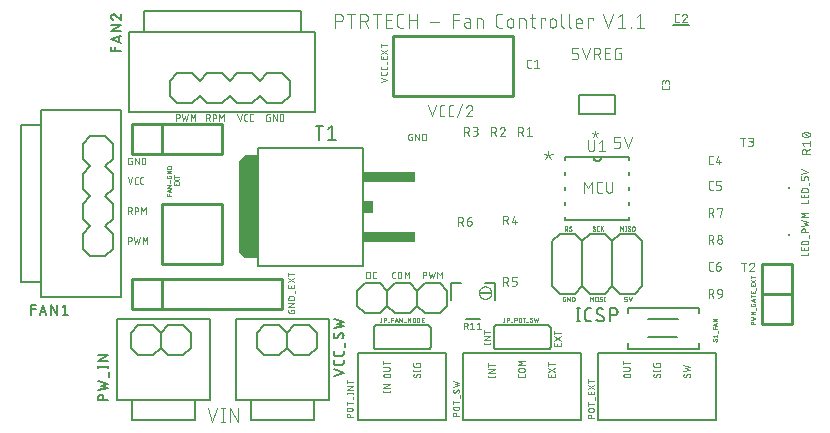
<source format=gbr>
G04 EAGLE Gerber RS-274X export*
G75*
%MOMM*%
%FSLAX34Y34*%
%LPD*%
%INSilkscreen Top*%
%IPPOS*%
%AMOC8*
5,1,8,0,0,1.08239X$1,22.5*%
G01*
%ADD10C,0.050800*%
%ADD11C,0.101600*%
%ADD12C,0.076200*%
%ADD13C,0.025400*%
%ADD14C,0.177800*%
%ADD15C,0.152400*%
%ADD16C,0.127000*%
%ADD17C,0.203200*%
%ADD18R,4.500000X0.900000*%
%ADD19R,0.900000X1.000000*%
%ADD20R,4.528100X0.900000*%
%ADD21R,0.200000X0.200000*%
%ADD22C,0.254000*%
%ADD23R,1.000000X0.250000*%

G36*
X207765Y144337D02*
X207765Y144337D01*
X207831Y144339D01*
X207874Y144357D01*
X207921Y144365D01*
X207978Y144399D01*
X208038Y144424D01*
X208073Y144455D01*
X208114Y144480D01*
X208156Y144531D01*
X208204Y144575D01*
X208226Y144617D01*
X208255Y144654D01*
X208276Y144716D01*
X208307Y144775D01*
X208315Y144829D01*
X208327Y144866D01*
X208326Y144906D01*
X208334Y144960D01*
X208334Y230960D01*
X208323Y231025D01*
X208321Y231091D01*
X208303Y231134D01*
X208295Y231181D01*
X208261Y231238D01*
X208236Y231298D01*
X208205Y231333D01*
X208180Y231374D01*
X208129Y231416D01*
X208085Y231464D01*
X208043Y231486D01*
X208006Y231515D01*
X207944Y231536D01*
X207885Y231567D01*
X207831Y231575D01*
X207794Y231587D01*
X207754Y231586D01*
X207700Y231594D01*
X197700Y231594D01*
X197658Y231587D01*
X197616Y231589D01*
X197549Y231567D01*
X197479Y231555D01*
X197443Y231533D01*
X197402Y231520D01*
X197329Y231466D01*
X197286Y231440D01*
X197273Y231424D01*
X197252Y231408D01*
X192252Y226408D01*
X192227Y226374D01*
X192196Y226345D01*
X192164Y226282D01*
X192123Y226224D01*
X192113Y226183D01*
X192093Y226145D01*
X192080Y226056D01*
X192068Y226007D01*
X192070Y225986D01*
X192066Y225960D01*
X192066Y149960D01*
X192073Y149918D01*
X192071Y149876D01*
X192093Y149809D01*
X192105Y149739D01*
X192127Y149703D01*
X192140Y149662D01*
X192194Y149589D01*
X192220Y149546D01*
X192236Y149533D01*
X192252Y149512D01*
X197252Y144512D01*
X197286Y144487D01*
X197315Y144456D01*
X197378Y144424D01*
X197436Y144383D01*
X197477Y144373D01*
X197515Y144353D01*
X197604Y144340D01*
X197653Y144328D01*
X197674Y144330D01*
X197700Y144326D01*
X207700Y144326D01*
X207765Y144337D01*
G37*
D10*
X100217Y226878D02*
X101148Y226878D01*
X101148Y223774D01*
X99286Y223774D01*
X99216Y223776D01*
X99147Y223782D01*
X99078Y223792D01*
X99010Y223805D01*
X98942Y223823D01*
X98876Y223844D01*
X98811Y223869D01*
X98747Y223897D01*
X98685Y223929D01*
X98625Y223964D01*
X98567Y224003D01*
X98512Y224045D01*
X98458Y224090D01*
X98408Y224138D01*
X98360Y224188D01*
X98315Y224242D01*
X98273Y224297D01*
X98234Y224355D01*
X98199Y224415D01*
X98167Y224477D01*
X98139Y224541D01*
X98114Y224606D01*
X98093Y224672D01*
X98075Y224740D01*
X98062Y224808D01*
X98052Y224877D01*
X98046Y224946D01*
X98044Y225016D01*
X98044Y228120D01*
X98046Y228190D01*
X98052Y228259D01*
X98062Y228328D01*
X98075Y228396D01*
X98093Y228464D01*
X98114Y228530D01*
X98139Y228595D01*
X98167Y228659D01*
X98199Y228721D01*
X98234Y228781D01*
X98273Y228839D01*
X98315Y228894D01*
X98360Y228948D01*
X98408Y228998D01*
X98458Y229046D01*
X98512Y229091D01*
X98567Y229133D01*
X98625Y229172D01*
X98685Y229207D01*
X98747Y229239D01*
X98811Y229267D01*
X98876Y229292D01*
X98942Y229313D01*
X99010Y229331D01*
X99078Y229344D01*
X99147Y229354D01*
X99216Y229360D01*
X99286Y229362D01*
X101148Y229362D01*
X103896Y229362D02*
X103896Y223774D01*
X107001Y223774D02*
X103896Y229362D01*
X107001Y229362D02*
X107001Y223774D01*
X109748Y223774D02*
X109748Y229362D01*
X111300Y229362D01*
X111376Y229360D01*
X111452Y229355D01*
X111528Y229345D01*
X111603Y229332D01*
X111677Y229315D01*
X111751Y229295D01*
X111823Y229271D01*
X111894Y229244D01*
X111964Y229213D01*
X112032Y229179D01*
X112098Y229141D01*
X112162Y229100D01*
X112225Y229057D01*
X112285Y229010D01*
X112342Y228960D01*
X112397Y228907D01*
X112450Y228852D01*
X112500Y228795D01*
X112547Y228735D01*
X112590Y228672D01*
X112631Y228608D01*
X112669Y228542D01*
X112703Y228474D01*
X112734Y228404D01*
X112761Y228333D01*
X112785Y228260D01*
X112805Y228187D01*
X112822Y228113D01*
X112835Y228038D01*
X112845Y227962D01*
X112850Y227886D01*
X112852Y227810D01*
X112853Y227810D02*
X112853Y225326D01*
X112852Y225326D02*
X112850Y225247D01*
X112844Y225169D01*
X112834Y225091D01*
X112820Y225014D01*
X112802Y224937D01*
X112781Y224861D01*
X112755Y224787D01*
X112726Y224714D01*
X112693Y224643D01*
X112657Y224573D01*
X112617Y224505D01*
X112574Y224439D01*
X112527Y224376D01*
X112478Y224315D01*
X112425Y224257D01*
X112369Y224201D01*
X112311Y224148D01*
X112250Y224099D01*
X112187Y224052D01*
X112121Y224009D01*
X112053Y223969D01*
X111984Y223933D01*
X111912Y223900D01*
X111839Y223871D01*
X111765Y223845D01*
X111689Y223824D01*
X111612Y223806D01*
X111535Y223792D01*
X111457Y223782D01*
X111379Y223776D01*
X111300Y223774D01*
X109748Y223774D01*
X98044Y212852D02*
X99907Y207264D01*
X101769Y212852D01*
X105066Y207264D02*
X106308Y207264D01*
X105066Y207264D02*
X104996Y207266D01*
X104927Y207272D01*
X104858Y207282D01*
X104790Y207295D01*
X104722Y207313D01*
X104656Y207334D01*
X104591Y207359D01*
X104527Y207387D01*
X104465Y207419D01*
X104405Y207454D01*
X104347Y207493D01*
X104292Y207535D01*
X104238Y207580D01*
X104188Y207628D01*
X104140Y207678D01*
X104095Y207732D01*
X104053Y207787D01*
X104014Y207845D01*
X103979Y207905D01*
X103947Y207967D01*
X103919Y208031D01*
X103894Y208096D01*
X103873Y208162D01*
X103855Y208230D01*
X103842Y208298D01*
X103832Y208367D01*
X103826Y208436D01*
X103824Y208506D01*
X103825Y208506D02*
X103825Y211610D01*
X103824Y211610D02*
X103826Y211680D01*
X103832Y211749D01*
X103842Y211818D01*
X103855Y211886D01*
X103873Y211954D01*
X103894Y212020D01*
X103919Y212085D01*
X103947Y212149D01*
X103979Y212211D01*
X104014Y212271D01*
X104053Y212329D01*
X104095Y212384D01*
X104140Y212438D01*
X104188Y212488D01*
X104238Y212536D01*
X104292Y212581D01*
X104347Y212623D01*
X104405Y212662D01*
X104465Y212697D01*
X104527Y212729D01*
X104591Y212757D01*
X104656Y212782D01*
X104722Y212803D01*
X104790Y212821D01*
X104858Y212834D01*
X104927Y212844D01*
X104996Y212850D01*
X105066Y212852D01*
X106308Y212852D01*
X109638Y207264D02*
X110880Y207264D01*
X109638Y207264D02*
X109568Y207266D01*
X109499Y207272D01*
X109430Y207282D01*
X109362Y207295D01*
X109294Y207313D01*
X109228Y207334D01*
X109163Y207359D01*
X109099Y207387D01*
X109037Y207419D01*
X108977Y207454D01*
X108919Y207493D01*
X108864Y207535D01*
X108810Y207580D01*
X108760Y207628D01*
X108712Y207678D01*
X108667Y207732D01*
X108625Y207787D01*
X108586Y207845D01*
X108551Y207905D01*
X108519Y207967D01*
X108491Y208031D01*
X108466Y208096D01*
X108445Y208162D01*
X108427Y208230D01*
X108414Y208298D01*
X108404Y208367D01*
X108398Y208436D01*
X108396Y208506D01*
X108396Y211610D01*
X108398Y211680D01*
X108404Y211749D01*
X108414Y211818D01*
X108427Y211886D01*
X108445Y211954D01*
X108466Y212020D01*
X108491Y212085D01*
X108519Y212149D01*
X108551Y212211D01*
X108586Y212271D01*
X108625Y212329D01*
X108667Y212384D01*
X108712Y212438D01*
X108760Y212488D01*
X108810Y212536D01*
X108864Y212581D01*
X108919Y212623D01*
X108977Y212662D01*
X109037Y212697D01*
X109099Y212729D01*
X109163Y212757D01*
X109228Y212782D01*
X109294Y212803D01*
X109362Y212821D01*
X109430Y212834D01*
X109499Y212844D01*
X109568Y212850D01*
X109638Y212852D01*
X110880Y212852D01*
X98044Y187452D02*
X98044Y181864D01*
X98044Y187452D02*
X99596Y187452D01*
X99673Y187450D01*
X99751Y187444D01*
X99827Y187435D01*
X99904Y187421D01*
X99979Y187404D01*
X100053Y187383D01*
X100127Y187358D01*
X100199Y187330D01*
X100269Y187298D01*
X100338Y187263D01*
X100405Y187224D01*
X100470Y187182D01*
X100533Y187137D01*
X100594Y187089D01*
X100652Y187038D01*
X100707Y186984D01*
X100760Y186927D01*
X100809Y186868D01*
X100856Y186806D01*
X100900Y186742D01*
X100940Y186676D01*
X100977Y186608D01*
X101011Y186538D01*
X101041Y186467D01*
X101067Y186394D01*
X101090Y186320D01*
X101109Y186245D01*
X101124Y186170D01*
X101136Y186093D01*
X101144Y186016D01*
X101148Y185939D01*
X101148Y185861D01*
X101144Y185784D01*
X101136Y185707D01*
X101124Y185630D01*
X101109Y185555D01*
X101090Y185480D01*
X101067Y185406D01*
X101041Y185333D01*
X101011Y185262D01*
X100977Y185192D01*
X100940Y185124D01*
X100900Y185058D01*
X100856Y184994D01*
X100809Y184932D01*
X100760Y184873D01*
X100707Y184816D01*
X100652Y184762D01*
X100594Y184711D01*
X100533Y184663D01*
X100470Y184618D01*
X100405Y184576D01*
X100338Y184537D01*
X100269Y184502D01*
X100199Y184470D01*
X100127Y184442D01*
X100053Y184417D01*
X99979Y184396D01*
X99904Y184379D01*
X99827Y184365D01*
X99751Y184356D01*
X99673Y184350D01*
X99596Y184348D01*
X98044Y184348D01*
X99907Y184348D02*
X101148Y181864D01*
X103760Y181864D02*
X103760Y187452D01*
X105312Y187452D01*
X105389Y187450D01*
X105467Y187444D01*
X105543Y187435D01*
X105620Y187421D01*
X105695Y187404D01*
X105769Y187383D01*
X105843Y187358D01*
X105915Y187330D01*
X105985Y187298D01*
X106054Y187263D01*
X106121Y187224D01*
X106186Y187182D01*
X106249Y187137D01*
X106310Y187089D01*
X106368Y187038D01*
X106423Y186984D01*
X106476Y186927D01*
X106525Y186868D01*
X106572Y186806D01*
X106616Y186742D01*
X106656Y186676D01*
X106693Y186608D01*
X106727Y186538D01*
X106757Y186467D01*
X106783Y186394D01*
X106806Y186320D01*
X106825Y186245D01*
X106840Y186170D01*
X106852Y186093D01*
X106860Y186016D01*
X106864Y185939D01*
X106864Y185861D01*
X106860Y185784D01*
X106852Y185707D01*
X106840Y185630D01*
X106825Y185555D01*
X106806Y185480D01*
X106783Y185406D01*
X106757Y185333D01*
X106727Y185262D01*
X106693Y185192D01*
X106656Y185124D01*
X106616Y185058D01*
X106572Y184994D01*
X106525Y184932D01*
X106476Y184873D01*
X106423Y184816D01*
X106368Y184762D01*
X106310Y184711D01*
X106249Y184663D01*
X106186Y184618D01*
X106121Y184576D01*
X106054Y184537D01*
X105985Y184502D01*
X105915Y184470D01*
X105843Y184442D01*
X105769Y184417D01*
X105695Y184396D01*
X105620Y184379D01*
X105543Y184365D01*
X105467Y184356D01*
X105389Y184350D01*
X105312Y184348D01*
X103760Y184348D01*
X109219Y181864D02*
X109219Y187452D01*
X111082Y184348D01*
X112944Y187452D01*
X112944Y181864D01*
X98044Y162052D02*
X98044Y156464D01*
X98044Y162052D02*
X99596Y162052D01*
X99673Y162050D01*
X99751Y162044D01*
X99827Y162035D01*
X99904Y162021D01*
X99979Y162004D01*
X100053Y161983D01*
X100127Y161958D01*
X100199Y161930D01*
X100269Y161898D01*
X100338Y161863D01*
X100405Y161824D01*
X100470Y161782D01*
X100533Y161737D01*
X100594Y161689D01*
X100652Y161638D01*
X100707Y161584D01*
X100760Y161527D01*
X100809Y161468D01*
X100856Y161406D01*
X100900Y161342D01*
X100940Y161276D01*
X100977Y161208D01*
X101011Y161138D01*
X101041Y161067D01*
X101067Y160994D01*
X101090Y160920D01*
X101109Y160845D01*
X101124Y160770D01*
X101136Y160693D01*
X101144Y160616D01*
X101148Y160539D01*
X101148Y160461D01*
X101144Y160384D01*
X101136Y160307D01*
X101124Y160230D01*
X101109Y160155D01*
X101090Y160080D01*
X101067Y160006D01*
X101041Y159933D01*
X101011Y159862D01*
X100977Y159792D01*
X100940Y159724D01*
X100900Y159658D01*
X100856Y159594D01*
X100809Y159532D01*
X100760Y159473D01*
X100707Y159416D01*
X100652Y159362D01*
X100594Y159311D01*
X100533Y159263D01*
X100470Y159218D01*
X100405Y159176D01*
X100338Y159137D01*
X100269Y159102D01*
X100199Y159070D01*
X100127Y159042D01*
X100053Y159017D01*
X99979Y158996D01*
X99904Y158979D01*
X99827Y158965D01*
X99751Y158956D01*
X99673Y158950D01*
X99596Y158948D01*
X98044Y158948D01*
X103065Y162052D02*
X104306Y156464D01*
X105548Y160189D01*
X106790Y156464D01*
X108032Y162052D01*
X110452Y162052D02*
X110452Y156464D01*
X112315Y158948D02*
X110452Y162052D01*
X112315Y158948D02*
X114177Y162052D01*
X114177Y156464D01*
D11*
X165453Y17272D02*
X169347Y5588D01*
X173242Y17272D01*
X178491Y17272D02*
X178491Y5588D01*
X177193Y5588D02*
X179790Y5588D01*
X179790Y17272D02*
X177193Y17272D01*
X184771Y17272D02*
X184771Y5588D01*
X191262Y5588D02*
X184771Y17272D01*
X191262Y17272D02*
X191262Y5588D01*
X273558Y339598D02*
X273558Y351282D01*
X276804Y351282D01*
X276917Y351280D01*
X277030Y351274D01*
X277143Y351264D01*
X277256Y351250D01*
X277368Y351233D01*
X277479Y351211D01*
X277589Y351186D01*
X277699Y351156D01*
X277807Y351123D01*
X277914Y351086D01*
X278020Y351046D01*
X278124Y351001D01*
X278227Y350953D01*
X278328Y350902D01*
X278427Y350847D01*
X278524Y350789D01*
X278619Y350727D01*
X278712Y350662D01*
X278802Y350594D01*
X278890Y350523D01*
X278976Y350448D01*
X279059Y350371D01*
X279139Y350291D01*
X279216Y350208D01*
X279291Y350122D01*
X279362Y350034D01*
X279430Y349944D01*
X279495Y349851D01*
X279557Y349756D01*
X279615Y349659D01*
X279670Y349560D01*
X279721Y349459D01*
X279769Y349356D01*
X279814Y349252D01*
X279854Y349146D01*
X279891Y349039D01*
X279924Y348931D01*
X279954Y348821D01*
X279979Y348711D01*
X280001Y348600D01*
X280018Y348488D01*
X280032Y348375D01*
X280042Y348262D01*
X280048Y348149D01*
X280050Y348036D01*
X280048Y347923D01*
X280042Y347810D01*
X280032Y347697D01*
X280018Y347584D01*
X280001Y347472D01*
X279979Y347361D01*
X279954Y347251D01*
X279924Y347141D01*
X279891Y347033D01*
X279854Y346926D01*
X279814Y346820D01*
X279769Y346716D01*
X279721Y346613D01*
X279670Y346512D01*
X279615Y346413D01*
X279557Y346316D01*
X279495Y346221D01*
X279430Y346128D01*
X279362Y346038D01*
X279291Y345950D01*
X279216Y345864D01*
X279139Y345781D01*
X279059Y345701D01*
X278976Y345624D01*
X278890Y345549D01*
X278802Y345478D01*
X278712Y345410D01*
X278619Y345345D01*
X278524Y345283D01*
X278427Y345225D01*
X278328Y345170D01*
X278227Y345119D01*
X278124Y345071D01*
X278020Y345026D01*
X277914Y344986D01*
X277807Y344949D01*
X277699Y344916D01*
X277589Y344886D01*
X277479Y344861D01*
X277368Y344839D01*
X277256Y344822D01*
X277143Y344808D01*
X277030Y344798D01*
X276917Y344792D01*
X276804Y344790D01*
X276804Y344791D02*
X273558Y344791D01*
X286921Y339598D02*
X286921Y351282D01*
X283676Y351282D02*
X290167Y351282D01*
X294798Y351282D02*
X294798Y339598D01*
X294798Y351282D02*
X298044Y351282D01*
X298157Y351280D01*
X298270Y351274D01*
X298383Y351264D01*
X298496Y351250D01*
X298608Y351233D01*
X298719Y351211D01*
X298829Y351186D01*
X298939Y351156D01*
X299047Y351123D01*
X299154Y351086D01*
X299260Y351046D01*
X299364Y351001D01*
X299467Y350953D01*
X299568Y350902D01*
X299667Y350847D01*
X299764Y350789D01*
X299859Y350727D01*
X299952Y350662D01*
X300042Y350594D01*
X300130Y350523D01*
X300216Y350448D01*
X300299Y350371D01*
X300379Y350291D01*
X300456Y350208D01*
X300531Y350122D01*
X300602Y350034D01*
X300670Y349944D01*
X300735Y349851D01*
X300797Y349756D01*
X300855Y349659D01*
X300910Y349560D01*
X300961Y349459D01*
X301009Y349356D01*
X301054Y349252D01*
X301094Y349146D01*
X301131Y349039D01*
X301164Y348931D01*
X301194Y348821D01*
X301219Y348711D01*
X301241Y348600D01*
X301258Y348488D01*
X301272Y348375D01*
X301282Y348262D01*
X301288Y348149D01*
X301290Y348036D01*
X301288Y347923D01*
X301282Y347810D01*
X301272Y347697D01*
X301258Y347584D01*
X301241Y347472D01*
X301219Y347361D01*
X301194Y347251D01*
X301164Y347141D01*
X301131Y347033D01*
X301094Y346926D01*
X301054Y346820D01*
X301009Y346716D01*
X300961Y346613D01*
X300910Y346512D01*
X300855Y346413D01*
X300797Y346316D01*
X300735Y346221D01*
X300670Y346128D01*
X300602Y346038D01*
X300531Y345950D01*
X300456Y345864D01*
X300379Y345781D01*
X300299Y345701D01*
X300216Y345624D01*
X300130Y345549D01*
X300042Y345478D01*
X299952Y345410D01*
X299859Y345345D01*
X299764Y345283D01*
X299667Y345225D01*
X299568Y345170D01*
X299467Y345119D01*
X299364Y345071D01*
X299260Y345026D01*
X299154Y344986D01*
X299047Y344949D01*
X298939Y344916D01*
X298829Y344886D01*
X298719Y344861D01*
X298608Y344839D01*
X298496Y344822D01*
X298383Y344808D01*
X298270Y344798D01*
X298157Y344792D01*
X298044Y344790D01*
X298044Y344791D02*
X294798Y344791D01*
X298693Y344791D02*
X301289Y339598D01*
X308638Y339598D02*
X308638Y351282D01*
X305393Y351282D02*
X311884Y351282D01*
X316464Y339598D02*
X321657Y339598D01*
X316464Y339598D02*
X316464Y351282D01*
X321657Y351282D01*
X320359Y346089D02*
X316464Y346089D01*
X328530Y339598D02*
X331126Y339598D01*
X328530Y339598D02*
X328431Y339600D01*
X328331Y339606D01*
X328232Y339615D01*
X328134Y339628D01*
X328036Y339645D01*
X327938Y339666D01*
X327842Y339691D01*
X327747Y339719D01*
X327653Y339751D01*
X327560Y339786D01*
X327468Y339825D01*
X327378Y339868D01*
X327290Y339913D01*
X327203Y339963D01*
X327119Y340015D01*
X327036Y340071D01*
X326956Y340129D01*
X326878Y340191D01*
X326803Y340256D01*
X326730Y340324D01*
X326660Y340394D01*
X326592Y340467D01*
X326527Y340542D01*
X326465Y340620D01*
X326407Y340700D01*
X326351Y340783D01*
X326299Y340867D01*
X326249Y340954D01*
X326204Y341042D01*
X326161Y341132D01*
X326122Y341224D01*
X326087Y341317D01*
X326055Y341411D01*
X326027Y341506D01*
X326002Y341602D01*
X325981Y341700D01*
X325964Y341798D01*
X325951Y341896D01*
X325942Y341995D01*
X325936Y342095D01*
X325934Y342194D01*
X325933Y342194D02*
X325933Y348686D01*
X325934Y348686D02*
X325936Y348785D01*
X325942Y348885D01*
X325951Y348984D01*
X325964Y349082D01*
X325981Y349180D01*
X326002Y349278D01*
X326027Y349374D01*
X326055Y349469D01*
X326087Y349563D01*
X326122Y349656D01*
X326161Y349748D01*
X326204Y349838D01*
X326249Y349926D01*
X326299Y350013D01*
X326351Y350097D01*
X326407Y350180D01*
X326465Y350260D01*
X326527Y350338D01*
X326592Y350413D01*
X326660Y350486D01*
X326730Y350556D01*
X326803Y350624D01*
X326878Y350689D01*
X326956Y350751D01*
X327036Y350809D01*
X327119Y350865D01*
X327203Y350917D01*
X327290Y350967D01*
X327378Y351012D01*
X327468Y351055D01*
X327560Y351094D01*
X327652Y351129D01*
X327747Y351161D01*
X327842Y351189D01*
X327938Y351214D01*
X328036Y351235D01*
X328134Y351252D01*
X328232Y351265D01*
X328331Y351274D01*
X328431Y351280D01*
X328530Y351282D01*
X331126Y351282D01*
X335873Y351282D02*
X335873Y339598D01*
X335873Y346089D02*
X342364Y346089D01*
X342364Y351282D02*
X342364Y339598D01*
X353892Y344142D02*
X361682Y344142D01*
X373233Y339598D02*
X373233Y351282D01*
X378426Y351282D01*
X378426Y346089D02*
X373233Y346089D01*
X384836Y344142D02*
X387757Y344142D01*
X384836Y344142D02*
X384742Y344140D01*
X384648Y344134D01*
X384555Y344125D01*
X384462Y344111D01*
X384370Y344094D01*
X384278Y344072D01*
X384188Y344048D01*
X384098Y344019D01*
X384010Y343987D01*
X383923Y343951D01*
X383838Y343911D01*
X383755Y343868D01*
X383673Y343822D01*
X383593Y343772D01*
X383516Y343719D01*
X383441Y343663D01*
X383368Y343604D01*
X383297Y343542D01*
X383229Y343477D01*
X383164Y343409D01*
X383102Y343338D01*
X383043Y343265D01*
X382987Y343190D01*
X382934Y343113D01*
X382884Y343033D01*
X382838Y342951D01*
X382795Y342868D01*
X382755Y342783D01*
X382719Y342696D01*
X382687Y342608D01*
X382658Y342518D01*
X382634Y342428D01*
X382612Y342336D01*
X382595Y342244D01*
X382581Y342151D01*
X382572Y342058D01*
X382566Y341964D01*
X382564Y341870D01*
X382566Y341776D01*
X382572Y341682D01*
X382581Y341589D01*
X382595Y341496D01*
X382612Y341404D01*
X382634Y341312D01*
X382658Y341222D01*
X382687Y341132D01*
X382719Y341044D01*
X382755Y340957D01*
X382795Y340872D01*
X382838Y340789D01*
X382884Y340707D01*
X382934Y340627D01*
X382987Y340550D01*
X383043Y340475D01*
X383102Y340402D01*
X383164Y340331D01*
X383229Y340263D01*
X383297Y340198D01*
X383368Y340136D01*
X383441Y340077D01*
X383516Y340021D01*
X383593Y339968D01*
X383673Y339918D01*
X383755Y339872D01*
X383838Y339829D01*
X383923Y339789D01*
X384010Y339753D01*
X384098Y339721D01*
X384188Y339692D01*
X384278Y339668D01*
X384370Y339646D01*
X384462Y339629D01*
X384555Y339615D01*
X384648Y339606D01*
X384742Y339600D01*
X384836Y339598D01*
X387757Y339598D01*
X387757Y345440D01*
X387756Y345440D02*
X387754Y345527D01*
X387748Y345615D01*
X387738Y345701D01*
X387725Y345788D01*
X387707Y345873D01*
X387686Y345958D01*
X387661Y346042D01*
X387632Y346124D01*
X387599Y346205D01*
X387563Y346285D01*
X387524Y346363D01*
X387480Y346439D01*
X387434Y346513D01*
X387384Y346584D01*
X387331Y346654D01*
X387275Y346721D01*
X387216Y346785D01*
X387154Y346847D01*
X387090Y346906D01*
X387023Y346962D01*
X386953Y347015D01*
X386882Y347065D01*
X386808Y347111D01*
X386732Y347155D01*
X386654Y347194D01*
X386574Y347230D01*
X386493Y347263D01*
X386411Y347292D01*
X386327Y347317D01*
X386242Y347338D01*
X386157Y347356D01*
X386070Y347369D01*
X385984Y347379D01*
X385896Y347385D01*
X385809Y347387D01*
X383213Y347387D01*
X393291Y347387D02*
X393291Y339598D01*
X393291Y347387D02*
X396536Y347387D01*
X396623Y347385D01*
X396711Y347379D01*
X396797Y347369D01*
X396884Y347356D01*
X396969Y347338D01*
X397054Y347317D01*
X397138Y347292D01*
X397220Y347263D01*
X397301Y347230D01*
X397381Y347194D01*
X397459Y347155D01*
X397535Y347111D01*
X397609Y347065D01*
X397680Y347015D01*
X397750Y346962D01*
X397817Y346906D01*
X397881Y346847D01*
X397943Y346786D01*
X398002Y346721D01*
X398058Y346654D01*
X398111Y346584D01*
X398161Y346513D01*
X398207Y346439D01*
X398251Y346363D01*
X398290Y346285D01*
X398326Y346205D01*
X398359Y346124D01*
X398388Y346042D01*
X398413Y345958D01*
X398434Y345873D01*
X398452Y345788D01*
X398465Y345701D01*
X398475Y345615D01*
X398481Y345527D01*
X398483Y345440D01*
X398483Y339598D01*
X412350Y339598D02*
X414946Y339598D01*
X412350Y339598D02*
X412251Y339600D01*
X412151Y339606D01*
X412052Y339615D01*
X411954Y339628D01*
X411856Y339645D01*
X411758Y339666D01*
X411662Y339691D01*
X411567Y339719D01*
X411473Y339751D01*
X411380Y339786D01*
X411288Y339825D01*
X411198Y339868D01*
X411110Y339913D01*
X411023Y339963D01*
X410939Y340015D01*
X410856Y340071D01*
X410776Y340129D01*
X410698Y340191D01*
X410623Y340256D01*
X410550Y340324D01*
X410480Y340394D01*
X410412Y340467D01*
X410347Y340542D01*
X410285Y340620D01*
X410227Y340700D01*
X410171Y340783D01*
X410119Y340867D01*
X410069Y340954D01*
X410024Y341042D01*
X409981Y341132D01*
X409942Y341224D01*
X409907Y341317D01*
X409875Y341411D01*
X409847Y341506D01*
X409822Y341602D01*
X409801Y341700D01*
X409784Y341798D01*
X409771Y341896D01*
X409762Y341995D01*
X409756Y342095D01*
X409754Y342194D01*
X409753Y342194D02*
X409753Y348686D01*
X409754Y348686D02*
X409756Y348785D01*
X409762Y348885D01*
X409771Y348984D01*
X409784Y349082D01*
X409801Y349180D01*
X409822Y349278D01*
X409847Y349374D01*
X409875Y349469D01*
X409907Y349563D01*
X409942Y349656D01*
X409981Y349748D01*
X410024Y349838D01*
X410069Y349926D01*
X410119Y350013D01*
X410171Y350097D01*
X410227Y350180D01*
X410285Y350260D01*
X410347Y350338D01*
X410412Y350413D01*
X410480Y350486D01*
X410550Y350556D01*
X410623Y350624D01*
X410698Y350689D01*
X410776Y350751D01*
X410856Y350809D01*
X410939Y350865D01*
X411023Y350917D01*
X411110Y350967D01*
X411198Y351012D01*
X411288Y351055D01*
X411380Y351094D01*
X411472Y351129D01*
X411567Y351161D01*
X411662Y351189D01*
X411758Y351214D01*
X411856Y351235D01*
X411954Y351252D01*
X412052Y351265D01*
X412151Y351274D01*
X412251Y351280D01*
X412350Y351282D01*
X414946Y351282D01*
X419199Y344791D02*
X419199Y342194D01*
X419199Y344791D02*
X419201Y344892D01*
X419207Y344992D01*
X419217Y345092D01*
X419230Y345192D01*
X419248Y345291D01*
X419269Y345390D01*
X419294Y345487D01*
X419323Y345584D01*
X419356Y345679D01*
X419392Y345773D01*
X419432Y345865D01*
X419475Y345956D01*
X419522Y346045D01*
X419572Y346132D01*
X419626Y346218D01*
X419683Y346301D01*
X419743Y346381D01*
X419806Y346460D01*
X419873Y346536D01*
X419942Y346609D01*
X420014Y346679D01*
X420088Y346747D01*
X420165Y346812D01*
X420245Y346873D01*
X420327Y346932D01*
X420411Y346987D01*
X420497Y347039D01*
X420585Y347088D01*
X420675Y347133D01*
X420767Y347175D01*
X420860Y347213D01*
X420955Y347247D01*
X421050Y347278D01*
X421147Y347305D01*
X421245Y347328D01*
X421344Y347348D01*
X421444Y347363D01*
X421544Y347375D01*
X421644Y347383D01*
X421745Y347387D01*
X421845Y347387D01*
X421946Y347383D01*
X422046Y347375D01*
X422146Y347363D01*
X422246Y347348D01*
X422345Y347328D01*
X422443Y347305D01*
X422540Y347278D01*
X422635Y347247D01*
X422730Y347213D01*
X422823Y347175D01*
X422915Y347133D01*
X423005Y347088D01*
X423093Y347039D01*
X423179Y346987D01*
X423263Y346932D01*
X423345Y346873D01*
X423425Y346812D01*
X423502Y346747D01*
X423576Y346679D01*
X423648Y346609D01*
X423717Y346536D01*
X423784Y346460D01*
X423847Y346381D01*
X423907Y346301D01*
X423964Y346218D01*
X424018Y346132D01*
X424068Y346045D01*
X424115Y345956D01*
X424158Y345865D01*
X424198Y345773D01*
X424234Y345679D01*
X424267Y345584D01*
X424296Y345487D01*
X424321Y345390D01*
X424342Y345291D01*
X424360Y345192D01*
X424373Y345092D01*
X424383Y344992D01*
X424389Y344892D01*
X424391Y344791D01*
X424391Y342194D01*
X424389Y342093D01*
X424383Y341993D01*
X424373Y341893D01*
X424360Y341793D01*
X424342Y341694D01*
X424321Y341595D01*
X424296Y341498D01*
X424267Y341401D01*
X424234Y341306D01*
X424198Y341212D01*
X424158Y341120D01*
X424115Y341029D01*
X424068Y340940D01*
X424018Y340853D01*
X423964Y340767D01*
X423907Y340684D01*
X423847Y340604D01*
X423784Y340525D01*
X423717Y340449D01*
X423648Y340376D01*
X423576Y340306D01*
X423502Y340238D01*
X423425Y340173D01*
X423345Y340112D01*
X423263Y340053D01*
X423179Y339998D01*
X423093Y339946D01*
X423005Y339897D01*
X422915Y339852D01*
X422823Y339810D01*
X422730Y339772D01*
X422635Y339738D01*
X422540Y339707D01*
X422443Y339680D01*
X422345Y339657D01*
X422246Y339637D01*
X422146Y339622D01*
X422046Y339610D01*
X421946Y339602D01*
X421845Y339598D01*
X421745Y339598D01*
X421644Y339602D01*
X421544Y339610D01*
X421444Y339622D01*
X421344Y339637D01*
X421245Y339657D01*
X421147Y339680D01*
X421050Y339707D01*
X420955Y339738D01*
X420860Y339772D01*
X420767Y339810D01*
X420675Y339852D01*
X420585Y339897D01*
X420497Y339946D01*
X420411Y339998D01*
X420327Y340053D01*
X420245Y340112D01*
X420165Y340173D01*
X420088Y340238D01*
X420014Y340306D01*
X419942Y340376D01*
X419873Y340449D01*
X419806Y340525D01*
X419743Y340604D01*
X419683Y340684D01*
X419626Y340767D01*
X419572Y340853D01*
X419522Y340940D01*
X419475Y341029D01*
X419432Y341120D01*
X419392Y341212D01*
X419356Y341306D01*
X419323Y341401D01*
X419294Y341498D01*
X419269Y341595D01*
X419248Y341694D01*
X419230Y341793D01*
X419217Y341893D01*
X419207Y341993D01*
X419201Y342093D01*
X419199Y342194D01*
X429486Y339598D02*
X429486Y347387D01*
X432731Y347387D01*
X432818Y347385D01*
X432906Y347379D01*
X432992Y347369D01*
X433079Y347356D01*
X433164Y347338D01*
X433249Y347317D01*
X433333Y347292D01*
X433415Y347263D01*
X433496Y347230D01*
X433576Y347194D01*
X433654Y347155D01*
X433730Y347111D01*
X433804Y347065D01*
X433875Y347015D01*
X433945Y346962D01*
X434012Y346906D01*
X434076Y346847D01*
X434138Y346786D01*
X434197Y346721D01*
X434253Y346654D01*
X434306Y346584D01*
X434356Y346513D01*
X434402Y346439D01*
X434446Y346363D01*
X434485Y346285D01*
X434521Y346205D01*
X434554Y346124D01*
X434583Y346042D01*
X434608Y345958D01*
X434629Y345873D01*
X434647Y345788D01*
X434660Y345701D01*
X434670Y345615D01*
X434676Y345527D01*
X434678Y345440D01*
X434678Y339598D01*
X438805Y347387D02*
X442700Y347387D01*
X440104Y351282D02*
X440104Y341545D01*
X440106Y341458D01*
X440112Y341370D01*
X440122Y341284D01*
X440135Y341197D01*
X440153Y341112D01*
X440174Y341027D01*
X440199Y340943D01*
X440228Y340861D01*
X440261Y340780D01*
X440297Y340700D01*
X440336Y340622D01*
X440380Y340546D01*
X440426Y340472D01*
X440476Y340401D01*
X440529Y340331D01*
X440585Y340264D01*
X440644Y340200D01*
X440706Y340138D01*
X440770Y340079D01*
X440837Y340023D01*
X440907Y339970D01*
X440978Y339920D01*
X441052Y339874D01*
X441128Y339830D01*
X441206Y339791D01*
X441286Y339755D01*
X441367Y339722D01*
X441449Y339693D01*
X441533Y339668D01*
X441618Y339647D01*
X441703Y339629D01*
X441790Y339616D01*
X441876Y339606D01*
X441964Y339600D01*
X442051Y339598D01*
X442700Y339598D01*
X447459Y339598D02*
X447459Y347387D01*
X451354Y347387D01*
X451354Y346089D01*
X455013Y344791D02*
X455013Y342194D01*
X455013Y344791D02*
X455015Y344892D01*
X455021Y344992D01*
X455031Y345092D01*
X455044Y345192D01*
X455062Y345291D01*
X455083Y345390D01*
X455108Y345487D01*
X455137Y345584D01*
X455170Y345679D01*
X455206Y345773D01*
X455246Y345865D01*
X455289Y345956D01*
X455336Y346045D01*
X455386Y346132D01*
X455440Y346218D01*
X455497Y346301D01*
X455557Y346381D01*
X455620Y346460D01*
X455687Y346536D01*
X455756Y346609D01*
X455828Y346679D01*
X455902Y346747D01*
X455979Y346812D01*
X456059Y346873D01*
X456141Y346932D01*
X456225Y346987D01*
X456311Y347039D01*
X456399Y347088D01*
X456489Y347133D01*
X456581Y347175D01*
X456674Y347213D01*
X456769Y347247D01*
X456864Y347278D01*
X456961Y347305D01*
X457059Y347328D01*
X457158Y347348D01*
X457258Y347363D01*
X457358Y347375D01*
X457458Y347383D01*
X457559Y347387D01*
X457659Y347387D01*
X457760Y347383D01*
X457860Y347375D01*
X457960Y347363D01*
X458060Y347348D01*
X458159Y347328D01*
X458257Y347305D01*
X458354Y347278D01*
X458449Y347247D01*
X458544Y347213D01*
X458637Y347175D01*
X458729Y347133D01*
X458819Y347088D01*
X458907Y347039D01*
X458993Y346987D01*
X459077Y346932D01*
X459159Y346873D01*
X459239Y346812D01*
X459316Y346747D01*
X459390Y346679D01*
X459462Y346609D01*
X459531Y346536D01*
X459598Y346460D01*
X459661Y346381D01*
X459721Y346301D01*
X459778Y346218D01*
X459832Y346132D01*
X459882Y346045D01*
X459929Y345956D01*
X459972Y345865D01*
X460012Y345773D01*
X460048Y345679D01*
X460081Y345584D01*
X460110Y345487D01*
X460135Y345390D01*
X460156Y345291D01*
X460174Y345192D01*
X460187Y345092D01*
X460197Y344992D01*
X460203Y344892D01*
X460205Y344791D01*
X460205Y342194D01*
X460203Y342093D01*
X460197Y341993D01*
X460187Y341893D01*
X460174Y341793D01*
X460156Y341694D01*
X460135Y341595D01*
X460110Y341498D01*
X460081Y341401D01*
X460048Y341306D01*
X460012Y341212D01*
X459972Y341120D01*
X459929Y341029D01*
X459882Y340940D01*
X459832Y340853D01*
X459778Y340767D01*
X459721Y340684D01*
X459661Y340604D01*
X459598Y340525D01*
X459531Y340449D01*
X459462Y340376D01*
X459390Y340306D01*
X459316Y340238D01*
X459239Y340173D01*
X459159Y340112D01*
X459077Y340053D01*
X458993Y339998D01*
X458907Y339946D01*
X458819Y339897D01*
X458729Y339852D01*
X458637Y339810D01*
X458544Y339772D01*
X458449Y339738D01*
X458354Y339707D01*
X458257Y339680D01*
X458159Y339657D01*
X458060Y339637D01*
X457960Y339622D01*
X457860Y339610D01*
X457760Y339602D01*
X457659Y339598D01*
X457559Y339598D01*
X457458Y339602D01*
X457358Y339610D01*
X457258Y339622D01*
X457158Y339637D01*
X457059Y339657D01*
X456961Y339680D01*
X456864Y339707D01*
X456769Y339738D01*
X456674Y339772D01*
X456581Y339810D01*
X456489Y339852D01*
X456399Y339897D01*
X456311Y339946D01*
X456225Y339998D01*
X456141Y340053D01*
X456059Y340112D01*
X455979Y340173D01*
X455902Y340238D01*
X455828Y340306D01*
X455756Y340376D01*
X455687Y340449D01*
X455620Y340525D01*
X455557Y340604D01*
X455497Y340684D01*
X455440Y340767D01*
X455386Y340853D01*
X455336Y340940D01*
X455289Y341029D01*
X455246Y341120D01*
X455206Y341212D01*
X455170Y341306D01*
X455137Y341401D01*
X455108Y341498D01*
X455083Y341595D01*
X455062Y341694D01*
X455044Y341793D01*
X455031Y341893D01*
X455021Y341993D01*
X455015Y342093D01*
X455013Y342194D01*
X465068Y341545D02*
X465068Y351282D01*
X465068Y341545D02*
X465070Y341458D01*
X465076Y341370D01*
X465086Y341284D01*
X465099Y341197D01*
X465117Y341112D01*
X465138Y341027D01*
X465163Y340943D01*
X465192Y340861D01*
X465225Y340780D01*
X465261Y340700D01*
X465300Y340622D01*
X465344Y340546D01*
X465390Y340472D01*
X465440Y340401D01*
X465493Y340331D01*
X465549Y340264D01*
X465608Y340200D01*
X465670Y340138D01*
X465734Y340079D01*
X465801Y340023D01*
X465871Y339970D01*
X465942Y339920D01*
X466016Y339874D01*
X466092Y339830D01*
X466170Y339791D01*
X466250Y339755D01*
X466331Y339722D01*
X466413Y339693D01*
X466497Y339668D01*
X466582Y339647D01*
X466667Y339629D01*
X466754Y339616D01*
X466840Y339606D01*
X466928Y339600D01*
X467015Y339598D01*
X471164Y341545D02*
X471164Y351282D01*
X471164Y341545D02*
X471166Y341458D01*
X471172Y341370D01*
X471182Y341284D01*
X471195Y341197D01*
X471213Y341112D01*
X471234Y341027D01*
X471259Y340943D01*
X471288Y340861D01*
X471321Y340780D01*
X471357Y340700D01*
X471396Y340622D01*
X471440Y340546D01*
X471486Y340472D01*
X471536Y340401D01*
X471589Y340331D01*
X471645Y340264D01*
X471704Y340200D01*
X471766Y340138D01*
X471830Y340079D01*
X471897Y340023D01*
X471967Y339970D01*
X472038Y339920D01*
X472112Y339874D01*
X472188Y339830D01*
X472266Y339791D01*
X472346Y339755D01*
X472427Y339722D01*
X472509Y339693D01*
X472593Y339668D01*
X472678Y339647D01*
X472763Y339629D01*
X472850Y339616D01*
X472936Y339606D01*
X473024Y339600D01*
X473111Y339598D01*
X479058Y339598D02*
X482303Y339598D01*
X479058Y339598D02*
X478971Y339600D01*
X478883Y339606D01*
X478797Y339616D01*
X478710Y339629D01*
X478625Y339647D01*
X478540Y339668D01*
X478456Y339693D01*
X478374Y339722D01*
X478293Y339755D01*
X478213Y339791D01*
X478135Y339830D01*
X478059Y339874D01*
X477985Y339920D01*
X477914Y339970D01*
X477844Y340023D01*
X477777Y340079D01*
X477713Y340138D01*
X477651Y340200D01*
X477592Y340264D01*
X477536Y340331D01*
X477483Y340401D01*
X477433Y340472D01*
X477387Y340546D01*
X477343Y340622D01*
X477304Y340700D01*
X477268Y340780D01*
X477235Y340861D01*
X477206Y340943D01*
X477181Y341027D01*
X477160Y341112D01*
X477142Y341197D01*
X477129Y341284D01*
X477119Y341370D01*
X477113Y341458D01*
X477111Y341545D01*
X477111Y344791D01*
X477113Y344892D01*
X477119Y344992D01*
X477129Y345092D01*
X477142Y345192D01*
X477160Y345291D01*
X477181Y345390D01*
X477206Y345487D01*
X477235Y345584D01*
X477268Y345679D01*
X477304Y345773D01*
X477344Y345865D01*
X477387Y345956D01*
X477434Y346045D01*
X477484Y346132D01*
X477538Y346218D01*
X477595Y346301D01*
X477655Y346381D01*
X477718Y346460D01*
X477785Y346536D01*
X477854Y346609D01*
X477926Y346679D01*
X478000Y346747D01*
X478077Y346812D01*
X478157Y346873D01*
X478239Y346932D01*
X478323Y346987D01*
X478409Y347039D01*
X478497Y347088D01*
X478587Y347133D01*
X478679Y347175D01*
X478772Y347213D01*
X478867Y347247D01*
X478962Y347278D01*
X479059Y347305D01*
X479157Y347328D01*
X479256Y347348D01*
X479356Y347363D01*
X479456Y347375D01*
X479556Y347383D01*
X479657Y347387D01*
X479757Y347387D01*
X479858Y347383D01*
X479958Y347375D01*
X480058Y347363D01*
X480158Y347348D01*
X480257Y347328D01*
X480355Y347305D01*
X480452Y347278D01*
X480547Y347247D01*
X480642Y347213D01*
X480735Y347175D01*
X480827Y347133D01*
X480917Y347088D01*
X481005Y347039D01*
X481091Y346987D01*
X481175Y346932D01*
X481257Y346873D01*
X481337Y346812D01*
X481414Y346747D01*
X481488Y346679D01*
X481560Y346609D01*
X481629Y346536D01*
X481696Y346460D01*
X481759Y346381D01*
X481819Y346301D01*
X481876Y346218D01*
X481930Y346132D01*
X481980Y346045D01*
X482027Y345956D01*
X482070Y345865D01*
X482110Y345773D01*
X482146Y345679D01*
X482179Y345584D01*
X482208Y345487D01*
X482233Y345390D01*
X482254Y345291D01*
X482272Y345192D01*
X482285Y345092D01*
X482295Y344992D01*
X482301Y344892D01*
X482303Y344791D01*
X482303Y343493D01*
X477111Y343493D01*
X487464Y339598D02*
X487464Y347387D01*
X491359Y347387D01*
X491359Y346089D01*
X500577Y351282D02*
X504472Y339598D01*
X508367Y351282D01*
X512656Y348686D02*
X515902Y351282D01*
X515902Y339598D01*
X519147Y339598D02*
X512656Y339598D01*
X523578Y339598D02*
X523578Y340247D01*
X524227Y340247D01*
X524227Y339598D01*
X523578Y339598D01*
X528658Y348686D02*
X531904Y351282D01*
X531904Y339598D01*
X535149Y339598D02*
X528658Y339598D01*
D10*
X217988Y263708D02*
X217057Y263708D01*
X217988Y263708D02*
X217988Y260604D01*
X216126Y260604D01*
X216056Y260606D01*
X215987Y260612D01*
X215918Y260622D01*
X215850Y260635D01*
X215782Y260653D01*
X215716Y260674D01*
X215651Y260699D01*
X215587Y260727D01*
X215525Y260759D01*
X215465Y260794D01*
X215407Y260833D01*
X215352Y260875D01*
X215298Y260920D01*
X215248Y260968D01*
X215200Y261018D01*
X215155Y261072D01*
X215113Y261127D01*
X215074Y261185D01*
X215039Y261245D01*
X215007Y261307D01*
X214979Y261371D01*
X214954Y261436D01*
X214933Y261502D01*
X214915Y261570D01*
X214902Y261638D01*
X214892Y261707D01*
X214886Y261776D01*
X214884Y261846D01*
X214884Y264950D01*
X214886Y265020D01*
X214892Y265089D01*
X214902Y265158D01*
X214915Y265226D01*
X214933Y265294D01*
X214954Y265360D01*
X214979Y265425D01*
X215007Y265489D01*
X215039Y265551D01*
X215074Y265611D01*
X215113Y265669D01*
X215155Y265724D01*
X215200Y265778D01*
X215248Y265828D01*
X215298Y265876D01*
X215352Y265921D01*
X215407Y265963D01*
X215465Y266002D01*
X215525Y266037D01*
X215587Y266069D01*
X215651Y266097D01*
X215716Y266122D01*
X215782Y266143D01*
X215850Y266161D01*
X215918Y266174D01*
X215987Y266184D01*
X216056Y266190D01*
X216126Y266192D01*
X217988Y266192D01*
X220736Y266192D02*
X220736Y260604D01*
X223841Y260604D02*
X220736Y266192D01*
X223841Y266192D02*
X223841Y260604D01*
X226588Y260604D02*
X226588Y266192D01*
X228140Y266192D01*
X228216Y266190D01*
X228292Y266185D01*
X228368Y266175D01*
X228443Y266162D01*
X228517Y266145D01*
X228591Y266125D01*
X228663Y266101D01*
X228734Y266074D01*
X228804Y266043D01*
X228872Y266009D01*
X228938Y265971D01*
X229002Y265930D01*
X229065Y265887D01*
X229125Y265840D01*
X229182Y265790D01*
X229237Y265737D01*
X229290Y265682D01*
X229340Y265625D01*
X229387Y265565D01*
X229430Y265502D01*
X229471Y265438D01*
X229509Y265372D01*
X229543Y265304D01*
X229574Y265234D01*
X229601Y265163D01*
X229625Y265090D01*
X229645Y265017D01*
X229662Y264943D01*
X229675Y264868D01*
X229685Y264792D01*
X229690Y264716D01*
X229692Y264640D01*
X229693Y264640D02*
X229693Y262156D01*
X229692Y262156D02*
X229690Y262077D01*
X229684Y261999D01*
X229674Y261921D01*
X229660Y261844D01*
X229642Y261767D01*
X229621Y261691D01*
X229595Y261617D01*
X229566Y261544D01*
X229533Y261473D01*
X229497Y261403D01*
X229457Y261335D01*
X229414Y261269D01*
X229367Y261206D01*
X229318Y261145D01*
X229265Y261087D01*
X229209Y261031D01*
X229151Y260978D01*
X229090Y260929D01*
X229027Y260882D01*
X228961Y260839D01*
X228893Y260799D01*
X228824Y260763D01*
X228752Y260730D01*
X228679Y260701D01*
X228605Y260675D01*
X228529Y260654D01*
X228452Y260636D01*
X228375Y260622D01*
X228297Y260612D01*
X228219Y260606D01*
X228140Y260604D01*
X226588Y260604D01*
X192617Y260604D02*
X190754Y266192D01*
X194479Y266192D02*
X192617Y260604D01*
X197776Y260604D02*
X199018Y260604D01*
X197776Y260604D02*
X197706Y260606D01*
X197637Y260612D01*
X197568Y260622D01*
X197500Y260635D01*
X197432Y260653D01*
X197366Y260674D01*
X197301Y260699D01*
X197237Y260727D01*
X197175Y260759D01*
X197115Y260794D01*
X197057Y260833D01*
X197002Y260875D01*
X196948Y260920D01*
X196898Y260968D01*
X196850Y261018D01*
X196805Y261072D01*
X196763Y261127D01*
X196724Y261185D01*
X196689Y261245D01*
X196657Y261307D01*
X196629Y261371D01*
X196604Y261436D01*
X196583Y261502D01*
X196565Y261570D01*
X196552Y261638D01*
X196542Y261707D01*
X196536Y261776D01*
X196534Y261846D01*
X196535Y261846D02*
X196535Y264950D01*
X196534Y264950D02*
X196536Y265020D01*
X196542Y265089D01*
X196552Y265158D01*
X196565Y265226D01*
X196583Y265294D01*
X196604Y265360D01*
X196629Y265425D01*
X196657Y265489D01*
X196689Y265551D01*
X196724Y265611D01*
X196763Y265669D01*
X196805Y265724D01*
X196850Y265778D01*
X196898Y265828D01*
X196948Y265876D01*
X197002Y265921D01*
X197057Y265963D01*
X197115Y266002D01*
X197175Y266037D01*
X197237Y266069D01*
X197301Y266097D01*
X197366Y266122D01*
X197432Y266143D01*
X197500Y266161D01*
X197568Y266174D01*
X197637Y266184D01*
X197706Y266190D01*
X197776Y266192D01*
X199018Y266192D01*
X202348Y260604D02*
X203590Y260604D01*
X202348Y260604D02*
X202278Y260606D01*
X202209Y260612D01*
X202140Y260622D01*
X202072Y260635D01*
X202004Y260653D01*
X201938Y260674D01*
X201873Y260699D01*
X201809Y260727D01*
X201747Y260759D01*
X201687Y260794D01*
X201629Y260833D01*
X201574Y260875D01*
X201520Y260920D01*
X201470Y260968D01*
X201422Y261018D01*
X201377Y261072D01*
X201335Y261127D01*
X201296Y261185D01*
X201261Y261245D01*
X201229Y261307D01*
X201201Y261371D01*
X201176Y261436D01*
X201155Y261502D01*
X201137Y261570D01*
X201124Y261638D01*
X201114Y261707D01*
X201108Y261776D01*
X201106Y261846D01*
X201106Y264950D01*
X201108Y265020D01*
X201114Y265089D01*
X201124Y265158D01*
X201137Y265226D01*
X201155Y265294D01*
X201176Y265360D01*
X201201Y265425D01*
X201229Y265489D01*
X201261Y265551D01*
X201296Y265611D01*
X201335Y265669D01*
X201377Y265724D01*
X201422Y265778D01*
X201470Y265828D01*
X201520Y265876D01*
X201574Y265921D01*
X201629Y265963D01*
X201687Y266002D01*
X201747Y266037D01*
X201809Y266069D01*
X201873Y266097D01*
X201938Y266122D01*
X202004Y266143D01*
X202072Y266161D01*
X202140Y266174D01*
X202209Y266184D01*
X202278Y266190D01*
X202348Y266192D01*
X203590Y266192D01*
X164084Y266192D02*
X164084Y260604D01*
X164084Y266192D02*
X165636Y266192D01*
X165713Y266190D01*
X165791Y266184D01*
X165867Y266175D01*
X165944Y266161D01*
X166019Y266144D01*
X166093Y266123D01*
X166167Y266098D01*
X166239Y266070D01*
X166309Y266038D01*
X166378Y266003D01*
X166445Y265964D01*
X166510Y265922D01*
X166573Y265877D01*
X166634Y265829D01*
X166692Y265778D01*
X166747Y265724D01*
X166800Y265667D01*
X166849Y265608D01*
X166896Y265546D01*
X166940Y265482D01*
X166980Y265416D01*
X167017Y265348D01*
X167051Y265278D01*
X167081Y265207D01*
X167107Y265134D01*
X167130Y265060D01*
X167149Y264985D01*
X167164Y264910D01*
X167176Y264833D01*
X167184Y264756D01*
X167188Y264679D01*
X167188Y264601D01*
X167184Y264524D01*
X167176Y264447D01*
X167164Y264370D01*
X167149Y264295D01*
X167130Y264220D01*
X167107Y264146D01*
X167081Y264073D01*
X167051Y264002D01*
X167017Y263932D01*
X166980Y263864D01*
X166940Y263798D01*
X166896Y263734D01*
X166849Y263672D01*
X166800Y263613D01*
X166747Y263556D01*
X166692Y263502D01*
X166634Y263451D01*
X166573Y263403D01*
X166510Y263358D01*
X166445Y263316D01*
X166378Y263277D01*
X166309Y263242D01*
X166239Y263210D01*
X166167Y263182D01*
X166093Y263157D01*
X166019Y263136D01*
X165944Y263119D01*
X165867Y263105D01*
X165791Y263096D01*
X165713Y263090D01*
X165636Y263088D01*
X164084Y263088D01*
X165947Y263088D02*
X167188Y260604D01*
X169800Y260604D02*
X169800Y266192D01*
X171352Y266192D01*
X171429Y266190D01*
X171507Y266184D01*
X171583Y266175D01*
X171660Y266161D01*
X171735Y266144D01*
X171809Y266123D01*
X171883Y266098D01*
X171955Y266070D01*
X172025Y266038D01*
X172094Y266003D01*
X172161Y265964D01*
X172226Y265922D01*
X172289Y265877D01*
X172350Y265829D01*
X172408Y265778D01*
X172463Y265724D01*
X172516Y265667D01*
X172565Y265608D01*
X172612Y265546D01*
X172656Y265482D01*
X172696Y265416D01*
X172733Y265348D01*
X172767Y265278D01*
X172797Y265207D01*
X172823Y265134D01*
X172846Y265060D01*
X172865Y264985D01*
X172880Y264910D01*
X172892Y264833D01*
X172900Y264756D01*
X172904Y264679D01*
X172904Y264601D01*
X172900Y264524D01*
X172892Y264447D01*
X172880Y264370D01*
X172865Y264295D01*
X172846Y264220D01*
X172823Y264146D01*
X172797Y264073D01*
X172767Y264002D01*
X172733Y263932D01*
X172696Y263864D01*
X172656Y263798D01*
X172612Y263734D01*
X172565Y263672D01*
X172516Y263613D01*
X172463Y263556D01*
X172408Y263502D01*
X172350Y263451D01*
X172289Y263403D01*
X172226Y263358D01*
X172161Y263316D01*
X172094Y263277D01*
X172025Y263242D01*
X171955Y263210D01*
X171883Y263182D01*
X171809Y263157D01*
X171735Y263136D01*
X171660Y263119D01*
X171583Y263105D01*
X171507Y263096D01*
X171429Y263090D01*
X171352Y263088D01*
X169800Y263088D01*
X175259Y260604D02*
X175259Y266192D01*
X177122Y263088D01*
X178984Y266192D01*
X178984Y260604D01*
X138684Y260604D02*
X138684Y266192D01*
X140236Y266192D01*
X140313Y266190D01*
X140391Y266184D01*
X140467Y266175D01*
X140544Y266161D01*
X140619Y266144D01*
X140693Y266123D01*
X140767Y266098D01*
X140839Y266070D01*
X140909Y266038D01*
X140978Y266003D01*
X141045Y265964D01*
X141110Y265922D01*
X141173Y265877D01*
X141234Y265829D01*
X141292Y265778D01*
X141347Y265724D01*
X141400Y265667D01*
X141449Y265608D01*
X141496Y265546D01*
X141540Y265482D01*
X141580Y265416D01*
X141617Y265348D01*
X141651Y265278D01*
X141681Y265207D01*
X141707Y265134D01*
X141730Y265060D01*
X141749Y264985D01*
X141764Y264910D01*
X141776Y264833D01*
X141784Y264756D01*
X141788Y264679D01*
X141788Y264601D01*
X141784Y264524D01*
X141776Y264447D01*
X141764Y264370D01*
X141749Y264295D01*
X141730Y264220D01*
X141707Y264146D01*
X141681Y264073D01*
X141651Y264002D01*
X141617Y263932D01*
X141580Y263864D01*
X141540Y263798D01*
X141496Y263734D01*
X141449Y263672D01*
X141400Y263613D01*
X141347Y263556D01*
X141292Y263502D01*
X141234Y263451D01*
X141173Y263403D01*
X141110Y263358D01*
X141045Y263316D01*
X140978Y263277D01*
X140909Y263242D01*
X140839Y263210D01*
X140767Y263182D01*
X140693Y263157D01*
X140619Y263136D01*
X140544Y263119D01*
X140467Y263105D01*
X140391Y263096D01*
X140313Y263090D01*
X140236Y263088D01*
X138684Y263088D01*
X143705Y266192D02*
X144946Y260604D01*
X146188Y264329D01*
X147430Y260604D01*
X148672Y266192D01*
X151092Y266192D02*
X151092Y260604D01*
X152955Y263088D02*
X151092Y266192D01*
X152955Y263088D02*
X154817Y266192D01*
X154817Y260604D01*
D12*
X352171Y273939D02*
X355304Y264541D01*
X358436Y273939D01*
X363900Y264541D02*
X365988Y264541D01*
X363900Y264541D02*
X363811Y264543D01*
X363723Y264549D01*
X363635Y264558D01*
X363547Y264571D01*
X363460Y264588D01*
X363374Y264608D01*
X363289Y264633D01*
X363204Y264660D01*
X363121Y264692D01*
X363040Y264726D01*
X362960Y264765D01*
X362882Y264806D01*
X362805Y264851D01*
X362731Y264899D01*
X362658Y264950D01*
X362588Y265004D01*
X362521Y265062D01*
X362455Y265122D01*
X362393Y265184D01*
X362333Y265250D01*
X362275Y265317D01*
X362221Y265387D01*
X362170Y265460D01*
X362122Y265534D01*
X362077Y265611D01*
X362036Y265689D01*
X361997Y265769D01*
X361963Y265850D01*
X361931Y265933D01*
X361904Y266018D01*
X361879Y266103D01*
X361859Y266189D01*
X361842Y266276D01*
X361829Y266364D01*
X361820Y266452D01*
X361814Y266540D01*
X361812Y266629D01*
X361811Y266629D02*
X361811Y271851D01*
X361812Y271851D02*
X361814Y271942D01*
X361820Y272033D01*
X361830Y272124D01*
X361844Y272214D01*
X361861Y272303D01*
X361883Y272391D01*
X361909Y272479D01*
X361938Y272565D01*
X361971Y272650D01*
X362008Y272733D01*
X362048Y272815D01*
X362092Y272895D01*
X362139Y272973D01*
X362190Y273049D01*
X362243Y273122D01*
X362300Y273193D01*
X362361Y273262D01*
X362424Y273327D01*
X362489Y273390D01*
X362558Y273450D01*
X362629Y273508D01*
X362702Y273561D01*
X362778Y273612D01*
X362856Y273659D01*
X362936Y273703D01*
X363018Y273743D01*
X363101Y273780D01*
X363186Y273813D01*
X363272Y273842D01*
X363360Y273868D01*
X363448Y273890D01*
X363537Y273907D01*
X363627Y273921D01*
X363718Y273931D01*
X363809Y273937D01*
X363900Y273939D01*
X365988Y273939D01*
X371520Y264541D02*
X373608Y264541D01*
X371520Y264541D02*
X371431Y264543D01*
X371343Y264549D01*
X371255Y264558D01*
X371167Y264571D01*
X371080Y264588D01*
X370994Y264608D01*
X370909Y264633D01*
X370824Y264660D01*
X370741Y264692D01*
X370660Y264726D01*
X370580Y264765D01*
X370502Y264806D01*
X370425Y264851D01*
X370351Y264899D01*
X370278Y264950D01*
X370208Y265004D01*
X370141Y265062D01*
X370075Y265122D01*
X370013Y265184D01*
X369953Y265250D01*
X369895Y265317D01*
X369841Y265387D01*
X369790Y265460D01*
X369742Y265534D01*
X369697Y265611D01*
X369656Y265689D01*
X369617Y265769D01*
X369583Y265850D01*
X369551Y265933D01*
X369524Y266018D01*
X369499Y266103D01*
X369479Y266189D01*
X369462Y266276D01*
X369449Y266364D01*
X369440Y266452D01*
X369434Y266540D01*
X369432Y266629D01*
X369431Y266629D02*
X369431Y271851D01*
X369432Y271851D02*
X369434Y271942D01*
X369440Y272033D01*
X369450Y272124D01*
X369464Y272214D01*
X369481Y272303D01*
X369503Y272391D01*
X369529Y272479D01*
X369558Y272565D01*
X369591Y272650D01*
X369628Y272733D01*
X369668Y272815D01*
X369712Y272895D01*
X369759Y272973D01*
X369810Y273049D01*
X369863Y273122D01*
X369920Y273193D01*
X369981Y273262D01*
X370044Y273327D01*
X370109Y273390D01*
X370178Y273450D01*
X370249Y273508D01*
X370322Y273561D01*
X370398Y273612D01*
X370476Y273659D01*
X370556Y273703D01*
X370638Y273743D01*
X370721Y273780D01*
X370806Y273813D01*
X370892Y273842D01*
X370980Y273868D01*
X371068Y273890D01*
X371157Y273907D01*
X371247Y273921D01*
X371338Y273931D01*
X371429Y273937D01*
X371520Y273939D01*
X373608Y273939D01*
X380862Y274983D02*
X376685Y263497D01*
X387264Y273940D02*
X387359Y273938D01*
X387453Y273932D01*
X387547Y273923D01*
X387641Y273910D01*
X387734Y273893D01*
X387826Y273872D01*
X387918Y273847D01*
X388008Y273819D01*
X388097Y273787D01*
X388185Y273752D01*
X388271Y273713D01*
X388356Y273671D01*
X388439Y273625D01*
X388520Y273576D01*
X388599Y273524D01*
X388676Y273469D01*
X388750Y273410D01*
X388822Y273349D01*
X388892Y273285D01*
X388959Y273218D01*
X389023Y273148D01*
X389084Y273076D01*
X389143Y273002D01*
X389198Y272925D01*
X389250Y272846D01*
X389299Y272765D01*
X389345Y272682D01*
X389387Y272597D01*
X389426Y272511D01*
X389461Y272423D01*
X389493Y272334D01*
X389521Y272244D01*
X389546Y272152D01*
X389567Y272060D01*
X389584Y271967D01*
X389597Y271873D01*
X389606Y271779D01*
X389612Y271685D01*
X389614Y271590D01*
X387264Y273939D02*
X387156Y273937D01*
X387047Y273931D01*
X386939Y273921D01*
X386832Y273908D01*
X386725Y273890D01*
X386618Y273869D01*
X386513Y273844D01*
X386408Y273815D01*
X386305Y273783D01*
X386203Y273746D01*
X386102Y273706D01*
X386003Y273663D01*
X385905Y273616D01*
X385809Y273565D01*
X385715Y273511D01*
X385623Y273454D01*
X385533Y273393D01*
X385445Y273329D01*
X385360Y273263D01*
X385277Y273193D01*
X385197Y273120D01*
X385119Y273044D01*
X385044Y272966D01*
X384972Y272885D01*
X384903Y272801D01*
X384837Y272715D01*
X384774Y272627D01*
X384715Y272536D01*
X384658Y272444D01*
X384605Y272349D01*
X384556Y272253D01*
X384510Y272154D01*
X384467Y272055D01*
X384428Y271953D01*
X384393Y271851D01*
X388831Y269762D02*
X388900Y269831D01*
X388966Y269902D01*
X389030Y269975D01*
X389091Y270051D01*
X389149Y270130D01*
X389203Y270210D01*
X389255Y270293D01*
X389303Y270377D01*
X389349Y270463D01*
X389390Y270551D01*
X389429Y270641D01*
X389464Y270732D01*
X389495Y270824D01*
X389523Y270917D01*
X389547Y271011D01*
X389567Y271106D01*
X389584Y271202D01*
X389597Y271299D01*
X389606Y271396D01*
X389612Y271493D01*
X389614Y271590D01*
X388830Y269762D02*
X384392Y264541D01*
X389613Y264541D01*
D10*
X338638Y247198D02*
X337707Y247198D01*
X338638Y247198D02*
X338638Y244094D01*
X336776Y244094D01*
X336706Y244096D01*
X336637Y244102D01*
X336568Y244112D01*
X336500Y244125D01*
X336432Y244143D01*
X336366Y244164D01*
X336301Y244189D01*
X336237Y244217D01*
X336175Y244249D01*
X336115Y244284D01*
X336057Y244323D01*
X336002Y244365D01*
X335948Y244410D01*
X335898Y244458D01*
X335850Y244508D01*
X335805Y244562D01*
X335763Y244617D01*
X335724Y244675D01*
X335689Y244735D01*
X335657Y244797D01*
X335629Y244861D01*
X335604Y244926D01*
X335583Y244992D01*
X335565Y245060D01*
X335552Y245128D01*
X335542Y245197D01*
X335536Y245266D01*
X335534Y245336D01*
X335534Y248440D01*
X335536Y248510D01*
X335542Y248579D01*
X335552Y248648D01*
X335565Y248716D01*
X335583Y248784D01*
X335604Y248850D01*
X335629Y248915D01*
X335657Y248979D01*
X335689Y249041D01*
X335724Y249101D01*
X335763Y249159D01*
X335805Y249214D01*
X335850Y249268D01*
X335898Y249318D01*
X335948Y249366D01*
X336002Y249411D01*
X336057Y249453D01*
X336115Y249492D01*
X336175Y249527D01*
X336237Y249559D01*
X336301Y249587D01*
X336366Y249612D01*
X336432Y249633D01*
X336500Y249651D01*
X336568Y249664D01*
X336637Y249674D01*
X336706Y249680D01*
X336776Y249682D01*
X338638Y249682D01*
X341386Y249682D02*
X341386Y244094D01*
X344491Y244094D02*
X341386Y249682D01*
X344491Y249682D02*
X344491Y244094D01*
X347238Y244094D02*
X347238Y249682D01*
X348790Y249682D01*
X348866Y249680D01*
X348942Y249675D01*
X349018Y249665D01*
X349093Y249652D01*
X349167Y249635D01*
X349241Y249615D01*
X349313Y249591D01*
X349384Y249564D01*
X349454Y249533D01*
X349522Y249499D01*
X349588Y249461D01*
X349652Y249420D01*
X349715Y249377D01*
X349775Y249330D01*
X349832Y249280D01*
X349887Y249227D01*
X349940Y249172D01*
X349990Y249115D01*
X350037Y249055D01*
X350080Y248992D01*
X350121Y248928D01*
X350159Y248862D01*
X350193Y248794D01*
X350224Y248724D01*
X350251Y248653D01*
X350275Y248580D01*
X350295Y248507D01*
X350312Y248433D01*
X350325Y248358D01*
X350335Y248282D01*
X350340Y248206D01*
X350342Y248130D01*
X350343Y248130D02*
X350343Y245646D01*
X350342Y245646D02*
X350340Y245567D01*
X350334Y245489D01*
X350324Y245411D01*
X350310Y245334D01*
X350292Y245257D01*
X350271Y245181D01*
X350245Y245107D01*
X350216Y245034D01*
X350183Y244963D01*
X350147Y244893D01*
X350107Y244825D01*
X350064Y244759D01*
X350017Y244696D01*
X349968Y244635D01*
X349915Y244577D01*
X349859Y244521D01*
X349801Y244468D01*
X349740Y244419D01*
X349677Y244372D01*
X349611Y244329D01*
X349543Y244289D01*
X349474Y244253D01*
X349402Y244220D01*
X349329Y244191D01*
X349255Y244165D01*
X349179Y244144D01*
X349102Y244126D01*
X349025Y244112D01*
X348947Y244102D01*
X348869Y244096D01*
X348790Y244094D01*
X347238Y244094D01*
D12*
X509651Y237871D02*
X512784Y237871D01*
X512873Y237873D01*
X512961Y237879D01*
X513049Y237888D01*
X513137Y237901D01*
X513224Y237918D01*
X513310Y237938D01*
X513395Y237963D01*
X513480Y237990D01*
X513563Y238022D01*
X513644Y238056D01*
X513724Y238095D01*
X513802Y238136D01*
X513879Y238181D01*
X513953Y238229D01*
X514026Y238280D01*
X514096Y238334D01*
X514163Y238392D01*
X514229Y238452D01*
X514291Y238514D01*
X514351Y238580D01*
X514409Y238647D01*
X514463Y238717D01*
X514514Y238790D01*
X514562Y238864D01*
X514607Y238941D01*
X514648Y239019D01*
X514687Y239099D01*
X514721Y239180D01*
X514753Y239263D01*
X514780Y239348D01*
X514805Y239433D01*
X514825Y239519D01*
X514842Y239606D01*
X514855Y239694D01*
X514864Y239782D01*
X514870Y239870D01*
X514872Y239959D01*
X514872Y241004D01*
X514870Y241093D01*
X514864Y241181D01*
X514855Y241269D01*
X514842Y241357D01*
X514825Y241444D01*
X514805Y241530D01*
X514780Y241615D01*
X514753Y241700D01*
X514721Y241783D01*
X514687Y241864D01*
X514648Y241944D01*
X514607Y242022D01*
X514562Y242099D01*
X514514Y242173D01*
X514463Y242246D01*
X514409Y242316D01*
X514351Y242383D01*
X514291Y242449D01*
X514229Y242511D01*
X514163Y242571D01*
X514096Y242629D01*
X514026Y242683D01*
X513953Y242734D01*
X513879Y242782D01*
X513802Y242827D01*
X513724Y242868D01*
X513644Y242907D01*
X513563Y242941D01*
X513480Y242973D01*
X513395Y243000D01*
X513310Y243025D01*
X513224Y243045D01*
X513137Y243062D01*
X513049Y243075D01*
X512961Y243084D01*
X512873Y243090D01*
X512784Y243092D01*
X509651Y243092D01*
X509651Y247269D01*
X514872Y247269D01*
X518273Y247269D02*
X521406Y237871D01*
X524538Y247269D01*
D13*
X134747Y197336D02*
X130937Y197336D01*
X130937Y199029D01*
X132630Y199029D02*
X132630Y197336D01*
X134747Y200166D02*
X130937Y201436D01*
X134747Y202706D01*
X133795Y202388D02*
X133795Y200483D01*
X134747Y204157D02*
X130937Y204157D01*
X134747Y206274D01*
X130937Y206274D01*
X133265Y207969D02*
X133265Y210509D01*
X132630Y213685D02*
X132630Y214320D01*
X134747Y214320D01*
X134747Y213050D01*
X134745Y212992D01*
X134739Y212935D01*
X134729Y212878D01*
X134716Y212821D01*
X134698Y212766D01*
X134677Y212713D01*
X134652Y212660D01*
X134624Y212610D01*
X134592Y212562D01*
X134557Y212515D01*
X134519Y212472D01*
X134478Y212431D01*
X134435Y212393D01*
X134388Y212358D01*
X134340Y212326D01*
X134290Y212298D01*
X134237Y212273D01*
X134184Y212252D01*
X134129Y212234D01*
X134072Y212221D01*
X134015Y212211D01*
X133958Y212205D01*
X133900Y212203D01*
X133900Y212204D02*
X131784Y212204D01*
X131784Y212203D02*
X131726Y212205D01*
X131669Y212211D01*
X131612Y212221D01*
X131555Y212234D01*
X131500Y212252D01*
X131447Y212273D01*
X131394Y212298D01*
X131344Y212326D01*
X131296Y212358D01*
X131249Y212393D01*
X131206Y212431D01*
X131165Y212472D01*
X131127Y212515D01*
X131092Y212562D01*
X131060Y212610D01*
X131032Y212660D01*
X131007Y212713D01*
X130986Y212766D01*
X130968Y212821D01*
X130955Y212878D01*
X130945Y212935D01*
X130939Y212992D01*
X130937Y213050D01*
X130937Y214320D01*
X130937Y216105D02*
X134747Y216105D01*
X134747Y218222D02*
X130937Y216105D01*
X130937Y218222D02*
X134747Y218222D01*
X134747Y220006D02*
X130937Y220006D01*
X130937Y221065D01*
X130939Y221129D01*
X130945Y221193D01*
X130954Y221256D01*
X130968Y221318D01*
X130985Y221380D01*
X131006Y221440D01*
X131030Y221499D01*
X131058Y221557D01*
X131090Y221612D01*
X131124Y221666D01*
X131162Y221717D01*
X131203Y221767D01*
X131247Y221813D01*
X131293Y221857D01*
X131343Y221898D01*
X131394Y221936D01*
X131448Y221970D01*
X131503Y222002D01*
X131561Y222030D01*
X131620Y222054D01*
X131680Y222075D01*
X131742Y222092D01*
X131804Y222106D01*
X131868Y222115D01*
X131931Y222121D01*
X131995Y222123D01*
X133689Y222123D01*
X133753Y222121D01*
X133817Y222115D01*
X133880Y222106D01*
X133942Y222092D01*
X134004Y222075D01*
X134064Y222054D01*
X134123Y222030D01*
X134181Y222002D01*
X134236Y221970D01*
X134290Y221936D01*
X134341Y221898D01*
X134391Y221857D01*
X134437Y221813D01*
X134481Y221767D01*
X134522Y221717D01*
X134560Y221666D01*
X134594Y221612D01*
X134626Y221557D01*
X134654Y221499D01*
X134678Y221440D01*
X134699Y221380D01*
X134716Y221318D01*
X134730Y221256D01*
X134739Y221193D01*
X134745Y221129D01*
X134747Y221065D01*
X134747Y220006D01*
X140843Y207602D02*
X140843Y205909D01*
X137033Y205909D01*
X137033Y207602D01*
X138726Y207179D02*
X138726Y205909D01*
X140843Y208739D02*
X137033Y211279D01*
X137033Y208739D02*
X140843Y211279D01*
X140843Y213422D02*
X137033Y213422D01*
X137033Y212364D02*
X137033Y214481D01*
D12*
X493473Y249146D02*
X493473Y252278D01*
X493473Y249146D02*
X495300Y246796D01*
X493473Y249146D02*
X491645Y246796D01*
X493473Y249146D02*
X496344Y250190D01*
X493473Y249146D02*
X490601Y250190D01*
D10*
X299974Y132842D02*
X299974Y127254D01*
X299974Y132842D02*
X301526Y132842D01*
X301602Y132840D01*
X301678Y132835D01*
X301754Y132825D01*
X301829Y132812D01*
X301903Y132795D01*
X301977Y132775D01*
X302049Y132751D01*
X302120Y132724D01*
X302190Y132693D01*
X302258Y132659D01*
X302324Y132621D01*
X302388Y132580D01*
X302451Y132537D01*
X302511Y132490D01*
X302568Y132440D01*
X302623Y132387D01*
X302676Y132332D01*
X302726Y132275D01*
X302773Y132215D01*
X302816Y132152D01*
X302857Y132088D01*
X302895Y132022D01*
X302929Y131954D01*
X302960Y131884D01*
X302987Y131813D01*
X303011Y131740D01*
X303031Y131667D01*
X303048Y131593D01*
X303061Y131518D01*
X303071Y131442D01*
X303076Y131366D01*
X303078Y131290D01*
X303078Y128806D01*
X303076Y128727D01*
X303070Y128649D01*
X303060Y128571D01*
X303046Y128494D01*
X303028Y128417D01*
X303007Y128341D01*
X302981Y128267D01*
X302952Y128194D01*
X302919Y128123D01*
X302883Y128053D01*
X302843Y127985D01*
X302800Y127919D01*
X302753Y127856D01*
X302704Y127795D01*
X302651Y127737D01*
X302595Y127681D01*
X302537Y127628D01*
X302476Y127579D01*
X302413Y127532D01*
X302347Y127489D01*
X302279Y127449D01*
X302210Y127413D01*
X302138Y127380D01*
X302065Y127351D01*
X301991Y127325D01*
X301915Y127304D01*
X301838Y127286D01*
X301761Y127272D01*
X301683Y127262D01*
X301605Y127256D01*
X301526Y127254D01*
X299974Y127254D01*
X306869Y127254D02*
X308111Y127254D01*
X306869Y127254D02*
X306799Y127256D01*
X306730Y127262D01*
X306661Y127272D01*
X306593Y127285D01*
X306525Y127303D01*
X306459Y127324D01*
X306394Y127349D01*
X306330Y127377D01*
X306268Y127409D01*
X306208Y127444D01*
X306150Y127483D01*
X306095Y127525D01*
X306041Y127570D01*
X305991Y127618D01*
X305943Y127668D01*
X305898Y127722D01*
X305856Y127777D01*
X305817Y127835D01*
X305782Y127895D01*
X305750Y127957D01*
X305722Y128021D01*
X305697Y128086D01*
X305676Y128152D01*
X305658Y128220D01*
X305645Y128288D01*
X305635Y128357D01*
X305629Y128426D01*
X305627Y128496D01*
X305627Y131600D01*
X305629Y131670D01*
X305635Y131739D01*
X305645Y131808D01*
X305658Y131876D01*
X305676Y131944D01*
X305697Y132010D01*
X305722Y132075D01*
X305750Y132139D01*
X305782Y132201D01*
X305817Y132261D01*
X305856Y132319D01*
X305898Y132374D01*
X305943Y132428D01*
X305991Y132478D01*
X306041Y132526D01*
X306095Y132571D01*
X306150Y132613D01*
X306208Y132652D01*
X306268Y132687D01*
X306330Y132719D01*
X306394Y132747D01*
X306459Y132772D01*
X306525Y132793D01*
X306593Y132811D01*
X306661Y132824D01*
X306730Y132834D01*
X306799Y132840D01*
X306869Y132842D01*
X308111Y132842D01*
X323145Y127254D02*
X324387Y127254D01*
X323145Y127254D02*
X323075Y127256D01*
X323006Y127262D01*
X322937Y127272D01*
X322869Y127285D01*
X322801Y127303D01*
X322735Y127324D01*
X322670Y127349D01*
X322606Y127377D01*
X322544Y127409D01*
X322484Y127444D01*
X322426Y127483D01*
X322371Y127525D01*
X322317Y127570D01*
X322267Y127618D01*
X322219Y127668D01*
X322174Y127722D01*
X322132Y127777D01*
X322093Y127835D01*
X322058Y127895D01*
X322026Y127957D01*
X321998Y128021D01*
X321973Y128086D01*
X321952Y128152D01*
X321934Y128220D01*
X321921Y128288D01*
X321911Y128357D01*
X321905Y128426D01*
X321903Y128496D01*
X321903Y131600D01*
X321905Y131670D01*
X321911Y131739D01*
X321921Y131808D01*
X321934Y131876D01*
X321952Y131944D01*
X321973Y132010D01*
X321998Y132075D01*
X322026Y132139D01*
X322058Y132201D01*
X322093Y132261D01*
X322132Y132319D01*
X322174Y132374D01*
X322219Y132428D01*
X322267Y132478D01*
X322317Y132526D01*
X322371Y132571D01*
X322426Y132613D01*
X322484Y132652D01*
X322544Y132687D01*
X322606Y132719D01*
X322670Y132747D01*
X322735Y132772D01*
X322801Y132793D01*
X322869Y132811D01*
X322937Y132824D01*
X323006Y132834D01*
X323075Y132840D01*
X323145Y132842D01*
X324387Y132842D01*
X326491Y131290D02*
X326491Y128806D01*
X326491Y131290D02*
X326493Y131367D01*
X326499Y131445D01*
X326508Y131521D01*
X326522Y131598D01*
X326539Y131673D01*
X326560Y131747D01*
X326585Y131821D01*
X326613Y131893D01*
X326645Y131963D01*
X326680Y132032D01*
X326719Y132099D01*
X326761Y132164D01*
X326806Y132227D01*
X326854Y132288D01*
X326905Y132346D01*
X326959Y132401D01*
X327016Y132454D01*
X327075Y132503D01*
X327137Y132550D01*
X327201Y132594D01*
X327267Y132634D01*
X327335Y132671D01*
X327405Y132705D01*
X327476Y132735D01*
X327549Y132761D01*
X327623Y132784D01*
X327698Y132803D01*
X327773Y132818D01*
X327850Y132830D01*
X327927Y132838D01*
X328004Y132842D01*
X328082Y132842D01*
X328159Y132838D01*
X328236Y132830D01*
X328313Y132818D01*
X328388Y132803D01*
X328463Y132784D01*
X328537Y132761D01*
X328610Y132735D01*
X328681Y132705D01*
X328751Y132671D01*
X328819Y132634D01*
X328885Y132594D01*
X328949Y132550D01*
X329011Y132503D01*
X329070Y132454D01*
X329127Y132401D01*
X329181Y132346D01*
X329232Y132288D01*
X329280Y132227D01*
X329325Y132164D01*
X329367Y132099D01*
X329406Y132032D01*
X329441Y131963D01*
X329473Y131893D01*
X329501Y131821D01*
X329526Y131747D01*
X329547Y131673D01*
X329564Y131598D01*
X329578Y131521D01*
X329587Y131445D01*
X329593Y131367D01*
X329595Y131290D01*
X329596Y131290D02*
X329596Y128806D01*
X329595Y128806D02*
X329593Y128729D01*
X329587Y128651D01*
X329578Y128575D01*
X329564Y128498D01*
X329547Y128423D01*
X329526Y128349D01*
X329501Y128275D01*
X329473Y128203D01*
X329441Y128133D01*
X329406Y128064D01*
X329367Y127997D01*
X329325Y127932D01*
X329280Y127869D01*
X329232Y127808D01*
X329181Y127750D01*
X329127Y127695D01*
X329070Y127642D01*
X329011Y127593D01*
X328949Y127546D01*
X328885Y127502D01*
X328819Y127462D01*
X328751Y127425D01*
X328681Y127391D01*
X328610Y127361D01*
X328537Y127335D01*
X328463Y127312D01*
X328388Y127293D01*
X328313Y127278D01*
X328236Y127266D01*
X328159Y127258D01*
X328082Y127254D01*
X328004Y127254D01*
X327927Y127258D01*
X327850Y127266D01*
X327773Y127278D01*
X327698Y127293D01*
X327623Y127312D01*
X327549Y127335D01*
X327476Y127361D01*
X327405Y127391D01*
X327335Y127425D01*
X327267Y127462D01*
X327201Y127502D01*
X327137Y127546D01*
X327075Y127593D01*
X327016Y127642D01*
X326959Y127695D01*
X326905Y127750D01*
X326854Y127808D01*
X326806Y127869D01*
X326761Y127932D01*
X326719Y127997D01*
X326680Y128064D01*
X326645Y128133D01*
X326613Y128203D01*
X326585Y128275D01*
X326560Y128349D01*
X326539Y128423D01*
X326522Y128498D01*
X326508Y128575D01*
X326499Y128651D01*
X326493Y128729D01*
X326491Y128806D01*
X332216Y127254D02*
X332216Y132842D01*
X334079Y129738D01*
X335941Y132842D01*
X335941Y127254D01*
X347605Y127254D02*
X347605Y132842D01*
X349157Y132842D01*
X349234Y132840D01*
X349312Y132834D01*
X349388Y132825D01*
X349465Y132811D01*
X349540Y132794D01*
X349614Y132773D01*
X349688Y132748D01*
X349760Y132720D01*
X349830Y132688D01*
X349899Y132653D01*
X349966Y132614D01*
X350031Y132572D01*
X350094Y132527D01*
X350155Y132479D01*
X350213Y132428D01*
X350268Y132374D01*
X350321Y132317D01*
X350370Y132258D01*
X350417Y132196D01*
X350461Y132132D01*
X350501Y132066D01*
X350538Y131998D01*
X350572Y131928D01*
X350602Y131857D01*
X350628Y131784D01*
X350651Y131710D01*
X350670Y131635D01*
X350685Y131560D01*
X350697Y131483D01*
X350705Y131406D01*
X350709Y131329D01*
X350709Y131251D01*
X350705Y131174D01*
X350697Y131097D01*
X350685Y131020D01*
X350670Y130945D01*
X350651Y130870D01*
X350628Y130796D01*
X350602Y130723D01*
X350572Y130652D01*
X350538Y130582D01*
X350501Y130514D01*
X350461Y130448D01*
X350417Y130384D01*
X350370Y130322D01*
X350321Y130263D01*
X350268Y130206D01*
X350213Y130152D01*
X350155Y130101D01*
X350094Y130053D01*
X350031Y130008D01*
X349966Y129966D01*
X349899Y129927D01*
X349830Y129892D01*
X349760Y129860D01*
X349688Y129832D01*
X349614Y129807D01*
X349540Y129786D01*
X349465Y129769D01*
X349388Y129755D01*
X349312Y129746D01*
X349234Y129740D01*
X349157Y129738D01*
X347605Y129738D01*
X352626Y132842D02*
X353868Y127254D01*
X355109Y130979D01*
X356351Y127254D01*
X357593Y132842D01*
X360013Y132842D02*
X360013Y127254D01*
X361876Y129738D02*
X360013Y132842D01*
X361876Y129738D02*
X363739Y132842D01*
X363739Y127254D01*
D14*
X559689Y341432D02*
X573066Y341432D01*
D10*
X404876Y71995D02*
X399288Y71995D01*
X404876Y71374D02*
X404876Y72616D01*
X399288Y72616D02*
X399288Y71374D01*
X399288Y75015D02*
X404876Y75015D01*
X404876Y78119D02*
X399288Y75015D01*
X399288Y78119D02*
X404876Y78119D01*
X404876Y81870D02*
X399288Y81870D01*
X399288Y80318D02*
X399288Y83423D01*
X464566Y72588D02*
X464566Y70104D01*
X458978Y70104D01*
X458978Y72588D01*
X461462Y71967D02*
X461462Y70104D01*
X464566Y74354D02*
X458978Y78080D01*
X458978Y74354D02*
X464566Y78080D01*
X464566Y81338D02*
X458978Y81338D01*
X458978Y79786D02*
X458978Y82890D01*
D12*
X484251Y199771D02*
X484251Y209169D01*
X487384Y203948D01*
X490516Y209169D01*
X490516Y199771D01*
X496894Y199771D02*
X498983Y199771D01*
X496894Y199771D02*
X496805Y199773D01*
X496717Y199779D01*
X496629Y199788D01*
X496541Y199801D01*
X496454Y199818D01*
X496368Y199838D01*
X496283Y199863D01*
X496198Y199890D01*
X496115Y199922D01*
X496034Y199956D01*
X495954Y199995D01*
X495876Y200036D01*
X495799Y200081D01*
X495725Y200129D01*
X495652Y200180D01*
X495582Y200234D01*
X495515Y200292D01*
X495449Y200352D01*
X495387Y200414D01*
X495327Y200480D01*
X495269Y200547D01*
X495215Y200617D01*
X495164Y200690D01*
X495116Y200764D01*
X495071Y200841D01*
X495030Y200919D01*
X494991Y200999D01*
X494957Y201080D01*
X494925Y201163D01*
X494898Y201248D01*
X494873Y201333D01*
X494853Y201419D01*
X494836Y201506D01*
X494823Y201594D01*
X494814Y201682D01*
X494808Y201770D01*
X494806Y201859D01*
X494806Y207081D01*
X494808Y207172D01*
X494814Y207263D01*
X494824Y207354D01*
X494838Y207444D01*
X494855Y207533D01*
X494877Y207621D01*
X494903Y207709D01*
X494932Y207795D01*
X494965Y207880D01*
X495002Y207963D01*
X495042Y208045D01*
X495086Y208125D01*
X495133Y208203D01*
X495184Y208279D01*
X495237Y208352D01*
X495294Y208423D01*
X495355Y208492D01*
X495418Y208557D01*
X495483Y208620D01*
X495552Y208680D01*
X495623Y208738D01*
X495696Y208791D01*
X495772Y208842D01*
X495850Y208889D01*
X495930Y208933D01*
X496012Y208973D01*
X496095Y209010D01*
X496180Y209043D01*
X496266Y209072D01*
X496354Y209098D01*
X496442Y209120D01*
X496531Y209137D01*
X496621Y209151D01*
X496712Y209161D01*
X496803Y209167D01*
X496894Y209169D01*
X498983Y209169D01*
X502756Y209169D02*
X502756Y202382D01*
X502758Y202281D01*
X502764Y202180D01*
X502774Y202079D01*
X502787Y201979D01*
X502805Y201879D01*
X502826Y201780D01*
X502852Y201682D01*
X502881Y201585D01*
X502913Y201489D01*
X502950Y201395D01*
X502990Y201302D01*
X503034Y201210D01*
X503081Y201121D01*
X503132Y201033D01*
X503186Y200947D01*
X503243Y200864D01*
X503303Y200782D01*
X503367Y200704D01*
X503433Y200627D01*
X503503Y200554D01*
X503575Y200483D01*
X503650Y200415D01*
X503728Y200350D01*
X503808Y200288D01*
X503890Y200229D01*
X503975Y200173D01*
X504062Y200121D01*
X504150Y200072D01*
X504241Y200026D01*
X504333Y199985D01*
X504427Y199946D01*
X504522Y199912D01*
X504618Y199881D01*
X504716Y199854D01*
X504814Y199830D01*
X504914Y199811D01*
X505014Y199795D01*
X505114Y199783D01*
X505215Y199775D01*
X505316Y199771D01*
X505418Y199771D01*
X505519Y199775D01*
X505620Y199783D01*
X505720Y199795D01*
X505820Y199811D01*
X505920Y199830D01*
X506018Y199854D01*
X506116Y199881D01*
X506212Y199912D01*
X506307Y199946D01*
X506401Y199985D01*
X506493Y200026D01*
X506584Y200072D01*
X506672Y200121D01*
X506759Y200173D01*
X506844Y200229D01*
X506926Y200288D01*
X507006Y200350D01*
X507084Y200415D01*
X507159Y200483D01*
X507231Y200554D01*
X507301Y200627D01*
X507367Y200704D01*
X507431Y200782D01*
X507491Y200864D01*
X507548Y200947D01*
X507602Y201033D01*
X507653Y201121D01*
X507700Y201210D01*
X507744Y201302D01*
X507784Y201395D01*
X507821Y201489D01*
X507853Y201585D01*
X507882Y201682D01*
X507908Y201780D01*
X507929Y201879D01*
X507947Y201979D01*
X507960Y202079D01*
X507970Y202180D01*
X507976Y202281D01*
X507978Y202382D01*
X507977Y202382D02*
X507977Y209169D01*
D10*
X434086Y45918D02*
X434086Y44676D01*
X434084Y44606D01*
X434078Y44537D01*
X434068Y44468D01*
X434055Y44400D01*
X434037Y44332D01*
X434016Y44266D01*
X433991Y44201D01*
X433963Y44137D01*
X433931Y44075D01*
X433896Y44015D01*
X433857Y43957D01*
X433815Y43902D01*
X433770Y43848D01*
X433722Y43798D01*
X433672Y43750D01*
X433618Y43705D01*
X433563Y43663D01*
X433505Y43624D01*
X433445Y43589D01*
X433383Y43557D01*
X433319Y43529D01*
X433254Y43504D01*
X433188Y43483D01*
X433120Y43465D01*
X433052Y43452D01*
X432983Y43442D01*
X432914Y43436D01*
X432844Y43434D01*
X429740Y43434D01*
X429670Y43436D01*
X429601Y43442D01*
X429532Y43452D01*
X429464Y43465D01*
X429396Y43483D01*
X429330Y43504D01*
X429265Y43529D01*
X429201Y43557D01*
X429139Y43589D01*
X429079Y43624D01*
X429021Y43663D01*
X428966Y43705D01*
X428912Y43750D01*
X428862Y43798D01*
X428814Y43848D01*
X428769Y43902D01*
X428727Y43957D01*
X428688Y44015D01*
X428653Y44075D01*
X428621Y44137D01*
X428593Y44201D01*
X428568Y44266D01*
X428547Y44332D01*
X428529Y44400D01*
X428516Y44468D01*
X428506Y44537D01*
X428500Y44606D01*
X428498Y44676D01*
X428498Y45918D01*
X430050Y48022D02*
X432534Y48022D01*
X430050Y48022D02*
X429973Y48024D01*
X429895Y48030D01*
X429819Y48039D01*
X429742Y48053D01*
X429667Y48070D01*
X429593Y48091D01*
X429519Y48116D01*
X429447Y48144D01*
X429377Y48176D01*
X429308Y48211D01*
X429241Y48250D01*
X429176Y48292D01*
X429113Y48337D01*
X429052Y48385D01*
X428994Y48436D01*
X428939Y48490D01*
X428886Y48547D01*
X428837Y48606D01*
X428790Y48668D01*
X428746Y48732D01*
X428706Y48798D01*
X428669Y48866D01*
X428635Y48936D01*
X428605Y49007D01*
X428579Y49080D01*
X428556Y49154D01*
X428537Y49229D01*
X428522Y49304D01*
X428510Y49381D01*
X428502Y49458D01*
X428498Y49535D01*
X428498Y49613D01*
X428502Y49690D01*
X428510Y49767D01*
X428522Y49844D01*
X428537Y49919D01*
X428556Y49994D01*
X428579Y50068D01*
X428605Y50141D01*
X428635Y50212D01*
X428669Y50282D01*
X428706Y50350D01*
X428746Y50416D01*
X428790Y50480D01*
X428837Y50542D01*
X428886Y50601D01*
X428939Y50658D01*
X428994Y50712D01*
X429052Y50763D01*
X429113Y50811D01*
X429176Y50856D01*
X429241Y50898D01*
X429308Y50937D01*
X429377Y50972D01*
X429447Y51004D01*
X429519Y51032D01*
X429593Y51057D01*
X429667Y51078D01*
X429742Y51095D01*
X429819Y51109D01*
X429895Y51118D01*
X429973Y51124D01*
X430050Y51126D01*
X430050Y51127D02*
X432534Y51127D01*
X432534Y51126D02*
X432611Y51124D01*
X432689Y51118D01*
X432765Y51109D01*
X432842Y51095D01*
X432917Y51078D01*
X432991Y51057D01*
X433065Y51032D01*
X433137Y51004D01*
X433207Y50972D01*
X433276Y50937D01*
X433343Y50898D01*
X433408Y50856D01*
X433471Y50811D01*
X433532Y50763D01*
X433590Y50712D01*
X433645Y50658D01*
X433698Y50601D01*
X433747Y50542D01*
X433794Y50480D01*
X433838Y50416D01*
X433878Y50350D01*
X433915Y50282D01*
X433949Y50212D01*
X433979Y50141D01*
X434005Y50068D01*
X434028Y49994D01*
X434047Y49919D01*
X434062Y49844D01*
X434074Y49767D01*
X434082Y49690D01*
X434086Y49613D01*
X434086Y49535D01*
X434082Y49458D01*
X434074Y49381D01*
X434062Y49304D01*
X434047Y49229D01*
X434028Y49154D01*
X434005Y49080D01*
X433979Y49007D01*
X433949Y48936D01*
X433915Y48866D01*
X433878Y48798D01*
X433838Y48732D01*
X433794Y48668D01*
X433747Y48606D01*
X433698Y48547D01*
X433645Y48490D01*
X433590Y48436D01*
X433532Y48385D01*
X433471Y48337D01*
X433408Y48292D01*
X433343Y48250D01*
X433276Y48211D01*
X433207Y48176D01*
X433137Y48144D01*
X433065Y48116D01*
X432991Y48091D01*
X432917Y48070D01*
X432842Y48053D01*
X432765Y48039D01*
X432689Y48030D01*
X432611Y48024D01*
X432534Y48022D01*
X434086Y53747D02*
X428498Y53747D01*
X431602Y55609D01*
X428498Y57472D01*
X434086Y57472D01*
X547144Y46539D02*
X547214Y46537D01*
X547283Y46531D01*
X547352Y46521D01*
X547420Y46508D01*
X547488Y46490D01*
X547554Y46469D01*
X547619Y46444D01*
X547683Y46416D01*
X547745Y46384D01*
X547805Y46349D01*
X547863Y46310D01*
X547918Y46268D01*
X547972Y46223D01*
X548022Y46175D01*
X548070Y46125D01*
X548115Y46071D01*
X548157Y46016D01*
X548196Y45958D01*
X548231Y45898D01*
X548263Y45836D01*
X548291Y45772D01*
X548316Y45707D01*
X548337Y45641D01*
X548355Y45573D01*
X548368Y45505D01*
X548378Y45436D01*
X548384Y45367D01*
X548386Y45297D01*
X548384Y45198D01*
X548379Y45100D01*
X548369Y45002D01*
X548356Y44904D01*
X548340Y44807D01*
X548320Y44710D01*
X548296Y44615D01*
X548268Y44520D01*
X548237Y44426D01*
X548203Y44334D01*
X548165Y44243D01*
X548124Y44153D01*
X548079Y44065D01*
X548031Y43979D01*
X547980Y43895D01*
X547926Y43813D01*
X547868Y43732D01*
X547808Y43654D01*
X547745Y43579D01*
X547679Y43505D01*
X547610Y43435D01*
X544040Y43589D02*
X543970Y43591D01*
X543901Y43597D01*
X543832Y43607D01*
X543764Y43620D01*
X543696Y43638D01*
X543630Y43659D01*
X543565Y43684D01*
X543501Y43712D01*
X543439Y43744D01*
X543379Y43779D01*
X543321Y43818D01*
X543266Y43860D01*
X543212Y43905D01*
X543162Y43953D01*
X543114Y44003D01*
X543069Y44057D01*
X543027Y44112D01*
X542988Y44170D01*
X542953Y44230D01*
X542921Y44292D01*
X542893Y44356D01*
X542868Y44421D01*
X542847Y44487D01*
X542829Y44555D01*
X542816Y44623D01*
X542806Y44692D01*
X542800Y44761D01*
X542798Y44831D01*
X542800Y44925D01*
X542806Y45018D01*
X542815Y45111D01*
X542828Y45204D01*
X542845Y45296D01*
X542865Y45387D01*
X542890Y45478D01*
X542917Y45567D01*
X542949Y45655D01*
X542984Y45742D01*
X543022Y45828D01*
X543064Y45911D01*
X543109Y45994D01*
X543157Y46074D01*
X543209Y46152D01*
X543264Y46228D01*
X545126Y44210D02*
X545090Y44151D01*
X545050Y44095D01*
X545007Y44041D01*
X544962Y43989D01*
X544913Y43940D01*
X544862Y43894D01*
X544809Y43851D01*
X544753Y43810D01*
X544695Y43773D01*
X544635Y43738D01*
X544574Y43708D01*
X544511Y43680D01*
X544446Y43656D01*
X544380Y43636D01*
X544313Y43619D01*
X544246Y43606D01*
X544178Y43597D01*
X544109Y43591D01*
X544040Y43589D01*
X546058Y45917D02*
X546094Y45976D01*
X546134Y46032D01*
X546177Y46086D01*
X546222Y46138D01*
X546271Y46187D01*
X546322Y46233D01*
X546375Y46276D01*
X546431Y46317D01*
X546489Y46354D01*
X546549Y46389D01*
X546610Y46419D01*
X546673Y46447D01*
X546738Y46471D01*
X546804Y46491D01*
X546871Y46508D01*
X546938Y46521D01*
X547006Y46530D01*
X547075Y46536D01*
X547144Y46538D01*
X546058Y45918D02*
X545126Y44210D01*
X542798Y49192D02*
X548386Y49192D01*
X548386Y48572D02*
X548386Y49813D01*
X542798Y49813D02*
X542798Y48572D01*
X545282Y54385D02*
X545282Y55317D01*
X548386Y55317D01*
X548386Y53454D01*
X548384Y53384D01*
X548378Y53315D01*
X548368Y53246D01*
X548355Y53178D01*
X548337Y53110D01*
X548316Y53044D01*
X548291Y52979D01*
X548263Y52915D01*
X548231Y52853D01*
X548196Y52793D01*
X548157Y52735D01*
X548115Y52680D01*
X548070Y52626D01*
X548022Y52576D01*
X547972Y52528D01*
X547918Y52483D01*
X547863Y52441D01*
X547805Y52402D01*
X547745Y52367D01*
X547683Y52335D01*
X547619Y52307D01*
X547554Y52282D01*
X547488Y52261D01*
X547420Y52243D01*
X547352Y52230D01*
X547283Y52220D01*
X547214Y52214D01*
X547144Y52212D01*
X544040Y52212D01*
X543970Y52214D01*
X543901Y52220D01*
X543832Y52230D01*
X543764Y52243D01*
X543696Y52261D01*
X543630Y52282D01*
X543565Y52307D01*
X543501Y52335D01*
X543439Y52367D01*
X543379Y52402D01*
X543321Y52441D01*
X543266Y52483D01*
X543212Y52528D01*
X543162Y52576D01*
X543114Y52626D01*
X543069Y52680D01*
X543027Y52735D01*
X542988Y52793D01*
X542953Y52853D01*
X542921Y52915D01*
X542893Y52979D01*
X542868Y53044D01*
X542847Y53110D01*
X542829Y53178D01*
X542816Y53246D01*
X542806Y53315D01*
X542800Y53384D01*
X542798Y53454D01*
X542798Y55317D01*
X521434Y43434D02*
X518950Y43434D01*
X518873Y43436D01*
X518795Y43442D01*
X518719Y43451D01*
X518642Y43465D01*
X518567Y43482D01*
X518493Y43503D01*
X518419Y43528D01*
X518347Y43556D01*
X518277Y43588D01*
X518208Y43623D01*
X518141Y43662D01*
X518076Y43704D01*
X518013Y43749D01*
X517952Y43797D01*
X517894Y43848D01*
X517839Y43902D01*
X517786Y43959D01*
X517737Y44018D01*
X517690Y44080D01*
X517646Y44144D01*
X517606Y44210D01*
X517569Y44278D01*
X517535Y44348D01*
X517505Y44419D01*
X517479Y44492D01*
X517456Y44566D01*
X517437Y44641D01*
X517422Y44716D01*
X517410Y44793D01*
X517402Y44870D01*
X517398Y44947D01*
X517398Y45025D01*
X517402Y45102D01*
X517410Y45179D01*
X517422Y45256D01*
X517437Y45331D01*
X517456Y45406D01*
X517479Y45480D01*
X517505Y45553D01*
X517535Y45624D01*
X517569Y45694D01*
X517606Y45762D01*
X517646Y45828D01*
X517690Y45892D01*
X517737Y45954D01*
X517786Y46013D01*
X517839Y46070D01*
X517894Y46124D01*
X517952Y46175D01*
X518013Y46223D01*
X518076Y46268D01*
X518141Y46310D01*
X518208Y46349D01*
X518277Y46384D01*
X518347Y46416D01*
X518419Y46444D01*
X518493Y46469D01*
X518567Y46490D01*
X518642Y46507D01*
X518719Y46521D01*
X518795Y46530D01*
X518873Y46536D01*
X518950Y46538D01*
X521434Y46538D01*
X521511Y46536D01*
X521589Y46530D01*
X521665Y46521D01*
X521742Y46507D01*
X521817Y46490D01*
X521891Y46469D01*
X521965Y46444D01*
X522037Y46416D01*
X522107Y46384D01*
X522176Y46349D01*
X522243Y46310D01*
X522308Y46268D01*
X522371Y46223D01*
X522432Y46175D01*
X522490Y46124D01*
X522545Y46070D01*
X522598Y46013D01*
X522647Y45954D01*
X522694Y45892D01*
X522738Y45828D01*
X522778Y45762D01*
X522815Y45694D01*
X522849Y45624D01*
X522879Y45553D01*
X522905Y45480D01*
X522928Y45406D01*
X522947Y45331D01*
X522962Y45256D01*
X522974Y45179D01*
X522982Y45102D01*
X522986Y45025D01*
X522986Y44947D01*
X522982Y44870D01*
X522974Y44793D01*
X522962Y44716D01*
X522947Y44641D01*
X522928Y44566D01*
X522905Y44492D01*
X522879Y44419D01*
X522849Y44348D01*
X522815Y44278D01*
X522778Y44210D01*
X522738Y44144D01*
X522694Y44080D01*
X522647Y44018D01*
X522598Y43959D01*
X522545Y43902D01*
X522490Y43848D01*
X522432Y43797D01*
X522371Y43749D01*
X522308Y43704D01*
X522243Y43662D01*
X522176Y43623D01*
X522107Y43588D01*
X522037Y43556D01*
X521965Y43528D01*
X521891Y43503D01*
X521817Y43482D01*
X521742Y43465D01*
X521665Y43451D01*
X521589Y43442D01*
X521511Y43436D01*
X521434Y43434D01*
X521434Y49103D02*
X517398Y49103D01*
X521434Y49103D02*
X521511Y49105D01*
X521589Y49111D01*
X521665Y49120D01*
X521742Y49134D01*
X521817Y49151D01*
X521891Y49172D01*
X521965Y49197D01*
X522037Y49225D01*
X522107Y49257D01*
X522176Y49292D01*
X522243Y49331D01*
X522308Y49373D01*
X522371Y49418D01*
X522432Y49466D01*
X522490Y49517D01*
X522545Y49571D01*
X522598Y49628D01*
X522647Y49687D01*
X522694Y49749D01*
X522738Y49813D01*
X522778Y49879D01*
X522815Y49947D01*
X522849Y50017D01*
X522879Y50088D01*
X522905Y50161D01*
X522928Y50235D01*
X522947Y50310D01*
X522962Y50385D01*
X522974Y50462D01*
X522982Y50539D01*
X522986Y50616D01*
X522986Y50694D01*
X522982Y50771D01*
X522974Y50848D01*
X522962Y50925D01*
X522947Y51000D01*
X522928Y51075D01*
X522905Y51149D01*
X522879Y51222D01*
X522849Y51293D01*
X522815Y51363D01*
X522778Y51431D01*
X522738Y51497D01*
X522694Y51561D01*
X522647Y51623D01*
X522598Y51682D01*
X522545Y51739D01*
X522490Y51793D01*
X522432Y51844D01*
X522371Y51892D01*
X522308Y51937D01*
X522243Y51979D01*
X522176Y52018D01*
X522107Y52053D01*
X522037Y52085D01*
X521965Y52113D01*
X521891Y52138D01*
X521817Y52159D01*
X521742Y52176D01*
X521665Y52190D01*
X521589Y52199D01*
X521511Y52205D01*
X521434Y52207D01*
X521434Y52208D02*
X517398Y52208D01*
X517398Y55959D02*
X522986Y55959D01*
X517398Y54407D02*
X517398Y57511D01*
X572544Y46539D02*
X572614Y46537D01*
X572683Y46531D01*
X572752Y46521D01*
X572820Y46508D01*
X572888Y46490D01*
X572954Y46469D01*
X573019Y46444D01*
X573083Y46416D01*
X573145Y46384D01*
X573205Y46349D01*
X573263Y46310D01*
X573318Y46268D01*
X573372Y46223D01*
X573422Y46175D01*
X573470Y46125D01*
X573515Y46071D01*
X573557Y46016D01*
X573596Y45958D01*
X573631Y45898D01*
X573663Y45836D01*
X573691Y45772D01*
X573716Y45707D01*
X573737Y45641D01*
X573755Y45573D01*
X573768Y45505D01*
X573778Y45436D01*
X573784Y45367D01*
X573786Y45297D01*
X573784Y45198D01*
X573779Y45100D01*
X573769Y45002D01*
X573756Y44904D01*
X573740Y44807D01*
X573720Y44710D01*
X573696Y44615D01*
X573668Y44520D01*
X573637Y44426D01*
X573603Y44334D01*
X573565Y44243D01*
X573524Y44153D01*
X573479Y44065D01*
X573431Y43979D01*
X573380Y43895D01*
X573326Y43813D01*
X573268Y43732D01*
X573208Y43654D01*
X573145Y43579D01*
X573079Y43505D01*
X573010Y43435D01*
X569440Y43589D02*
X569370Y43591D01*
X569301Y43597D01*
X569232Y43607D01*
X569164Y43620D01*
X569096Y43638D01*
X569030Y43659D01*
X568965Y43684D01*
X568901Y43712D01*
X568839Y43744D01*
X568779Y43779D01*
X568721Y43818D01*
X568666Y43860D01*
X568612Y43905D01*
X568562Y43953D01*
X568514Y44003D01*
X568469Y44057D01*
X568427Y44112D01*
X568388Y44170D01*
X568353Y44230D01*
X568321Y44292D01*
X568293Y44356D01*
X568268Y44421D01*
X568247Y44487D01*
X568229Y44555D01*
X568216Y44623D01*
X568206Y44692D01*
X568200Y44761D01*
X568198Y44831D01*
X568200Y44925D01*
X568206Y45018D01*
X568215Y45111D01*
X568228Y45204D01*
X568245Y45296D01*
X568265Y45387D01*
X568290Y45478D01*
X568317Y45567D01*
X568349Y45655D01*
X568384Y45742D01*
X568422Y45828D01*
X568464Y45911D01*
X568509Y45994D01*
X568557Y46074D01*
X568609Y46152D01*
X568664Y46228D01*
X570526Y44210D02*
X570490Y44151D01*
X570450Y44095D01*
X570407Y44041D01*
X570362Y43989D01*
X570313Y43940D01*
X570262Y43894D01*
X570209Y43851D01*
X570153Y43810D01*
X570095Y43773D01*
X570035Y43738D01*
X569974Y43708D01*
X569911Y43680D01*
X569846Y43656D01*
X569780Y43636D01*
X569713Y43619D01*
X569646Y43606D01*
X569578Y43597D01*
X569509Y43591D01*
X569440Y43589D01*
X571458Y45917D02*
X571494Y45976D01*
X571534Y46032D01*
X571577Y46086D01*
X571622Y46138D01*
X571671Y46187D01*
X571722Y46233D01*
X571775Y46276D01*
X571831Y46317D01*
X571889Y46354D01*
X571949Y46389D01*
X572010Y46419D01*
X572073Y46447D01*
X572138Y46471D01*
X572204Y46491D01*
X572271Y46508D01*
X572338Y46521D01*
X572406Y46530D01*
X572475Y46536D01*
X572544Y46538D01*
X571458Y45918D02*
X570526Y44210D01*
X568198Y48538D02*
X573786Y49779D01*
X570061Y51021D01*
X573786Y52263D01*
X568198Y53505D01*
X408686Y44055D02*
X403098Y44055D01*
X408686Y43434D02*
X408686Y44676D01*
X403098Y44676D02*
X403098Y43434D01*
X403098Y47075D02*
X408686Y47075D01*
X408686Y50179D02*
X403098Y47075D01*
X403098Y50179D02*
X408686Y50179D01*
X408686Y53930D02*
X403098Y53930D01*
X403098Y52378D02*
X403098Y55483D01*
X459486Y45918D02*
X459486Y43434D01*
X453898Y43434D01*
X453898Y45918D01*
X456382Y45297D02*
X456382Y43434D01*
X459486Y47684D02*
X453898Y51410D01*
X453898Y47684D02*
X459486Y51410D01*
X459486Y54668D02*
X453898Y54668D01*
X453898Y53116D02*
X453898Y56220D01*
X318234Y43434D02*
X315750Y43434D01*
X315673Y43436D01*
X315595Y43442D01*
X315519Y43451D01*
X315442Y43465D01*
X315367Y43482D01*
X315293Y43503D01*
X315219Y43528D01*
X315147Y43556D01*
X315077Y43588D01*
X315008Y43623D01*
X314941Y43662D01*
X314876Y43704D01*
X314813Y43749D01*
X314752Y43797D01*
X314694Y43848D01*
X314639Y43902D01*
X314586Y43959D01*
X314537Y44018D01*
X314490Y44080D01*
X314446Y44144D01*
X314406Y44210D01*
X314369Y44278D01*
X314335Y44348D01*
X314305Y44419D01*
X314279Y44492D01*
X314256Y44566D01*
X314237Y44641D01*
X314222Y44716D01*
X314210Y44793D01*
X314202Y44870D01*
X314198Y44947D01*
X314198Y45025D01*
X314202Y45102D01*
X314210Y45179D01*
X314222Y45256D01*
X314237Y45331D01*
X314256Y45406D01*
X314279Y45480D01*
X314305Y45553D01*
X314335Y45624D01*
X314369Y45694D01*
X314406Y45762D01*
X314446Y45828D01*
X314490Y45892D01*
X314537Y45954D01*
X314586Y46013D01*
X314639Y46070D01*
X314694Y46124D01*
X314752Y46175D01*
X314813Y46223D01*
X314876Y46268D01*
X314941Y46310D01*
X315008Y46349D01*
X315077Y46384D01*
X315147Y46416D01*
X315219Y46444D01*
X315293Y46469D01*
X315367Y46490D01*
X315442Y46507D01*
X315519Y46521D01*
X315595Y46530D01*
X315673Y46536D01*
X315750Y46538D01*
X318234Y46538D01*
X318311Y46536D01*
X318389Y46530D01*
X318465Y46521D01*
X318542Y46507D01*
X318617Y46490D01*
X318691Y46469D01*
X318765Y46444D01*
X318837Y46416D01*
X318907Y46384D01*
X318976Y46349D01*
X319043Y46310D01*
X319108Y46268D01*
X319171Y46223D01*
X319232Y46175D01*
X319290Y46124D01*
X319345Y46070D01*
X319398Y46013D01*
X319447Y45954D01*
X319494Y45892D01*
X319538Y45828D01*
X319578Y45762D01*
X319615Y45694D01*
X319649Y45624D01*
X319679Y45553D01*
X319705Y45480D01*
X319728Y45406D01*
X319747Y45331D01*
X319762Y45256D01*
X319774Y45179D01*
X319782Y45102D01*
X319786Y45025D01*
X319786Y44947D01*
X319782Y44870D01*
X319774Y44793D01*
X319762Y44716D01*
X319747Y44641D01*
X319728Y44566D01*
X319705Y44492D01*
X319679Y44419D01*
X319649Y44348D01*
X319615Y44278D01*
X319578Y44210D01*
X319538Y44144D01*
X319494Y44080D01*
X319447Y44018D01*
X319398Y43959D01*
X319345Y43902D01*
X319290Y43848D01*
X319232Y43797D01*
X319171Y43749D01*
X319108Y43704D01*
X319043Y43662D01*
X318976Y43623D01*
X318907Y43588D01*
X318837Y43556D01*
X318765Y43528D01*
X318691Y43503D01*
X318617Y43482D01*
X318542Y43465D01*
X318465Y43451D01*
X318389Y43442D01*
X318311Y43436D01*
X318234Y43434D01*
X318234Y49103D02*
X314198Y49103D01*
X318234Y49103D02*
X318311Y49105D01*
X318389Y49111D01*
X318465Y49120D01*
X318542Y49134D01*
X318617Y49151D01*
X318691Y49172D01*
X318765Y49197D01*
X318837Y49225D01*
X318907Y49257D01*
X318976Y49292D01*
X319043Y49331D01*
X319108Y49373D01*
X319171Y49418D01*
X319232Y49466D01*
X319290Y49517D01*
X319345Y49571D01*
X319398Y49628D01*
X319447Y49687D01*
X319494Y49749D01*
X319538Y49813D01*
X319578Y49879D01*
X319615Y49947D01*
X319649Y50017D01*
X319679Y50088D01*
X319705Y50161D01*
X319728Y50235D01*
X319747Y50310D01*
X319762Y50385D01*
X319774Y50462D01*
X319782Y50539D01*
X319786Y50616D01*
X319786Y50694D01*
X319782Y50771D01*
X319774Y50848D01*
X319762Y50925D01*
X319747Y51000D01*
X319728Y51075D01*
X319705Y51149D01*
X319679Y51222D01*
X319649Y51293D01*
X319615Y51363D01*
X319578Y51431D01*
X319538Y51497D01*
X319494Y51561D01*
X319447Y51623D01*
X319398Y51682D01*
X319345Y51739D01*
X319290Y51793D01*
X319232Y51844D01*
X319171Y51892D01*
X319108Y51937D01*
X319043Y51979D01*
X318976Y52018D01*
X318907Y52053D01*
X318837Y52085D01*
X318765Y52113D01*
X318691Y52138D01*
X318617Y52159D01*
X318542Y52176D01*
X318465Y52190D01*
X318389Y52199D01*
X318311Y52205D01*
X318234Y52207D01*
X318234Y52208D02*
X314198Y52208D01*
X314198Y55959D02*
X319786Y55959D01*
X314198Y54407D02*
X314198Y57511D01*
X343944Y46539D02*
X344014Y46537D01*
X344083Y46531D01*
X344152Y46521D01*
X344220Y46508D01*
X344288Y46490D01*
X344354Y46469D01*
X344419Y46444D01*
X344483Y46416D01*
X344545Y46384D01*
X344605Y46349D01*
X344663Y46310D01*
X344718Y46268D01*
X344772Y46223D01*
X344822Y46175D01*
X344870Y46125D01*
X344915Y46071D01*
X344957Y46016D01*
X344996Y45958D01*
X345031Y45898D01*
X345063Y45836D01*
X345091Y45772D01*
X345116Y45707D01*
X345137Y45641D01*
X345155Y45573D01*
X345168Y45505D01*
X345178Y45436D01*
X345184Y45367D01*
X345186Y45297D01*
X345184Y45198D01*
X345179Y45100D01*
X345169Y45002D01*
X345156Y44904D01*
X345140Y44807D01*
X345120Y44710D01*
X345096Y44615D01*
X345068Y44520D01*
X345037Y44426D01*
X345003Y44334D01*
X344965Y44243D01*
X344924Y44153D01*
X344879Y44065D01*
X344831Y43979D01*
X344780Y43895D01*
X344726Y43813D01*
X344668Y43732D01*
X344608Y43654D01*
X344545Y43579D01*
X344479Y43505D01*
X344410Y43435D01*
X340840Y43589D02*
X340770Y43591D01*
X340701Y43597D01*
X340632Y43607D01*
X340564Y43620D01*
X340496Y43638D01*
X340430Y43659D01*
X340365Y43684D01*
X340301Y43712D01*
X340239Y43744D01*
X340179Y43779D01*
X340121Y43818D01*
X340066Y43860D01*
X340012Y43905D01*
X339962Y43953D01*
X339914Y44003D01*
X339869Y44057D01*
X339827Y44112D01*
X339788Y44170D01*
X339753Y44230D01*
X339721Y44292D01*
X339693Y44356D01*
X339668Y44421D01*
X339647Y44487D01*
X339629Y44555D01*
X339616Y44623D01*
X339606Y44692D01*
X339600Y44761D01*
X339598Y44831D01*
X339600Y44925D01*
X339606Y45018D01*
X339615Y45111D01*
X339628Y45204D01*
X339645Y45296D01*
X339665Y45387D01*
X339690Y45478D01*
X339717Y45567D01*
X339749Y45655D01*
X339784Y45742D01*
X339822Y45828D01*
X339864Y45911D01*
X339909Y45994D01*
X339957Y46074D01*
X340009Y46152D01*
X340064Y46228D01*
X341926Y44210D02*
X341890Y44151D01*
X341850Y44095D01*
X341807Y44041D01*
X341762Y43989D01*
X341713Y43940D01*
X341662Y43894D01*
X341609Y43851D01*
X341553Y43810D01*
X341495Y43773D01*
X341435Y43738D01*
X341374Y43708D01*
X341311Y43680D01*
X341246Y43656D01*
X341180Y43636D01*
X341113Y43619D01*
X341046Y43606D01*
X340978Y43597D01*
X340909Y43591D01*
X340840Y43589D01*
X342858Y45917D02*
X342894Y45976D01*
X342934Y46032D01*
X342977Y46086D01*
X343022Y46138D01*
X343071Y46187D01*
X343122Y46233D01*
X343175Y46276D01*
X343231Y46317D01*
X343289Y46354D01*
X343349Y46389D01*
X343410Y46419D01*
X343473Y46447D01*
X343538Y46471D01*
X343604Y46491D01*
X343671Y46508D01*
X343738Y46521D01*
X343806Y46530D01*
X343875Y46536D01*
X343944Y46538D01*
X342858Y45918D02*
X341926Y44210D01*
X339598Y49192D02*
X345186Y49192D01*
X345186Y48572D02*
X345186Y49813D01*
X339598Y49813D02*
X339598Y48572D01*
X342082Y54385D02*
X342082Y55317D01*
X345186Y55317D01*
X345186Y53454D01*
X345184Y53384D01*
X345178Y53315D01*
X345168Y53246D01*
X345155Y53178D01*
X345137Y53110D01*
X345116Y53044D01*
X345091Y52979D01*
X345063Y52915D01*
X345031Y52853D01*
X344996Y52793D01*
X344957Y52735D01*
X344915Y52680D01*
X344870Y52626D01*
X344822Y52576D01*
X344772Y52528D01*
X344718Y52483D01*
X344663Y52441D01*
X344605Y52402D01*
X344545Y52367D01*
X344483Y52335D01*
X344419Y52307D01*
X344354Y52282D01*
X344288Y52261D01*
X344220Y52243D01*
X344152Y52230D01*
X344083Y52220D01*
X344014Y52214D01*
X343944Y52212D01*
X340840Y52212D01*
X340770Y52214D01*
X340701Y52220D01*
X340632Y52230D01*
X340564Y52243D01*
X340496Y52261D01*
X340430Y52282D01*
X340365Y52307D01*
X340301Y52335D01*
X340239Y52367D01*
X340179Y52402D01*
X340121Y52441D01*
X340066Y52483D01*
X340012Y52528D01*
X339962Y52576D01*
X339914Y52626D01*
X339869Y52680D01*
X339827Y52735D01*
X339788Y52793D01*
X339753Y52853D01*
X339721Y52915D01*
X339693Y52979D01*
X339668Y53044D01*
X339647Y53110D01*
X339629Y53178D01*
X339616Y53246D01*
X339606Y53315D01*
X339600Y53384D01*
X339598Y53454D01*
X339598Y55317D01*
X319786Y31355D02*
X314198Y31355D01*
X319786Y30734D02*
X319786Y31976D01*
X314198Y31976D02*
X314198Y30734D01*
X314198Y34375D02*
X319786Y34375D01*
X319786Y37479D02*
X314198Y34375D01*
X314198Y37479D02*
X319786Y37479D01*
X99907Y207264D02*
X98044Y212852D01*
X101769Y212852D02*
X99907Y207264D01*
X105066Y207264D02*
X106308Y207264D01*
X105066Y207264D02*
X104996Y207266D01*
X104927Y207272D01*
X104858Y207282D01*
X104790Y207295D01*
X104722Y207313D01*
X104656Y207334D01*
X104591Y207359D01*
X104527Y207387D01*
X104465Y207419D01*
X104405Y207454D01*
X104347Y207493D01*
X104292Y207535D01*
X104238Y207580D01*
X104188Y207628D01*
X104140Y207678D01*
X104095Y207732D01*
X104053Y207787D01*
X104014Y207845D01*
X103979Y207905D01*
X103947Y207967D01*
X103919Y208031D01*
X103894Y208096D01*
X103873Y208162D01*
X103855Y208230D01*
X103842Y208298D01*
X103832Y208367D01*
X103826Y208436D01*
X103824Y208506D01*
X103825Y208506D02*
X103825Y211610D01*
X103824Y211610D02*
X103826Y211680D01*
X103832Y211749D01*
X103842Y211818D01*
X103855Y211886D01*
X103873Y211954D01*
X103894Y212020D01*
X103919Y212085D01*
X103947Y212149D01*
X103979Y212211D01*
X104014Y212271D01*
X104053Y212329D01*
X104095Y212384D01*
X104140Y212438D01*
X104188Y212488D01*
X104238Y212536D01*
X104292Y212581D01*
X104347Y212623D01*
X104405Y212662D01*
X104465Y212697D01*
X104527Y212729D01*
X104591Y212757D01*
X104656Y212782D01*
X104722Y212803D01*
X104790Y212821D01*
X104858Y212834D01*
X104927Y212844D01*
X104996Y212850D01*
X105066Y212852D01*
X106308Y212852D01*
X109638Y207264D02*
X110880Y207264D01*
X109638Y207264D02*
X109568Y207266D01*
X109499Y207272D01*
X109430Y207282D01*
X109362Y207295D01*
X109294Y207313D01*
X109228Y207334D01*
X109163Y207359D01*
X109099Y207387D01*
X109037Y207419D01*
X108977Y207454D01*
X108919Y207493D01*
X108864Y207535D01*
X108810Y207580D01*
X108760Y207628D01*
X108712Y207678D01*
X108667Y207732D01*
X108625Y207787D01*
X108586Y207845D01*
X108551Y207905D01*
X108519Y207967D01*
X108491Y208031D01*
X108466Y208096D01*
X108445Y208162D01*
X108427Y208230D01*
X108414Y208298D01*
X108404Y208367D01*
X108398Y208436D01*
X108396Y208506D01*
X108396Y211610D01*
X108398Y211680D01*
X108404Y211749D01*
X108414Y211818D01*
X108427Y211886D01*
X108445Y211954D01*
X108466Y212020D01*
X108491Y212085D01*
X108519Y212149D01*
X108551Y212211D01*
X108586Y212271D01*
X108625Y212329D01*
X108667Y212384D01*
X108712Y212438D01*
X108760Y212488D01*
X108810Y212536D01*
X108864Y212581D01*
X108919Y212623D01*
X108977Y212662D01*
X109037Y212697D01*
X109099Y212729D01*
X109163Y212757D01*
X109228Y212782D01*
X109294Y212803D01*
X109362Y212821D01*
X109430Y212834D01*
X109499Y212844D01*
X109568Y212850D01*
X109638Y212852D01*
X110880Y212852D01*
X98044Y162052D02*
X98044Y156464D01*
X98044Y162052D02*
X99596Y162052D01*
X99673Y162050D01*
X99751Y162044D01*
X99827Y162035D01*
X99904Y162021D01*
X99979Y162004D01*
X100053Y161983D01*
X100127Y161958D01*
X100199Y161930D01*
X100269Y161898D01*
X100338Y161863D01*
X100405Y161824D01*
X100470Y161782D01*
X100533Y161737D01*
X100594Y161689D01*
X100652Y161638D01*
X100707Y161584D01*
X100760Y161527D01*
X100809Y161468D01*
X100856Y161406D01*
X100900Y161342D01*
X100940Y161276D01*
X100977Y161208D01*
X101011Y161138D01*
X101041Y161067D01*
X101067Y160994D01*
X101090Y160920D01*
X101109Y160845D01*
X101124Y160770D01*
X101136Y160693D01*
X101144Y160616D01*
X101148Y160539D01*
X101148Y160461D01*
X101144Y160384D01*
X101136Y160307D01*
X101124Y160230D01*
X101109Y160155D01*
X101090Y160080D01*
X101067Y160006D01*
X101041Y159933D01*
X101011Y159862D01*
X100977Y159792D01*
X100940Y159724D01*
X100900Y159658D01*
X100856Y159594D01*
X100809Y159532D01*
X100760Y159473D01*
X100707Y159416D01*
X100652Y159362D01*
X100594Y159311D01*
X100533Y159263D01*
X100470Y159218D01*
X100405Y159176D01*
X100338Y159137D01*
X100269Y159102D01*
X100199Y159070D01*
X100127Y159042D01*
X100053Y159017D01*
X99979Y158996D01*
X99904Y158979D01*
X99827Y158965D01*
X99751Y158956D01*
X99673Y158950D01*
X99596Y158948D01*
X98044Y158948D01*
X103065Y162052D02*
X104306Y156464D01*
X105548Y160189D01*
X106790Y156464D01*
X108032Y162052D01*
X110452Y162052D02*
X110452Y156464D01*
X112315Y158948D02*
X110452Y162052D01*
X112315Y158948D02*
X114177Y162052D01*
X114177Y156464D01*
D13*
X467685Y109940D02*
X468320Y109940D01*
X468320Y107823D01*
X467050Y107823D01*
X466995Y107825D01*
X466939Y107830D01*
X466885Y107839D01*
X466831Y107852D01*
X466778Y107868D01*
X466726Y107887D01*
X466675Y107910D01*
X466627Y107936D01*
X466579Y107966D01*
X466534Y107998D01*
X466492Y108033D01*
X466451Y108071D01*
X466413Y108112D01*
X466378Y108154D01*
X466346Y108199D01*
X466316Y108247D01*
X466290Y108295D01*
X466267Y108346D01*
X466248Y108398D01*
X466232Y108451D01*
X466219Y108505D01*
X466210Y108559D01*
X466205Y108615D01*
X466203Y108670D01*
X466204Y108670D02*
X466204Y110786D01*
X466203Y110786D02*
X466205Y110844D01*
X466211Y110901D01*
X466221Y110958D01*
X466234Y111015D01*
X466252Y111070D01*
X466273Y111123D01*
X466298Y111176D01*
X466326Y111226D01*
X466358Y111274D01*
X466393Y111321D01*
X466431Y111364D01*
X466472Y111405D01*
X466515Y111443D01*
X466562Y111478D01*
X466610Y111510D01*
X466660Y111538D01*
X466713Y111563D01*
X466766Y111584D01*
X466821Y111602D01*
X466878Y111615D01*
X466935Y111625D01*
X466992Y111631D01*
X467050Y111633D01*
X468320Y111633D01*
X470105Y111633D02*
X470105Y107823D01*
X472222Y107823D02*
X470105Y111633D01*
X472222Y111633D02*
X472222Y107823D01*
X474006Y107823D02*
X474006Y111633D01*
X475065Y111633D01*
X475129Y111631D01*
X475193Y111625D01*
X475256Y111616D01*
X475318Y111602D01*
X475380Y111585D01*
X475440Y111564D01*
X475499Y111540D01*
X475557Y111512D01*
X475612Y111480D01*
X475666Y111446D01*
X475717Y111408D01*
X475767Y111367D01*
X475813Y111323D01*
X475857Y111277D01*
X475898Y111227D01*
X475936Y111176D01*
X475970Y111122D01*
X476002Y111067D01*
X476030Y111009D01*
X476054Y110950D01*
X476075Y110890D01*
X476092Y110828D01*
X476106Y110766D01*
X476115Y110703D01*
X476121Y110639D01*
X476123Y110575D01*
X476123Y108881D01*
X476121Y108817D01*
X476115Y108753D01*
X476106Y108690D01*
X476092Y108628D01*
X476075Y108566D01*
X476054Y108506D01*
X476030Y108447D01*
X476002Y108389D01*
X475970Y108334D01*
X475936Y108280D01*
X475898Y108229D01*
X475857Y108179D01*
X475813Y108133D01*
X475767Y108089D01*
X475717Y108048D01*
X475666Y108010D01*
X475612Y107976D01*
X475557Y107944D01*
X475499Y107916D01*
X475440Y107892D01*
X475380Y107871D01*
X475318Y107854D01*
X475256Y107840D01*
X475193Y107831D01*
X475129Y107825D01*
X475065Y107823D01*
X474006Y107823D01*
X518397Y107823D02*
X519667Y107823D01*
X519722Y107825D01*
X519778Y107830D01*
X519832Y107839D01*
X519886Y107852D01*
X519939Y107868D01*
X519991Y107887D01*
X520042Y107910D01*
X520091Y107936D01*
X520138Y107966D01*
X520183Y107998D01*
X520225Y108033D01*
X520266Y108071D01*
X520304Y108112D01*
X520339Y108154D01*
X520371Y108199D01*
X520401Y108247D01*
X520427Y108295D01*
X520450Y108346D01*
X520469Y108398D01*
X520485Y108451D01*
X520498Y108505D01*
X520507Y108559D01*
X520512Y108615D01*
X520514Y108670D01*
X520514Y109093D01*
X520512Y109148D01*
X520507Y109204D01*
X520498Y109258D01*
X520485Y109312D01*
X520469Y109365D01*
X520450Y109417D01*
X520427Y109468D01*
X520401Y109517D01*
X520371Y109564D01*
X520339Y109609D01*
X520304Y109651D01*
X520266Y109692D01*
X520225Y109730D01*
X520183Y109765D01*
X520138Y109797D01*
X520091Y109827D01*
X520042Y109853D01*
X519991Y109876D01*
X519939Y109895D01*
X519886Y109911D01*
X519832Y109924D01*
X519778Y109933D01*
X519722Y109938D01*
X519667Y109940D01*
X518397Y109940D01*
X518397Y111633D01*
X520514Y111633D01*
X521843Y111633D02*
X523113Y107823D01*
X524383Y111633D01*
X489467Y111633D02*
X489467Y107823D01*
X490737Y109516D02*
X489467Y111633D01*
X490737Y109516D02*
X492007Y111633D01*
X492007Y107823D01*
X493702Y108881D02*
X493702Y110575D01*
X493704Y110639D01*
X493710Y110703D01*
X493719Y110766D01*
X493733Y110828D01*
X493750Y110890D01*
X493771Y110950D01*
X493795Y111009D01*
X493823Y111067D01*
X493855Y111122D01*
X493889Y111176D01*
X493927Y111227D01*
X493968Y111277D01*
X494012Y111323D01*
X494058Y111367D01*
X494108Y111408D01*
X494159Y111446D01*
X494213Y111480D01*
X494268Y111512D01*
X494326Y111540D01*
X494385Y111564D01*
X494445Y111585D01*
X494507Y111602D01*
X494569Y111616D01*
X494632Y111625D01*
X494696Y111631D01*
X494760Y111633D01*
X494824Y111631D01*
X494888Y111625D01*
X494951Y111616D01*
X495013Y111602D01*
X495075Y111585D01*
X495135Y111564D01*
X495194Y111540D01*
X495252Y111512D01*
X495307Y111480D01*
X495361Y111446D01*
X495412Y111408D01*
X495462Y111367D01*
X495508Y111323D01*
X495552Y111277D01*
X495593Y111227D01*
X495631Y111176D01*
X495665Y111122D01*
X495697Y111067D01*
X495725Y111009D01*
X495749Y110950D01*
X495770Y110890D01*
X495787Y110828D01*
X495801Y110766D01*
X495810Y110703D01*
X495816Y110639D01*
X495818Y110575D01*
X495818Y108881D01*
X495816Y108817D01*
X495810Y108753D01*
X495801Y108690D01*
X495787Y108628D01*
X495770Y108566D01*
X495749Y108506D01*
X495725Y108447D01*
X495697Y108389D01*
X495665Y108334D01*
X495631Y108280D01*
X495593Y108229D01*
X495552Y108179D01*
X495508Y108133D01*
X495462Y108089D01*
X495412Y108048D01*
X495361Y108010D01*
X495307Y107976D01*
X495252Y107944D01*
X495194Y107916D01*
X495135Y107892D01*
X495075Y107871D01*
X495013Y107854D01*
X494951Y107840D01*
X494888Y107831D01*
X494824Y107825D01*
X494760Y107823D01*
X494696Y107825D01*
X494632Y107831D01*
X494569Y107840D01*
X494507Y107854D01*
X494445Y107871D01*
X494385Y107892D01*
X494326Y107916D01*
X494268Y107944D01*
X494213Y107976D01*
X494159Y108010D01*
X494108Y108048D01*
X494058Y108089D01*
X494012Y108133D01*
X493968Y108179D01*
X493927Y108229D01*
X493889Y108280D01*
X493855Y108334D01*
X493823Y108389D01*
X493795Y108447D01*
X493771Y108506D01*
X493750Y108566D01*
X493733Y108628D01*
X493719Y108690D01*
X493710Y108753D01*
X493704Y108817D01*
X493702Y108881D01*
X498507Y107823D02*
X498565Y107825D01*
X498622Y107831D01*
X498679Y107841D01*
X498736Y107854D01*
X498791Y107872D01*
X498844Y107893D01*
X498897Y107918D01*
X498947Y107946D01*
X498995Y107978D01*
X499042Y108013D01*
X499085Y108051D01*
X499126Y108092D01*
X499164Y108135D01*
X499199Y108182D01*
X499231Y108230D01*
X499259Y108280D01*
X499284Y108333D01*
X499305Y108386D01*
X499323Y108441D01*
X499336Y108498D01*
X499346Y108555D01*
X499352Y108612D01*
X499354Y108670D01*
X498507Y107823D02*
X498424Y107825D01*
X498341Y107831D01*
X498259Y107840D01*
X498177Y107854D01*
X498096Y107871D01*
X498015Y107892D01*
X497936Y107917D01*
X497858Y107945D01*
X497781Y107977D01*
X497706Y108012D01*
X497633Y108051D01*
X497561Y108094D01*
X497492Y108139D01*
X497425Y108188D01*
X497360Y108240D01*
X497297Y108294D01*
X497237Y108352D01*
X497343Y110786D02*
X497345Y110841D01*
X497350Y110897D01*
X497359Y110951D01*
X497372Y111005D01*
X497388Y111058D01*
X497407Y111110D01*
X497430Y111161D01*
X497456Y111210D01*
X497486Y111257D01*
X497518Y111302D01*
X497553Y111344D01*
X497591Y111385D01*
X497632Y111423D01*
X497674Y111458D01*
X497719Y111490D01*
X497767Y111520D01*
X497815Y111546D01*
X497866Y111569D01*
X497918Y111588D01*
X497971Y111604D01*
X498025Y111617D01*
X498079Y111626D01*
X498135Y111631D01*
X498190Y111633D01*
X498190Y111634D02*
X498269Y111632D01*
X498347Y111626D01*
X498425Y111617D01*
X498502Y111603D01*
X498579Y111586D01*
X498655Y111564D01*
X498729Y111540D01*
X498803Y111511D01*
X498874Y111479D01*
X498944Y111443D01*
X499013Y111404D01*
X499079Y111362D01*
X499143Y111316D01*
X497766Y110045D02*
X497719Y110075D01*
X497674Y110108D01*
X497631Y110144D01*
X497591Y110182D01*
X497553Y110223D01*
X497518Y110266D01*
X497486Y110312D01*
X497456Y110359D01*
X497430Y110409D01*
X497407Y110460D01*
X497388Y110512D01*
X497372Y110565D01*
X497359Y110620D01*
X497350Y110675D01*
X497345Y110730D01*
X497343Y110786D01*
X498931Y109411D02*
X498978Y109381D01*
X499023Y109348D01*
X499066Y109312D01*
X499106Y109274D01*
X499144Y109233D01*
X499179Y109190D01*
X499211Y109144D01*
X499241Y109097D01*
X499267Y109047D01*
X499290Y108996D01*
X499309Y108944D01*
X499325Y108891D01*
X499338Y108836D01*
X499347Y108781D01*
X499352Y108726D01*
X499354Y108670D01*
X498931Y109411D02*
X497766Y110046D01*
X501100Y111633D02*
X501100Y107823D01*
X501523Y107823D02*
X500676Y107823D01*
X500676Y111633D02*
X501523Y111633D01*
X492653Y167513D02*
X492711Y167515D01*
X492768Y167521D01*
X492825Y167531D01*
X492882Y167544D01*
X492937Y167562D01*
X492990Y167583D01*
X493043Y167608D01*
X493093Y167636D01*
X493141Y167668D01*
X493188Y167703D01*
X493231Y167741D01*
X493272Y167782D01*
X493310Y167825D01*
X493345Y167872D01*
X493377Y167920D01*
X493405Y167970D01*
X493430Y168023D01*
X493451Y168076D01*
X493469Y168131D01*
X493482Y168188D01*
X493492Y168245D01*
X493498Y168302D01*
X493500Y168360D01*
X492652Y167513D02*
X492569Y167515D01*
X492486Y167521D01*
X492404Y167530D01*
X492322Y167544D01*
X492241Y167561D01*
X492160Y167582D01*
X492081Y167607D01*
X492003Y167635D01*
X491926Y167667D01*
X491851Y167702D01*
X491778Y167741D01*
X491706Y167784D01*
X491637Y167829D01*
X491570Y167878D01*
X491505Y167930D01*
X491442Y167984D01*
X491382Y168042D01*
X491488Y170476D02*
X491490Y170531D01*
X491495Y170587D01*
X491504Y170641D01*
X491517Y170695D01*
X491533Y170748D01*
X491552Y170800D01*
X491575Y170851D01*
X491601Y170900D01*
X491631Y170947D01*
X491663Y170992D01*
X491698Y171034D01*
X491736Y171075D01*
X491777Y171113D01*
X491819Y171148D01*
X491864Y171180D01*
X491912Y171210D01*
X491960Y171236D01*
X492011Y171259D01*
X492063Y171278D01*
X492116Y171294D01*
X492170Y171307D01*
X492224Y171316D01*
X492280Y171321D01*
X492335Y171323D01*
X492335Y171324D02*
X492414Y171322D01*
X492492Y171316D01*
X492570Y171307D01*
X492647Y171293D01*
X492724Y171276D01*
X492800Y171254D01*
X492874Y171230D01*
X492948Y171201D01*
X493019Y171169D01*
X493089Y171133D01*
X493158Y171094D01*
X493224Y171052D01*
X493288Y171006D01*
X491911Y169735D02*
X491864Y169765D01*
X491819Y169798D01*
X491776Y169834D01*
X491736Y169872D01*
X491698Y169913D01*
X491663Y169956D01*
X491631Y170002D01*
X491601Y170049D01*
X491575Y170099D01*
X491552Y170150D01*
X491533Y170202D01*
X491517Y170255D01*
X491504Y170310D01*
X491495Y170365D01*
X491490Y170420D01*
X491488Y170476D01*
X493076Y169101D02*
X493123Y169071D01*
X493168Y169038D01*
X493211Y169002D01*
X493251Y168964D01*
X493289Y168923D01*
X493324Y168880D01*
X493356Y168834D01*
X493386Y168787D01*
X493412Y168737D01*
X493435Y168686D01*
X493454Y168634D01*
X493470Y168581D01*
X493483Y168526D01*
X493492Y168471D01*
X493497Y168416D01*
X493499Y168360D01*
X493076Y169101D02*
X491912Y169736D01*
X495755Y167513D02*
X496602Y167513D01*
X495755Y167513D02*
X495700Y167515D01*
X495644Y167520D01*
X495590Y167529D01*
X495536Y167542D01*
X495483Y167558D01*
X495431Y167577D01*
X495380Y167600D01*
X495332Y167626D01*
X495284Y167656D01*
X495239Y167688D01*
X495197Y167723D01*
X495156Y167761D01*
X495118Y167802D01*
X495083Y167844D01*
X495051Y167889D01*
X495021Y167937D01*
X494995Y167985D01*
X494972Y168036D01*
X494953Y168088D01*
X494937Y168141D01*
X494924Y168195D01*
X494915Y168249D01*
X494910Y168305D01*
X494908Y168360D01*
X494909Y168360D02*
X494909Y170476D01*
X494908Y170476D02*
X494910Y170534D01*
X494916Y170591D01*
X494926Y170648D01*
X494939Y170705D01*
X494957Y170760D01*
X494978Y170813D01*
X495003Y170866D01*
X495031Y170916D01*
X495063Y170964D01*
X495098Y171011D01*
X495136Y171054D01*
X495177Y171095D01*
X495220Y171133D01*
X495267Y171168D01*
X495315Y171200D01*
X495365Y171228D01*
X495418Y171253D01*
X495471Y171274D01*
X495526Y171292D01*
X495583Y171305D01*
X495640Y171315D01*
X495697Y171321D01*
X495755Y171323D01*
X496602Y171323D01*
X498136Y171323D02*
X498136Y167513D01*
X498136Y168995D02*
X500253Y171323D01*
X498983Y169841D02*
X500253Y167513D01*
X514963Y167513D02*
X514963Y171323D01*
X516233Y169206D01*
X517503Y171323D01*
X517503Y167513D01*
X519525Y167513D02*
X519525Y171323D01*
X519102Y167513D02*
X519948Y167513D01*
X519948Y171323D02*
X519102Y171323D01*
X522541Y167513D02*
X522599Y167515D01*
X522656Y167521D01*
X522713Y167531D01*
X522770Y167544D01*
X522825Y167562D01*
X522878Y167583D01*
X522931Y167608D01*
X522981Y167636D01*
X523029Y167668D01*
X523076Y167703D01*
X523119Y167741D01*
X523160Y167782D01*
X523198Y167825D01*
X523233Y167872D01*
X523265Y167920D01*
X523293Y167970D01*
X523318Y168023D01*
X523339Y168076D01*
X523357Y168131D01*
X523370Y168188D01*
X523380Y168245D01*
X523386Y168302D01*
X523388Y168360D01*
X522541Y167513D02*
X522458Y167515D01*
X522375Y167521D01*
X522293Y167530D01*
X522211Y167544D01*
X522130Y167561D01*
X522049Y167582D01*
X521970Y167607D01*
X521892Y167635D01*
X521815Y167667D01*
X521740Y167702D01*
X521667Y167741D01*
X521595Y167784D01*
X521526Y167829D01*
X521459Y167878D01*
X521394Y167930D01*
X521331Y167984D01*
X521271Y168042D01*
X521376Y170476D02*
X521378Y170531D01*
X521383Y170587D01*
X521392Y170641D01*
X521405Y170695D01*
X521421Y170748D01*
X521440Y170800D01*
X521463Y170851D01*
X521489Y170900D01*
X521519Y170947D01*
X521551Y170992D01*
X521586Y171034D01*
X521624Y171075D01*
X521665Y171113D01*
X521707Y171148D01*
X521752Y171180D01*
X521800Y171210D01*
X521848Y171236D01*
X521899Y171259D01*
X521951Y171278D01*
X522004Y171294D01*
X522058Y171307D01*
X522112Y171316D01*
X522168Y171321D01*
X522223Y171323D01*
X522223Y171324D02*
X522302Y171322D01*
X522380Y171316D01*
X522458Y171307D01*
X522535Y171293D01*
X522612Y171276D01*
X522688Y171254D01*
X522762Y171230D01*
X522836Y171201D01*
X522907Y171169D01*
X522977Y171133D01*
X523046Y171094D01*
X523112Y171052D01*
X523176Y171006D01*
X521799Y169735D02*
X521752Y169765D01*
X521707Y169798D01*
X521664Y169834D01*
X521624Y169872D01*
X521586Y169913D01*
X521551Y169956D01*
X521519Y170002D01*
X521489Y170049D01*
X521463Y170099D01*
X521440Y170150D01*
X521421Y170202D01*
X521405Y170255D01*
X521392Y170310D01*
X521383Y170365D01*
X521378Y170420D01*
X521376Y170476D01*
X522964Y169101D02*
X523011Y169071D01*
X523056Y169038D01*
X523099Y169002D01*
X523139Y168964D01*
X523177Y168923D01*
X523212Y168880D01*
X523244Y168834D01*
X523274Y168787D01*
X523300Y168737D01*
X523323Y168686D01*
X523342Y168634D01*
X523358Y168581D01*
X523371Y168526D01*
X523380Y168471D01*
X523385Y168416D01*
X523387Y168360D01*
X522964Y169101D02*
X521800Y169736D01*
X524806Y170265D02*
X524806Y168571D01*
X524807Y170265D02*
X524809Y170329D01*
X524815Y170393D01*
X524824Y170456D01*
X524838Y170518D01*
X524855Y170580D01*
X524876Y170640D01*
X524900Y170699D01*
X524928Y170757D01*
X524960Y170812D01*
X524994Y170866D01*
X525032Y170917D01*
X525073Y170967D01*
X525117Y171013D01*
X525163Y171057D01*
X525213Y171098D01*
X525264Y171136D01*
X525318Y171170D01*
X525373Y171202D01*
X525431Y171230D01*
X525490Y171254D01*
X525550Y171275D01*
X525612Y171292D01*
X525674Y171306D01*
X525737Y171315D01*
X525801Y171321D01*
X525865Y171323D01*
X525929Y171321D01*
X525993Y171315D01*
X526056Y171306D01*
X526118Y171292D01*
X526180Y171275D01*
X526240Y171254D01*
X526299Y171230D01*
X526357Y171202D01*
X526412Y171170D01*
X526466Y171136D01*
X526517Y171098D01*
X526567Y171057D01*
X526613Y171013D01*
X526657Y170967D01*
X526698Y170917D01*
X526736Y170866D01*
X526770Y170812D01*
X526802Y170757D01*
X526830Y170699D01*
X526854Y170640D01*
X526875Y170580D01*
X526892Y170518D01*
X526906Y170456D01*
X526915Y170393D01*
X526921Y170329D01*
X526923Y170265D01*
X526923Y168571D01*
X526921Y168507D01*
X526915Y168443D01*
X526906Y168380D01*
X526892Y168318D01*
X526875Y168256D01*
X526854Y168196D01*
X526830Y168137D01*
X526802Y168079D01*
X526770Y168024D01*
X526736Y167970D01*
X526698Y167919D01*
X526657Y167869D01*
X526613Y167823D01*
X526567Y167779D01*
X526517Y167738D01*
X526466Y167700D01*
X526412Y167666D01*
X526357Y167634D01*
X526299Y167606D01*
X526240Y167582D01*
X526180Y167561D01*
X526118Y167544D01*
X526056Y167530D01*
X525993Y167521D01*
X525929Y167515D01*
X525865Y167513D01*
X525801Y167515D01*
X525737Y167521D01*
X525674Y167530D01*
X525612Y167544D01*
X525550Y167561D01*
X525490Y167582D01*
X525431Y167606D01*
X525373Y167634D01*
X525318Y167666D01*
X525264Y167700D01*
X525213Y167738D01*
X525163Y167779D01*
X525117Y167823D01*
X525073Y167869D01*
X525032Y167919D01*
X524994Y167970D01*
X524960Y168024D01*
X524928Y168079D01*
X524900Y168137D01*
X524876Y168196D01*
X524855Y168256D01*
X524838Y168318D01*
X524824Y168380D01*
X524815Y168443D01*
X524809Y168507D01*
X524807Y168571D01*
X493500Y168360D02*
X493498Y168302D01*
X493492Y168245D01*
X493482Y168188D01*
X493469Y168131D01*
X493451Y168076D01*
X493430Y168023D01*
X493405Y167970D01*
X493377Y167920D01*
X493345Y167872D01*
X493310Y167825D01*
X493272Y167782D01*
X493231Y167741D01*
X493188Y167703D01*
X493141Y167668D01*
X493093Y167636D01*
X493043Y167608D01*
X492990Y167583D01*
X492937Y167562D01*
X492882Y167544D01*
X492825Y167531D01*
X492768Y167521D01*
X492711Y167515D01*
X492653Y167513D01*
X492652Y167513D02*
X492569Y167515D01*
X492486Y167521D01*
X492404Y167530D01*
X492322Y167544D01*
X492241Y167561D01*
X492160Y167582D01*
X492081Y167607D01*
X492003Y167635D01*
X491926Y167667D01*
X491851Y167702D01*
X491778Y167741D01*
X491706Y167784D01*
X491637Y167829D01*
X491570Y167878D01*
X491505Y167930D01*
X491442Y167984D01*
X491382Y168042D01*
X491488Y170476D02*
X491490Y170531D01*
X491495Y170587D01*
X491504Y170641D01*
X491517Y170695D01*
X491533Y170748D01*
X491552Y170800D01*
X491575Y170851D01*
X491601Y170900D01*
X491631Y170947D01*
X491663Y170992D01*
X491698Y171034D01*
X491736Y171075D01*
X491777Y171113D01*
X491819Y171148D01*
X491864Y171180D01*
X491912Y171210D01*
X491960Y171236D01*
X492011Y171259D01*
X492063Y171278D01*
X492116Y171294D01*
X492170Y171307D01*
X492224Y171316D01*
X492280Y171321D01*
X492335Y171323D01*
X492335Y171324D02*
X492414Y171322D01*
X492492Y171316D01*
X492570Y171307D01*
X492647Y171293D01*
X492724Y171276D01*
X492800Y171254D01*
X492874Y171230D01*
X492948Y171201D01*
X493019Y171169D01*
X493089Y171133D01*
X493158Y171094D01*
X493224Y171052D01*
X493288Y171006D01*
X491911Y169735D02*
X491864Y169765D01*
X491819Y169798D01*
X491776Y169834D01*
X491736Y169872D01*
X491698Y169913D01*
X491663Y169956D01*
X491631Y170002D01*
X491601Y170049D01*
X491575Y170099D01*
X491552Y170150D01*
X491533Y170202D01*
X491517Y170255D01*
X491504Y170310D01*
X491495Y170365D01*
X491490Y170420D01*
X491488Y170476D01*
X493076Y169101D02*
X493123Y169071D01*
X493168Y169038D01*
X493211Y169002D01*
X493251Y168964D01*
X493289Y168923D01*
X493324Y168880D01*
X493356Y168834D01*
X493386Y168787D01*
X493412Y168737D01*
X493435Y168686D01*
X493454Y168634D01*
X493470Y168581D01*
X493483Y168526D01*
X493492Y168471D01*
X493497Y168416D01*
X493499Y168360D01*
X493076Y169101D02*
X491912Y169736D01*
X495755Y167513D02*
X496602Y167513D01*
X495755Y167513D02*
X495700Y167515D01*
X495644Y167520D01*
X495590Y167529D01*
X495536Y167542D01*
X495483Y167558D01*
X495431Y167577D01*
X495380Y167600D01*
X495332Y167626D01*
X495284Y167656D01*
X495239Y167688D01*
X495197Y167723D01*
X495156Y167761D01*
X495118Y167802D01*
X495083Y167844D01*
X495051Y167889D01*
X495021Y167937D01*
X494995Y167985D01*
X494972Y168036D01*
X494953Y168088D01*
X494937Y168141D01*
X494924Y168195D01*
X494915Y168249D01*
X494910Y168305D01*
X494908Y168360D01*
X494909Y168360D02*
X494909Y170476D01*
X494908Y170476D02*
X494910Y170534D01*
X494916Y170591D01*
X494926Y170648D01*
X494939Y170705D01*
X494957Y170760D01*
X494978Y170813D01*
X495003Y170866D01*
X495031Y170916D01*
X495063Y170964D01*
X495098Y171011D01*
X495136Y171054D01*
X495177Y171095D01*
X495220Y171133D01*
X495267Y171168D01*
X495315Y171200D01*
X495365Y171228D01*
X495418Y171253D01*
X495471Y171274D01*
X495526Y171292D01*
X495583Y171305D01*
X495640Y171315D01*
X495697Y171321D01*
X495755Y171323D01*
X496602Y171323D01*
X498136Y171323D02*
X498136Y167513D01*
X498136Y168995D02*
X500253Y171323D01*
X498983Y169841D02*
X500253Y167513D01*
X467952Y167513D02*
X467952Y171323D01*
X469010Y171323D01*
X469074Y171321D01*
X469138Y171315D01*
X469201Y171306D01*
X469263Y171292D01*
X469325Y171275D01*
X469385Y171254D01*
X469444Y171230D01*
X469502Y171202D01*
X469557Y171170D01*
X469611Y171136D01*
X469662Y171098D01*
X469712Y171057D01*
X469758Y171013D01*
X469802Y170967D01*
X469843Y170917D01*
X469881Y170866D01*
X469915Y170812D01*
X469947Y170757D01*
X469975Y170699D01*
X469999Y170640D01*
X470020Y170580D01*
X470037Y170518D01*
X470051Y170456D01*
X470060Y170393D01*
X470066Y170329D01*
X470068Y170265D01*
X470066Y170201D01*
X470060Y170137D01*
X470051Y170074D01*
X470037Y170012D01*
X470020Y169950D01*
X469999Y169890D01*
X469975Y169831D01*
X469947Y169773D01*
X469915Y169718D01*
X469881Y169664D01*
X469843Y169613D01*
X469802Y169563D01*
X469758Y169517D01*
X469712Y169473D01*
X469662Y169432D01*
X469611Y169394D01*
X469557Y169360D01*
X469502Y169328D01*
X469444Y169300D01*
X469385Y169276D01*
X469325Y169255D01*
X469263Y169238D01*
X469201Y169224D01*
X469138Y169215D01*
X469074Y169209D01*
X469010Y169207D01*
X469010Y169206D02*
X467952Y169206D01*
X469222Y169206D02*
X470068Y167513D01*
X472736Y167513D02*
X472794Y167515D01*
X472851Y167521D01*
X472908Y167531D01*
X472965Y167544D01*
X473020Y167562D01*
X473073Y167583D01*
X473126Y167608D01*
X473176Y167636D01*
X473224Y167668D01*
X473271Y167703D01*
X473314Y167741D01*
X473355Y167782D01*
X473393Y167825D01*
X473428Y167872D01*
X473460Y167920D01*
X473488Y167970D01*
X473513Y168023D01*
X473534Y168076D01*
X473552Y168131D01*
X473565Y168188D01*
X473575Y168245D01*
X473581Y168302D01*
X473583Y168360D01*
X472736Y167513D02*
X472653Y167515D01*
X472570Y167521D01*
X472488Y167530D01*
X472406Y167544D01*
X472325Y167561D01*
X472244Y167582D01*
X472165Y167607D01*
X472087Y167635D01*
X472010Y167667D01*
X471935Y167702D01*
X471862Y167741D01*
X471790Y167784D01*
X471721Y167829D01*
X471654Y167878D01*
X471589Y167930D01*
X471526Y167984D01*
X471466Y168042D01*
X471572Y170476D02*
X471574Y170531D01*
X471579Y170587D01*
X471588Y170641D01*
X471601Y170695D01*
X471617Y170748D01*
X471636Y170800D01*
X471659Y170851D01*
X471685Y170900D01*
X471715Y170947D01*
X471747Y170992D01*
X471782Y171034D01*
X471820Y171075D01*
X471861Y171113D01*
X471903Y171148D01*
X471948Y171180D01*
X471996Y171210D01*
X472044Y171236D01*
X472095Y171259D01*
X472147Y171278D01*
X472200Y171294D01*
X472254Y171307D01*
X472308Y171316D01*
X472364Y171321D01*
X472419Y171323D01*
X472419Y171324D02*
X472498Y171322D01*
X472576Y171316D01*
X472654Y171307D01*
X472731Y171293D01*
X472808Y171276D01*
X472884Y171254D01*
X472958Y171230D01*
X473032Y171201D01*
X473103Y171169D01*
X473173Y171133D01*
X473242Y171094D01*
X473308Y171052D01*
X473372Y171006D01*
X471995Y169735D02*
X471948Y169765D01*
X471903Y169798D01*
X471860Y169834D01*
X471820Y169872D01*
X471782Y169913D01*
X471747Y169956D01*
X471715Y170002D01*
X471685Y170049D01*
X471659Y170099D01*
X471636Y170150D01*
X471617Y170202D01*
X471601Y170255D01*
X471588Y170310D01*
X471579Y170365D01*
X471574Y170420D01*
X471572Y170476D01*
X473160Y169101D02*
X473207Y169071D01*
X473252Y169038D01*
X473295Y169002D01*
X473335Y168964D01*
X473373Y168923D01*
X473408Y168880D01*
X473440Y168834D01*
X473470Y168787D01*
X473496Y168737D01*
X473519Y168686D01*
X473538Y168634D01*
X473554Y168581D01*
X473567Y168526D01*
X473576Y168471D01*
X473581Y168416D01*
X473583Y168360D01*
X473160Y169101D02*
X471996Y169736D01*
D12*
X439265Y305181D02*
X437628Y305181D01*
X437550Y305183D01*
X437472Y305188D01*
X437395Y305198D01*
X437318Y305211D01*
X437242Y305227D01*
X437167Y305247D01*
X437093Y305271D01*
X437020Y305298D01*
X436948Y305329D01*
X436878Y305363D01*
X436810Y305400D01*
X436743Y305441D01*
X436678Y305485D01*
X436616Y305531D01*
X436556Y305581D01*
X436498Y305633D01*
X436443Y305688D01*
X436391Y305746D01*
X436341Y305806D01*
X436295Y305868D01*
X436251Y305933D01*
X436210Y306000D01*
X436173Y306068D01*
X436139Y306138D01*
X436108Y306210D01*
X436081Y306283D01*
X436057Y306357D01*
X436037Y306432D01*
X436021Y306508D01*
X436008Y306585D01*
X435998Y306662D01*
X435993Y306740D01*
X435991Y306818D01*
X435991Y310910D01*
X435993Y310990D01*
X435999Y311070D01*
X436009Y311150D01*
X436022Y311229D01*
X436040Y311308D01*
X436061Y311385D01*
X436087Y311461D01*
X436116Y311536D01*
X436148Y311610D01*
X436184Y311682D01*
X436224Y311752D01*
X436267Y311819D01*
X436313Y311885D01*
X436363Y311948D01*
X436415Y312009D01*
X436470Y312068D01*
X436529Y312123D01*
X436589Y312175D01*
X436653Y312225D01*
X436719Y312271D01*
X436786Y312314D01*
X436856Y312354D01*
X436928Y312390D01*
X437002Y312422D01*
X437076Y312451D01*
X437153Y312477D01*
X437230Y312498D01*
X437309Y312516D01*
X437388Y312529D01*
X437468Y312539D01*
X437548Y312545D01*
X437628Y312547D01*
X439265Y312547D01*
X442110Y310910D02*
X444156Y312547D01*
X444156Y305181D01*
X442110Y305181D02*
X446202Y305181D01*
X562545Y344043D02*
X564181Y344043D01*
X562545Y344043D02*
X562467Y344045D01*
X562389Y344050D01*
X562312Y344060D01*
X562235Y344073D01*
X562159Y344089D01*
X562084Y344109D01*
X562010Y344133D01*
X561937Y344160D01*
X561865Y344191D01*
X561795Y344225D01*
X561727Y344262D01*
X561660Y344303D01*
X561595Y344347D01*
X561533Y344393D01*
X561473Y344443D01*
X561415Y344495D01*
X561360Y344550D01*
X561308Y344608D01*
X561258Y344668D01*
X561212Y344730D01*
X561168Y344795D01*
X561127Y344862D01*
X561090Y344930D01*
X561056Y345000D01*
X561025Y345072D01*
X560998Y345145D01*
X560974Y345219D01*
X560954Y345294D01*
X560938Y345370D01*
X560925Y345447D01*
X560915Y345524D01*
X560910Y345602D01*
X560908Y345680D01*
X560908Y349772D01*
X560910Y349852D01*
X560916Y349932D01*
X560926Y350012D01*
X560939Y350091D01*
X560957Y350170D01*
X560978Y350247D01*
X561004Y350323D01*
X561033Y350398D01*
X561065Y350472D01*
X561101Y350544D01*
X561141Y350614D01*
X561184Y350681D01*
X561230Y350747D01*
X561280Y350810D01*
X561332Y350871D01*
X561387Y350930D01*
X561446Y350985D01*
X561506Y351037D01*
X561570Y351087D01*
X561636Y351133D01*
X561703Y351176D01*
X561773Y351216D01*
X561845Y351252D01*
X561919Y351284D01*
X561993Y351313D01*
X562070Y351339D01*
X562147Y351360D01*
X562226Y351378D01*
X562305Y351391D01*
X562385Y351401D01*
X562465Y351407D01*
X562545Y351409D01*
X564181Y351409D01*
X569278Y351410D02*
X569363Y351408D01*
X569448Y351402D01*
X569532Y351392D01*
X569616Y351379D01*
X569700Y351361D01*
X569782Y351340D01*
X569863Y351315D01*
X569943Y351286D01*
X570022Y351253D01*
X570099Y351217D01*
X570174Y351177D01*
X570248Y351134D01*
X570319Y351088D01*
X570388Y351038D01*
X570455Y350985D01*
X570519Y350929D01*
X570580Y350870D01*
X570639Y350809D01*
X570695Y350745D01*
X570748Y350678D01*
X570798Y350609D01*
X570844Y350538D01*
X570887Y350464D01*
X570927Y350389D01*
X570963Y350312D01*
X570996Y350233D01*
X571025Y350153D01*
X571050Y350072D01*
X571071Y349990D01*
X571089Y349906D01*
X571102Y349822D01*
X571112Y349738D01*
X571118Y349653D01*
X571120Y349568D01*
X569278Y351409D02*
X569182Y351407D01*
X569086Y351401D01*
X568991Y351391D01*
X568896Y351378D01*
X568801Y351360D01*
X568708Y351339D01*
X568615Y351314D01*
X568524Y351285D01*
X568433Y351253D01*
X568344Y351217D01*
X568257Y351177D01*
X568171Y351134D01*
X568087Y351088D01*
X568005Y351038D01*
X567925Y350984D01*
X567848Y350928D01*
X567773Y350868D01*
X567700Y350806D01*
X567630Y350740D01*
X567562Y350672D01*
X567497Y350601D01*
X567436Y350528D01*
X567377Y350452D01*
X567321Y350373D01*
X567269Y350293D01*
X567220Y350210D01*
X567174Y350126D01*
X567132Y350040D01*
X567094Y349952D01*
X567059Y349863D01*
X567027Y349772D01*
X570505Y348136D02*
X570565Y348195D01*
X570622Y348257D01*
X570677Y348321D01*
X570728Y348388D01*
X570777Y348457D01*
X570823Y348527D01*
X570866Y348600D01*
X570906Y348674D01*
X570942Y348750D01*
X570975Y348828D01*
X571005Y348907D01*
X571032Y348987D01*
X571055Y349068D01*
X571074Y349150D01*
X571090Y349232D01*
X571103Y349316D01*
X571112Y349400D01*
X571117Y349484D01*
X571119Y349568D01*
X570505Y348135D02*
X567027Y344043D01*
X571119Y344043D01*
X591298Y223901D02*
X592935Y223901D01*
X591298Y223901D02*
X591220Y223903D01*
X591142Y223908D01*
X591065Y223918D01*
X590988Y223931D01*
X590912Y223947D01*
X590837Y223967D01*
X590763Y223991D01*
X590690Y224018D01*
X590618Y224049D01*
X590548Y224083D01*
X590480Y224120D01*
X590413Y224161D01*
X590348Y224205D01*
X590286Y224251D01*
X590226Y224301D01*
X590168Y224353D01*
X590113Y224408D01*
X590061Y224466D01*
X590011Y224526D01*
X589965Y224588D01*
X589921Y224653D01*
X589880Y224720D01*
X589843Y224788D01*
X589809Y224858D01*
X589778Y224930D01*
X589751Y225003D01*
X589727Y225077D01*
X589707Y225152D01*
X589691Y225228D01*
X589678Y225305D01*
X589668Y225382D01*
X589663Y225460D01*
X589661Y225538D01*
X589661Y229630D01*
X589663Y229710D01*
X589669Y229790D01*
X589679Y229870D01*
X589692Y229949D01*
X589710Y230028D01*
X589731Y230105D01*
X589757Y230181D01*
X589786Y230256D01*
X589818Y230330D01*
X589854Y230402D01*
X589894Y230472D01*
X589937Y230539D01*
X589983Y230605D01*
X590033Y230668D01*
X590085Y230729D01*
X590140Y230788D01*
X590199Y230843D01*
X590259Y230895D01*
X590323Y230945D01*
X590389Y230991D01*
X590456Y231034D01*
X590526Y231074D01*
X590598Y231110D01*
X590672Y231142D01*
X590746Y231171D01*
X590823Y231197D01*
X590900Y231218D01*
X590979Y231236D01*
X591058Y231249D01*
X591138Y231259D01*
X591218Y231265D01*
X591298Y231267D01*
X592935Y231267D01*
X597417Y231267D02*
X595780Y225538D01*
X599872Y225538D01*
X598645Y227175D02*
X598645Y223901D01*
D15*
X533400Y158750D02*
X527050Y165100D01*
X514350Y165100D02*
X508000Y158750D01*
X501650Y165100D01*
X488950Y165100D02*
X482600Y158750D01*
X533400Y158750D02*
X533400Y120650D01*
X527050Y114300D01*
X514350Y114300D01*
X508000Y120650D01*
X501650Y114300D01*
X488950Y114300D01*
X482600Y120650D01*
X508000Y120650D02*
X508000Y158750D01*
X482600Y158750D02*
X482600Y120650D01*
X488950Y165100D02*
X501650Y165100D01*
X514350Y165100D02*
X527050Y165100D01*
X482600Y158750D02*
X476250Y165100D01*
X463550Y165100D02*
X457200Y158750D01*
X482600Y120650D02*
X476250Y114300D01*
X463550Y114300D01*
X457200Y120650D01*
X457200Y158750D01*
X463550Y165100D02*
X476250Y165100D01*
D16*
X479425Y102235D02*
X479425Y90805D01*
X478155Y90805D02*
X480695Y90805D01*
X480695Y102235D02*
X478155Y102235D01*
X487897Y90805D02*
X490437Y90805D01*
X487897Y90805D02*
X487797Y90807D01*
X487698Y90813D01*
X487598Y90823D01*
X487500Y90836D01*
X487401Y90854D01*
X487304Y90875D01*
X487208Y90900D01*
X487112Y90929D01*
X487018Y90962D01*
X486925Y90998D01*
X486834Y91038D01*
X486744Y91082D01*
X486656Y91129D01*
X486570Y91179D01*
X486486Y91233D01*
X486404Y91290D01*
X486325Y91350D01*
X486247Y91414D01*
X486173Y91480D01*
X486101Y91549D01*
X486032Y91621D01*
X485966Y91695D01*
X485902Y91773D01*
X485842Y91852D01*
X485785Y91934D01*
X485731Y92018D01*
X485681Y92104D01*
X485634Y92192D01*
X485590Y92282D01*
X485550Y92373D01*
X485514Y92466D01*
X485481Y92560D01*
X485452Y92656D01*
X485427Y92752D01*
X485406Y92849D01*
X485388Y92948D01*
X485375Y93046D01*
X485365Y93146D01*
X485359Y93245D01*
X485357Y93345D01*
X485357Y99695D01*
X485359Y99795D01*
X485365Y99894D01*
X485375Y99994D01*
X485388Y100092D01*
X485406Y100191D01*
X485427Y100288D01*
X485452Y100384D01*
X485481Y100480D01*
X485514Y100574D01*
X485550Y100667D01*
X485590Y100758D01*
X485634Y100848D01*
X485681Y100936D01*
X485731Y101022D01*
X485785Y101106D01*
X485842Y101188D01*
X485902Y101267D01*
X485966Y101345D01*
X486032Y101419D01*
X486101Y101491D01*
X486173Y101560D01*
X486247Y101626D01*
X486325Y101690D01*
X486404Y101750D01*
X486486Y101807D01*
X486570Y101861D01*
X486656Y101911D01*
X486744Y101958D01*
X486834Y102002D01*
X486925Y102042D01*
X487018Y102078D01*
X487112Y102111D01*
X487208Y102140D01*
X487304Y102165D01*
X487401Y102186D01*
X487500Y102204D01*
X487598Y102217D01*
X487698Y102227D01*
X487797Y102233D01*
X487897Y102235D01*
X490437Y102235D01*
X500888Y93345D02*
X500886Y93245D01*
X500880Y93146D01*
X500870Y93046D01*
X500857Y92948D01*
X500839Y92849D01*
X500818Y92752D01*
X500793Y92656D01*
X500764Y92560D01*
X500731Y92466D01*
X500695Y92373D01*
X500655Y92282D01*
X500611Y92192D01*
X500564Y92104D01*
X500514Y92018D01*
X500460Y91934D01*
X500403Y91852D01*
X500343Y91773D01*
X500279Y91695D01*
X500213Y91621D01*
X500144Y91549D01*
X500072Y91480D01*
X499998Y91414D01*
X499920Y91350D01*
X499841Y91290D01*
X499759Y91233D01*
X499675Y91179D01*
X499589Y91129D01*
X499501Y91082D01*
X499411Y91038D01*
X499320Y90998D01*
X499227Y90962D01*
X499133Y90929D01*
X499037Y90900D01*
X498941Y90875D01*
X498844Y90854D01*
X498745Y90836D01*
X498647Y90823D01*
X498547Y90813D01*
X498448Y90807D01*
X498348Y90805D01*
X498207Y90807D01*
X498066Y90812D01*
X497925Y90822D01*
X497784Y90835D01*
X497644Y90851D01*
X497504Y90872D01*
X497365Y90896D01*
X497226Y90924D01*
X497089Y90955D01*
X496952Y90990D01*
X496816Y91028D01*
X496681Y91070D01*
X496548Y91116D01*
X496415Y91165D01*
X496284Y91218D01*
X496155Y91274D01*
X496026Y91333D01*
X495900Y91396D01*
X495775Y91462D01*
X495652Y91531D01*
X495531Y91604D01*
X495412Y91680D01*
X495294Y91759D01*
X495179Y91840D01*
X495067Y91925D01*
X494956Y92013D01*
X494848Y92104D01*
X494742Y92197D01*
X494639Y92294D01*
X494538Y92393D01*
X494855Y99695D02*
X494857Y99795D01*
X494863Y99894D01*
X494873Y99994D01*
X494886Y100092D01*
X494904Y100191D01*
X494925Y100288D01*
X494950Y100384D01*
X494979Y100480D01*
X495012Y100574D01*
X495048Y100667D01*
X495088Y100758D01*
X495132Y100848D01*
X495179Y100936D01*
X495229Y101022D01*
X495283Y101106D01*
X495340Y101188D01*
X495400Y101267D01*
X495464Y101345D01*
X495530Y101419D01*
X495599Y101491D01*
X495671Y101560D01*
X495745Y101626D01*
X495823Y101690D01*
X495902Y101750D01*
X495984Y101807D01*
X496068Y101861D01*
X496154Y101911D01*
X496242Y101958D01*
X496332Y102002D01*
X496423Y102042D01*
X496516Y102078D01*
X496610Y102111D01*
X496706Y102140D01*
X496802Y102165D01*
X496899Y102186D01*
X496998Y102204D01*
X497096Y102217D01*
X497196Y102227D01*
X497295Y102233D01*
X497395Y102235D01*
X497395Y102236D02*
X497528Y102234D01*
X497661Y102229D01*
X497794Y102219D01*
X497927Y102206D01*
X498059Y102189D01*
X498191Y102169D01*
X498322Y102145D01*
X498452Y102117D01*
X498582Y102086D01*
X498710Y102051D01*
X498838Y102012D01*
X498964Y101970D01*
X499089Y101924D01*
X499213Y101875D01*
X499336Y101823D01*
X499457Y101767D01*
X499576Y101707D01*
X499694Y101645D01*
X499809Y101579D01*
X499923Y101510D01*
X500035Y101437D01*
X500145Y101362D01*
X500253Y101283D01*
X496125Y97472D02*
X496041Y97524D01*
X495958Y97579D01*
X495878Y97638D01*
X495800Y97699D01*
X495725Y97763D01*
X495652Y97831D01*
X495581Y97901D01*
X495514Y97973D01*
X495449Y98048D01*
X495387Y98126D01*
X495328Y98206D01*
X495272Y98288D01*
X495220Y98372D01*
X495171Y98458D01*
X495125Y98546D01*
X495082Y98636D01*
X495043Y98727D01*
X495008Y98820D01*
X494976Y98914D01*
X494948Y99009D01*
X494923Y99105D01*
X494903Y99202D01*
X494885Y99300D01*
X494872Y99398D01*
X494863Y99497D01*
X494857Y99596D01*
X494855Y99695D01*
X499618Y95568D02*
X499702Y95516D01*
X499785Y95461D01*
X499865Y95402D01*
X499943Y95341D01*
X500018Y95277D01*
X500091Y95209D01*
X500162Y95139D01*
X500229Y95067D01*
X500294Y94992D01*
X500356Y94914D01*
X500415Y94834D01*
X500471Y94752D01*
X500523Y94668D01*
X500572Y94582D01*
X500618Y94494D01*
X500661Y94404D01*
X500700Y94313D01*
X500735Y94220D01*
X500767Y94126D01*
X500795Y94031D01*
X500820Y93935D01*
X500840Y93838D01*
X500858Y93740D01*
X500871Y93642D01*
X500880Y93543D01*
X500886Y93444D01*
X500888Y93345D01*
X499618Y95568D02*
X496125Y97473D01*
X506158Y102235D02*
X506158Y90805D01*
X506158Y102235D02*
X509333Y102235D01*
X509444Y102233D01*
X509554Y102227D01*
X509665Y102218D01*
X509775Y102204D01*
X509884Y102187D01*
X509993Y102166D01*
X510101Y102141D01*
X510208Y102112D01*
X510314Y102080D01*
X510419Y102044D01*
X510522Y102004D01*
X510624Y101961D01*
X510725Y101914D01*
X510824Y101863D01*
X510921Y101810D01*
X511015Y101753D01*
X511108Y101692D01*
X511199Y101629D01*
X511288Y101562D01*
X511374Y101492D01*
X511457Y101419D01*
X511539Y101344D01*
X511617Y101266D01*
X511692Y101184D01*
X511765Y101101D01*
X511835Y101015D01*
X511902Y100926D01*
X511965Y100835D01*
X512026Y100742D01*
X512083Y100647D01*
X512136Y100551D01*
X512187Y100452D01*
X512234Y100351D01*
X512277Y100249D01*
X512317Y100146D01*
X512353Y100041D01*
X512385Y99935D01*
X512414Y99828D01*
X512439Y99720D01*
X512460Y99611D01*
X512477Y99502D01*
X512491Y99392D01*
X512500Y99281D01*
X512506Y99171D01*
X512508Y99060D01*
X512506Y98949D01*
X512500Y98839D01*
X512491Y98728D01*
X512477Y98618D01*
X512460Y98509D01*
X512439Y98400D01*
X512414Y98292D01*
X512385Y98185D01*
X512353Y98079D01*
X512317Y97974D01*
X512277Y97871D01*
X512234Y97769D01*
X512187Y97668D01*
X512136Y97569D01*
X512083Y97472D01*
X512026Y97378D01*
X511965Y97285D01*
X511902Y97194D01*
X511835Y97105D01*
X511765Y97019D01*
X511692Y96936D01*
X511617Y96854D01*
X511539Y96776D01*
X511457Y96701D01*
X511374Y96628D01*
X511288Y96558D01*
X511199Y96491D01*
X511108Y96428D01*
X511015Y96367D01*
X510921Y96310D01*
X510824Y96257D01*
X510725Y96206D01*
X510624Y96159D01*
X510522Y96116D01*
X510419Y96076D01*
X510314Y96040D01*
X510208Y96008D01*
X510101Y95979D01*
X509993Y95954D01*
X509884Y95933D01*
X509775Y95916D01*
X509665Y95902D01*
X509554Y95893D01*
X509444Y95887D01*
X509333Y95885D01*
X506158Y95885D01*
D12*
X589661Y156591D02*
X589661Y163957D01*
X591707Y163957D01*
X591796Y163955D01*
X591885Y163949D01*
X591974Y163939D01*
X592062Y163926D01*
X592150Y163909D01*
X592237Y163887D01*
X592322Y163862D01*
X592407Y163834D01*
X592490Y163801D01*
X592572Y163765D01*
X592652Y163726D01*
X592730Y163683D01*
X592806Y163637D01*
X592881Y163587D01*
X592953Y163534D01*
X593022Y163478D01*
X593089Y163419D01*
X593154Y163358D01*
X593215Y163293D01*
X593274Y163226D01*
X593330Y163157D01*
X593383Y163085D01*
X593433Y163010D01*
X593479Y162934D01*
X593522Y162856D01*
X593561Y162776D01*
X593597Y162694D01*
X593630Y162611D01*
X593658Y162526D01*
X593683Y162441D01*
X593705Y162354D01*
X593722Y162266D01*
X593735Y162178D01*
X593745Y162089D01*
X593751Y162000D01*
X593753Y161911D01*
X593751Y161822D01*
X593745Y161733D01*
X593735Y161644D01*
X593722Y161556D01*
X593705Y161468D01*
X593683Y161381D01*
X593658Y161296D01*
X593630Y161211D01*
X593597Y161128D01*
X593561Y161046D01*
X593522Y160966D01*
X593479Y160888D01*
X593433Y160812D01*
X593383Y160737D01*
X593330Y160665D01*
X593274Y160596D01*
X593215Y160529D01*
X593154Y160464D01*
X593089Y160403D01*
X593022Y160344D01*
X592953Y160288D01*
X592881Y160235D01*
X592806Y160185D01*
X592730Y160139D01*
X592652Y160096D01*
X592572Y160057D01*
X592490Y160021D01*
X592407Y159988D01*
X592322Y159960D01*
X592237Y159935D01*
X592150Y159913D01*
X592062Y159896D01*
X591974Y159883D01*
X591885Y159873D01*
X591796Y159867D01*
X591707Y159865D01*
X589661Y159865D01*
X592116Y159865D02*
X593753Y156591D01*
X596925Y158637D02*
X596927Y158726D01*
X596933Y158815D01*
X596943Y158904D01*
X596956Y158992D01*
X596973Y159080D01*
X596995Y159167D01*
X597020Y159252D01*
X597048Y159337D01*
X597081Y159420D01*
X597117Y159502D01*
X597156Y159582D01*
X597199Y159660D01*
X597245Y159736D01*
X597295Y159811D01*
X597348Y159883D01*
X597404Y159952D01*
X597463Y160019D01*
X597524Y160084D01*
X597589Y160145D01*
X597656Y160204D01*
X597725Y160260D01*
X597797Y160313D01*
X597872Y160363D01*
X597948Y160409D01*
X598026Y160452D01*
X598106Y160491D01*
X598188Y160527D01*
X598271Y160560D01*
X598356Y160588D01*
X598441Y160613D01*
X598528Y160635D01*
X598616Y160652D01*
X598704Y160665D01*
X598793Y160675D01*
X598882Y160681D01*
X598971Y160683D01*
X599060Y160681D01*
X599149Y160675D01*
X599238Y160665D01*
X599326Y160652D01*
X599414Y160635D01*
X599501Y160613D01*
X599586Y160588D01*
X599671Y160560D01*
X599754Y160527D01*
X599836Y160491D01*
X599916Y160452D01*
X599994Y160409D01*
X600070Y160363D01*
X600145Y160313D01*
X600217Y160260D01*
X600286Y160204D01*
X600353Y160145D01*
X600418Y160084D01*
X600479Y160019D01*
X600538Y159952D01*
X600594Y159883D01*
X600647Y159811D01*
X600697Y159736D01*
X600743Y159660D01*
X600786Y159582D01*
X600825Y159502D01*
X600861Y159420D01*
X600894Y159337D01*
X600922Y159252D01*
X600947Y159167D01*
X600969Y159080D01*
X600986Y158992D01*
X600999Y158904D01*
X601009Y158815D01*
X601015Y158726D01*
X601017Y158637D01*
X601015Y158548D01*
X601009Y158459D01*
X600999Y158370D01*
X600986Y158282D01*
X600969Y158194D01*
X600947Y158107D01*
X600922Y158022D01*
X600894Y157937D01*
X600861Y157854D01*
X600825Y157772D01*
X600786Y157692D01*
X600743Y157614D01*
X600697Y157538D01*
X600647Y157463D01*
X600594Y157391D01*
X600538Y157322D01*
X600479Y157255D01*
X600418Y157190D01*
X600353Y157129D01*
X600286Y157070D01*
X600217Y157014D01*
X600145Y156961D01*
X600070Y156911D01*
X599994Y156865D01*
X599916Y156822D01*
X599836Y156783D01*
X599754Y156747D01*
X599671Y156714D01*
X599586Y156686D01*
X599501Y156661D01*
X599414Y156639D01*
X599326Y156622D01*
X599238Y156609D01*
X599149Y156599D01*
X599060Y156593D01*
X598971Y156591D01*
X598882Y156593D01*
X598793Y156599D01*
X598704Y156609D01*
X598616Y156622D01*
X598528Y156639D01*
X598441Y156661D01*
X598356Y156686D01*
X598271Y156714D01*
X598188Y156747D01*
X598106Y156783D01*
X598026Y156822D01*
X597948Y156865D01*
X597872Y156911D01*
X597797Y156961D01*
X597725Y157014D01*
X597656Y157070D01*
X597589Y157129D01*
X597524Y157190D01*
X597463Y157255D01*
X597404Y157322D01*
X597348Y157391D01*
X597295Y157463D01*
X597245Y157538D01*
X597199Y157614D01*
X597156Y157692D01*
X597117Y157772D01*
X597081Y157854D01*
X597048Y157937D01*
X597020Y158022D01*
X596995Y158107D01*
X596973Y158194D01*
X596956Y158282D01*
X596943Y158370D01*
X596933Y158459D01*
X596927Y158548D01*
X596925Y158637D01*
X597334Y162320D02*
X597336Y162399D01*
X597342Y162478D01*
X597351Y162557D01*
X597364Y162635D01*
X597382Y162712D01*
X597402Y162788D01*
X597427Y162863D01*
X597455Y162937D01*
X597486Y163010D01*
X597522Y163081D01*
X597560Y163150D01*
X597602Y163217D01*
X597647Y163282D01*
X597695Y163345D01*
X597746Y163406D01*
X597800Y163463D01*
X597856Y163519D01*
X597915Y163571D01*
X597977Y163621D01*
X598041Y163667D01*
X598107Y163711D01*
X598175Y163751D01*
X598245Y163787D01*
X598317Y163821D01*
X598391Y163851D01*
X598465Y163877D01*
X598541Y163900D01*
X598618Y163918D01*
X598695Y163934D01*
X598774Y163945D01*
X598852Y163953D01*
X598931Y163957D01*
X599011Y163957D01*
X599090Y163953D01*
X599168Y163945D01*
X599247Y163934D01*
X599324Y163918D01*
X599401Y163900D01*
X599477Y163877D01*
X599551Y163851D01*
X599625Y163821D01*
X599697Y163787D01*
X599767Y163751D01*
X599835Y163711D01*
X599901Y163667D01*
X599965Y163621D01*
X600027Y163571D01*
X600086Y163519D01*
X600142Y163463D01*
X600196Y163406D01*
X600247Y163345D01*
X600295Y163282D01*
X600340Y163217D01*
X600382Y163150D01*
X600420Y163081D01*
X600456Y163010D01*
X600487Y162937D01*
X600515Y162863D01*
X600540Y162788D01*
X600560Y162712D01*
X600578Y162635D01*
X600591Y162557D01*
X600600Y162478D01*
X600606Y162399D01*
X600608Y162320D01*
X600606Y162241D01*
X600600Y162162D01*
X600591Y162083D01*
X600578Y162005D01*
X600560Y161928D01*
X600540Y161852D01*
X600515Y161777D01*
X600487Y161703D01*
X600456Y161630D01*
X600420Y161559D01*
X600382Y161490D01*
X600340Y161423D01*
X600295Y161358D01*
X600247Y161295D01*
X600196Y161234D01*
X600142Y161177D01*
X600086Y161121D01*
X600027Y161069D01*
X599965Y161019D01*
X599901Y160973D01*
X599835Y160929D01*
X599767Y160889D01*
X599697Y160853D01*
X599625Y160819D01*
X599551Y160789D01*
X599477Y160763D01*
X599401Y160740D01*
X599324Y160722D01*
X599247Y160706D01*
X599168Y160695D01*
X599090Y160687D01*
X599011Y160683D01*
X598931Y160683D01*
X598852Y160687D01*
X598774Y160695D01*
X598695Y160706D01*
X598618Y160722D01*
X598541Y160740D01*
X598465Y160763D01*
X598391Y160789D01*
X598317Y160819D01*
X598245Y160853D01*
X598175Y160889D01*
X598107Y160929D01*
X598041Y160973D01*
X597977Y161019D01*
X597915Y161069D01*
X597856Y161121D01*
X597800Y161177D01*
X597746Y161234D01*
X597695Y161295D01*
X597647Y161358D01*
X597602Y161423D01*
X597560Y161490D01*
X597522Y161559D01*
X597486Y161630D01*
X597455Y161703D01*
X597427Y161777D01*
X597402Y161852D01*
X597382Y161928D01*
X597364Y162005D01*
X597351Y162083D01*
X597342Y162162D01*
X597336Y162241D01*
X597334Y162320D01*
X589661Y179451D02*
X589661Y186817D01*
X591707Y186817D01*
X591796Y186815D01*
X591885Y186809D01*
X591974Y186799D01*
X592062Y186786D01*
X592150Y186769D01*
X592237Y186747D01*
X592322Y186722D01*
X592407Y186694D01*
X592490Y186661D01*
X592572Y186625D01*
X592652Y186586D01*
X592730Y186543D01*
X592806Y186497D01*
X592881Y186447D01*
X592953Y186394D01*
X593022Y186338D01*
X593089Y186279D01*
X593154Y186218D01*
X593215Y186153D01*
X593274Y186086D01*
X593330Y186017D01*
X593383Y185945D01*
X593433Y185870D01*
X593479Y185794D01*
X593522Y185716D01*
X593561Y185636D01*
X593597Y185554D01*
X593630Y185471D01*
X593658Y185386D01*
X593683Y185301D01*
X593705Y185214D01*
X593722Y185126D01*
X593735Y185038D01*
X593745Y184949D01*
X593751Y184860D01*
X593753Y184771D01*
X593751Y184682D01*
X593745Y184593D01*
X593735Y184504D01*
X593722Y184416D01*
X593705Y184328D01*
X593683Y184241D01*
X593658Y184156D01*
X593630Y184071D01*
X593597Y183988D01*
X593561Y183906D01*
X593522Y183826D01*
X593479Y183748D01*
X593433Y183672D01*
X593383Y183597D01*
X593330Y183525D01*
X593274Y183456D01*
X593215Y183389D01*
X593154Y183324D01*
X593089Y183263D01*
X593022Y183204D01*
X592953Y183148D01*
X592881Y183095D01*
X592806Y183045D01*
X592730Y182999D01*
X592652Y182956D01*
X592572Y182917D01*
X592490Y182881D01*
X592407Y182848D01*
X592322Y182820D01*
X592237Y182795D01*
X592150Y182773D01*
X592062Y182756D01*
X591974Y182743D01*
X591885Y182733D01*
X591796Y182727D01*
X591707Y182725D01*
X589661Y182725D01*
X592116Y182725D02*
X593753Y179451D01*
X596925Y185999D02*
X596925Y186817D01*
X601017Y186817D01*
X598971Y179451D01*
X428371Y248031D02*
X428371Y255397D01*
X430417Y255397D01*
X430506Y255395D01*
X430595Y255389D01*
X430684Y255379D01*
X430772Y255366D01*
X430860Y255349D01*
X430947Y255327D01*
X431032Y255302D01*
X431117Y255274D01*
X431200Y255241D01*
X431282Y255205D01*
X431362Y255166D01*
X431440Y255123D01*
X431516Y255077D01*
X431591Y255027D01*
X431663Y254974D01*
X431732Y254918D01*
X431799Y254859D01*
X431864Y254798D01*
X431925Y254733D01*
X431984Y254666D01*
X432040Y254597D01*
X432093Y254525D01*
X432143Y254450D01*
X432189Y254374D01*
X432232Y254296D01*
X432271Y254216D01*
X432307Y254134D01*
X432340Y254051D01*
X432368Y253966D01*
X432393Y253881D01*
X432415Y253794D01*
X432432Y253706D01*
X432445Y253618D01*
X432455Y253529D01*
X432461Y253440D01*
X432463Y253351D01*
X432461Y253262D01*
X432455Y253173D01*
X432445Y253084D01*
X432432Y252996D01*
X432415Y252908D01*
X432393Y252821D01*
X432368Y252736D01*
X432340Y252651D01*
X432307Y252568D01*
X432271Y252486D01*
X432232Y252406D01*
X432189Y252328D01*
X432143Y252252D01*
X432093Y252177D01*
X432040Y252105D01*
X431984Y252036D01*
X431925Y251969D01*
X431864Y251904D01*
X431799Y251843D01*
X431732Y251784D01*
X431663Y251728D01*
X431591Y251675D01*
X431516Y251625D01*
X431440Y251579D01*
X431362Y251536D01*
X431282Y251497D01*
X431200Y251461D01*
X431117Y251428D01*
X431032Y251400D01*
X430947Y251375D01*
X430860Y251353D01*
X430772Y251336D01*
X430684Y251323D01*
X430595Y251313D01*
X430506Y251307D01*
X430417Y251305D01*
X428371Y251305D01*
X430826Y251305D02*
X432463Y248031D01*
X435635Y253760D02*
X437681Y255397D01*
X437681Y248031D01*
X435635Y248031D02*
X439727Y248031D01*
X619395Y140589D02*
X619395Y133223D01*
X617349Y140589D02*
X621441Y140589D01*
X626428Y140590D02*
X626513Y140588D01*
X626598Y140582D01*
X626682Y140572D01*
X626766Y140559D01*
X626850Y140541D01*
X626932Y140520D01*
X627013Y140495D01*
X627093Y140466D01*
X627172Y140433D01*
X627249Y140397D01*
X627324Y140357D01*
X627398Y140314D01*
X627469Y140268D01*
X627538Y140218D01*
X627605Y140165D01*
X627669Y140109D01*
X627730Y140050D01*
X627789Y139989D01*
X627845Y139925D01*
X627898Y139858D01*
X627948Y139789D01*
X627994Y139718D01*
X628037Y139644D01*
X628077Y139569D01*
X628113Y139492D01*
X628146Y139413D01*
X628175Y139333D01*
X628200Y139252D01*
X628221Y139170D01*
X628239Y139086D01*
X628252Y139002D01*
X628262Y138918D01*
X628268Y138833D01*
X628270Y138748D01*
X626428Y140589D02*
X626332Y140587D01*
X626236Y140581D01*
X626141Y140571D01*
X626046Y140558D01*
X625951Y140540D01*
X625858Y140519D01*
X625765Y140494D01*
X625674Y140465D01*
X625583Y140433D01*
X625494Y140397D01*
X625407Y140357D01*
X625321Y140314D01*
X625237Y140268D01*
X625155Y140218D01*
X625075Y140164D01*
X624998Y140108D01*
X624923Y140048D01*
X624850Y139986D01*
X624780Y139920D01*
X624712Y139852D01*
X624647Y139781D01*
X624586Y139708D01*
X624527Y139632D01*
X624471Y139553D01*
X624419Y139473D01*
X624370Y139390D01*
X624324Y139306D01*
X624282Y139220D01*
X624244Y139132D01*
X624209Y139043D01*
X624177Y138952D01*
X627655Y137316D02*
X627715Y137375D01*
X627772Y137437D01*
X627827Y137501D01*
X627878Y137568D01*
X627927Y137637D01*
X627973Y137707D01*
X628016Y137780D01*
X628056Y137854D01*
X628092Y137930D01*
X628125Y138008D01*
X628155Y138087D01*
X628182Y138167D01*
X628205Y138248D01*
X628224Y138330D01*
X628240Y138412D01*
X628253Y138496D01*
X628262Y138580D01*
X628267Y138664D01*
X628269Y138748D01*
X627655Y137315D02*
X624177Y133223D01*
X628269Y133223D01*
D15*
X468376Y201930D02*
X468376Y204470D01*
X468376Y191770D02*
X468376Y189230D01*
X468376Y179070D02*
X468376Y176530D01*
X522224Y189230D02*
X522224Y191770D01*
X522224Y201930D02*
X522224Y204470D01*
X522224Y214630D02*
X522224Y217170D01*
X522224Y227330D02*
X522224Y229870D01*
X522224Y176530D02*
X468376Y176530D01*
X522224Y176530D02*
X522224Y179070D01*
X522224Y229870D02*
X498348Y229870D01*
X492252Y229870D01*
X468376Y229870D01*
X468376Y227330D01*
X468376Y217170D02*
X468376Y214630D01*
X492252Y229870D02*
X492254Y229761D01*
X492260Y229653D01*
X492269Y229544D01*
X492283Y229436D01*
X492300Y229329D01*
X492322Y229222D01*
X492347Y229116D01*
X492375Y229011D01*
X492408Y228907D01*
X492444Y228805D01*
X492484Y228704D01*
X492527Y228604D01*
X492574Y228506D01*
X492625Y228409D01*
X492679Y228315D01*
X492736Y228222D01*
X492796Y228132D01*
X492860Y228043D01*
X492927Y227957D01*
X492996Y227874D01*
X493069Y227793D01*
X493145Y227715D01*
X493223Y227639D01*
X493304Y227566D01*
X493387Y227497D01*
X493473Y227430D01*
X493562Y227366D01*
X493652Y227306D01*
X493745Y227249D01*
X493839Y227195D01*
X493936Y227144D01*
X494034Y227097D01*
X494134Y227054D01*
X494235Y227014D01*
X494337Y226978D01*
X494441Y226945D01*
X494546Y226917D01*
X494652Y226892D01*
X494759Y226870D01*
X494866Y226853D01*
X494974Y226839D01*
X495083Y226830D01*
X495191Y226824D01*
X495300Y226822D01*
X495409Y226824D01*
X495517Y226830D01*
X495626Y226839D01*
X495734Y226853D01*
X495841Y226870D01*
X495948Y226892D01*
X496054Y226917D01*
X496159Y226945D01*
X496263Y226978D01*
X496365Y227014D01*
X496466Y227054D01*
X496566Y227097D01*
X496664Y227144D01*
X496761Y227195D01*
X496855Y227249D01*
X496948Y227306D01*
X497038Y227366D01*
X497127Y227430D01*
X497213Y227497D01*
X497296Y227566D01*
X497377Y227639D01*
X497455Y227715D01*
X497531Y227793D01*
X497604Y227874D01*
X497673Y227957D01*
X497740Y228043D01*
X497804Y228132D01*
X497864Y228222D01*
X497921Y228315D01*
X497975Y228409D01*
X498026Y228506D01*
X498073Y228604D01*
X498116Y228704D01*
X498156Y228805D01*
X498192Y228907D01*
X498225Y229011D01*
X498253Y229116D01*
X498278Y229222D01*
X498300Y229329D01*
X498317Y229436D01*
X498331Y229544D01*
X498340Y229653D01*
X498346Y229761D01*
X498348Y229870D01*
X498346Y229761D01*
X498340Y229653D01*
X498331Y229544D01*
X498317Y229436D01*
X498300Y229329D01*
X498278Y229222D01*
X498253Y229116D01*
X498225Y229011D01*
X498192Y228907D01*
X498156Y228805D01*
X498116Y228704D01*
X498073Y228604D01*
X498026Y228506D01*
X497975Y228409D01*
X497921Y228315D01*
X497864Y228222D01*
X497804Y228132D01*
X497740Y228043D01*
X497673Y227957D01*
X497604Y227874D01*
X497531Y227793D01*
X497455Y227715D01*
X497377Y227639D01*
X497296Y227566D01*
X497213Y227497D01*
X497127Y227430D01*
X497038Y227366D01*
X496948Y227306D01*
X496855Y227249D01*
X496761Y227195D01*
X496664Y227144D01*
X496566Y227097D01*
X496466Y227054D01*
X496365Y227014D01*
X496263Y226978D01*
X496159Y226945D01*
X496054Y226917D01*
X495948Y226892D01*
X495841Y226870D01*
X495734Y226853D01*
X495626Y226839D01*
X495517Y226830D01*
X495409Y226824D01*
X495300Y226822D01*
X495191Y226824D01*
X495083Y226830D01*
X494974Y226839D01*
X494866Y226853D01*
X494759Y226870D01*
X494652Y226892D01*
X494546Y226917D01*
X494441Y226945D01*
X494337Y226978D01*
X494235Y227014D01*
X494134Y227054D01*
X494034Y227097D01*
X493936Y227144D01*
X493839Y227195D01*
X493745Y227249D01*
X493652Y227306D01*
X493562Y227366D01*
X493473Y227430D01*
X493387Y227497D01*
X493304Y227566D01*
X493223Y227639D01*
X493145Y227715D01*
X493069Y227793D01*
X492996Y227874D01*
X492927Y227957D01*
X492860Y228043D01*
X492796Y228132D01*
X492736Y228222D01*
X492679Y228315D01*
X492625Y228409D01*
X492574Y228506D01*
X492527Y228604D01*
X492484Y228704D01*
X492444Y228805D01*
X492408Y228907D01*
X492375Y229011D01*
X492347Y229116D01*
X492322Y229222D01*
X492300Y229329D01*
X492283Y229436D01*
X492269Y229544D01*
X492260Y229653D01*
X492254Y229761D01*
X492252Y229870D01*
D12*
X453863Y231338D02*
X453863Y235317D01*
X453863Y231338D02*
X456184Y228353D01*
X453863Y231338D02*
X451541Y228353D01*
X453863Y231338D02*
X457510Y232664D01*
X453863Y231338D02*
X450215Y232664D01*
X453863Y231338D02*
X453863Y235317D01*
X453863Y231338D02*
X456184Y228353D01*
X453863Y231338D02*
X451541Y228353D01*
X453863Y231338D02*
X457510Y232664D01*
X453863Y231338D02*
X450215Y232664D01*
D11*
X487680Y237490D02*
X487680Y244094D01*
X487680Y237490D02*
X487682Y237390D01*
X487688Y237291D01*
X487698Y237191D01*
X487711Y237093D01*
X487729Y236994D01*
X487750Y236897D01*
X487775Y236801D01*
X487804Y236705D01*
X487837Y236611D01*
X487873Y236518D01*
X487913Y236427D01*
X487957Y236337D01*
X488004Y236249D01*
X488054Y236163D01*
X488108Y236079D01*
X488165Y235997D01*
X488225Y235918D01*
X488289Y235840D01*
X488355Y235766D01*
X488424Y235694D01*
X488496Y235625D01*
X488570Y235559D01*
X488648Y235495D01*
X488727Y235435D01*
X488809Y235378D01*
X488893Y235324D01*
X488979Y235274D01*
X489067Y235227D01*
X489157Y235183D01*
X489248Y235143D01*
X489341Y235107D01*
X489435Y235074D01*
X489531Y235045D01*
X489627Y235020D01*
X489724Y234999D01*
X489823Y234981D01*
X489921Y234968D01*
X490021Y234958D01*
X490120Y234952D01*
X490220Y234950D01*
X490320Y234952D01*
X490419Y234958D01*
X490519Y234968D01*
X490617Y234981D01*
X490716Y234999D01*
X490813Y235020D01*
X490909Y235045D01*
X491005Y235074D01*
X491099Y235107D01*
X491192Y235143D01*
X491283Y235183D01*
X491373Y235227D01*
X491461Y235274D01*
X491547Y235324D01*
X491631Y235378D01*
X491713Y235435D01*
X491792Y235495D01*
X491870Y235559D01*
X491944Y235625D01*
X492016Y235694D01*
X492085Y235766D01*
X492151Y235840D01*
X492215Y235918D01*
X492275Y235997D01*
X492332Y236079D01*
X492386Y236163D01*
X492436Y236249D01*
X492483Y236337D01*
X492527Y236427D01*
X492567Y236518D01*
X492603Y236611D01*
X492636Y236705D01*
X492665Y236801D01*
X492690Y236897D01*
X492711Y236994D01*
X492729Y237093D01*
X492742Y237191D01*
X492752Y237291D01*
X492758Y237390D01*
X492760Y237490D01*
X492760Y244094D01*
X497129Y242062D02*
X499669Y244094D01*
X499669Y234950D01*
X497129Y234950D02*
X502209Y234950D01*
D12*
X477184Y312801D02*
X474052Y312801D01*
X477184Y312801D02*
X477273Y312803D01*
X477361Y312809D01*
X477449Y312818D01*
X477537Y312831D01*
X477624Y312848D01*
X477710Y312868D01*
X477795Y312893D01*
X477880Y312920D01*
X477963Y312952D01*
X478044Y312986D01*
X478124Y313025D01*
X478202Y313066D01*
X478279Y313111D01*
X478353Y313159D01*
X478426Y313210D01*
X478496Y313264D01*
X478563Y313322D01*
X478629Y313382D01*
X478691Y313444D01*
X478751Y313510D01*
X478809Y313577D01*
X478863Y313647D01*
X478914Y313720D01*
X478962Y313794D01*
X479007Y313871D01*
X479048Y313949D01*
X479087Y314029D01*
X479121Y314110D01*
X479153Y314193D01*
X479180Y314278D01*
X479205Y314363D01*
X479225Y314449D01*
X479242Y314536D01*
X479255Y314624D01*
X479264Y314712D01*
X479270Y314800D01*
X479272Y314889D01*
X479273Y314889D02*
X479273Y315934D01*
X479272Y315934D02*
X479270Y316023D01*
X479264Y316111D01*
X479255Y316199D01*
X479242Y316287D01*
X479225Y316374D01*
X479205Y316460D01*
X479180Y316545D01*
X479153Y316630D01*
X479121Y316713D01*
X479087Y316794D01*
X479048Y316874D01*
X479007Y316952D01*
X478962Y317029D01*
X478914Y317103D01*
X478863Y317176D01*
X478809Y317246D01*
X478751Y317313D01*
X478691Y317379D01*
X478629Y317441D01*
X478563Y317501D01*
X478496Y317559D01*
X478426Y317613D01*
X478353Y317664D01*
X478279Y317712D01*
X478202Y317757D01*
X478124Y317798D01*
X478044Y317837D01*
X477963Y317871D01*
X477880Y317903D01*
X477795Y317930D01*
X477710Y317955D01*
X477624Y317975D01*
X477537Y317992D01*
X477449Y318005D01*
X477361Y318014D01*
X477273Y318020D01*
X477184Y318022D01*
X474052Y318022D01*
X474052Y322199D01*
X479273Y322199D01*
X482674Y322199D02*
X485806Y312801D01*
X488939Y322199D01*
X492701Y322199D02*
X492701Y312801D01*
X492701Y322199D02*
X495312Y322199D01*
X495413Y322197D01*
X495514Y322191D01*
X495615Y322181D01*
X495715Y322168D01*
X495815Y322150D01*
X495914Y322129D01*
X496012Y322103D01*
X496109Y322074D01*
X496205Y322042D01*
X496299Y322005D01*
X496392Y321965D01*
X496484Y321921D01*
X496573Y321874D01*
X496661Y321823D01*
X496747Y321769D01*
X496830Y321712D01*
X496912Y321652D01*
X496990Y321588D01*
X497067Y321522D01*
X497140Y321452D01*
X497211Y321380D01*
X497279Y321305D01*
X497344Y321227D01*
X497406Y321147D01*
X497465Y321065D01*
X497521Y320980D01*
X497573Y320893D01*
X497622Y320805D01*
X497668Y320714D01*
X497709Y320622D01*
X497748Y320528D01*
X497782Y320433D01*
X497813Y320337D01*
X497840Y320239D01*
X497864Y320141D01*
X497883Y320041D01*
X497899Y319941D01*
X497911Y319841D01*
X497919Y319740D01*
X497923Y319639D01*
X497923Y319537D01*
X497919Y319436D01*
X497911Y319335D01*
X497899Y319235D01*
X497883Y319135D01*
X497864Y319035D01*
X497840Y318937D01*
X497813Y318839D01*
X497782Y318743D01*
X497748Y318648D01*
X497709Y318554D01*
X497668Y318462D01*
X497622Y318371D01*
X497573Y318283D01*
X497521Y318196D01*
X497465Y318111D01*
X497406Y318029D01*
X497344Y317949D01*
X497279Y317871D01*
X497211Y317796D01*
X497140Y317724D01*
X497067Y317654D01*
X496990Y317588D01*
X496912Y317524D01*
X496830Y317464D01*
X496747Y317407D01*
X496661Y317353D01*
X496573Y317302D01*
X496484Y317255D01*
X496392Y317211D01*
X496299Y317171D01*
X496205Y317134D01*
X496109Y317102D01*
X496012Y317073D01*
X495914Y317047D01*
X495815Y317026D01*
X495715Y317008D01*
X495615Y316995D01*
X495514Y316985D01*
X495413Y316979D01*
X495312Y316977D01*
X495312Y316978D02*
X492701Y316978D01*
X495834Y316978D02*
X497923Y312801D01*
X502111Y312801D02*
X506288Y312801D01*
X502111Y312801D02*
X502111Y322199D01*
X506288Y322199D01*
X505243Y318022D02*
X502111Y318022D01*
X513673Y318022D02*
X515239Y318022D01*
X515239Y312801D01*
X512106Y312801D01*
X512017Y312803D01*
X511929Y312809D01*
X511841Y312818D01*
X511753Y312831D01*
X511666Y312848D01*
X511580Y312868D01*
X511495Y312893D01*
X511410Y312920D01*
X511327Y312952D01*
X511246Y312986D01*
X511166Y313025D01*
X511088Y313066D01*
X511011Y313111D01*
X510937Y313159D01*
X510864Y313210D01*
X510794Y313264D01*
X510727Y313322D01*
X510661Y313382D01*
X510599Y313444D01*
X510539Y313510D01*
X510481Y313577D01*
X510427Y313647D01*
X510376Y313720D01*
X510328Y313794D01*
X510283Y313871D01*
X510242Y313949D01*
X510203Y314029D01*
X510169Y314110D01*
X510137Y314193D01*
X510110Y314278D01*
X510085Y314363D01*
X510065Y314449D01*
X510048Y314536D01*
X510035Y314624D01*
X510026Y314712D01*
X510020Y314800D01*
X510018Y314889D01*
X510018Y320111D01*
X510020Y320202D01*
X510026Y320293D01*
X510036Y320384D01*
X510050Y320474D01*
X510067Y320563D01*
X510089Y320651D01*
X510115Y320739D01*
X510144Y320825D01*
X510177Y320910D01*
X510214Y320993D01*
X510254Y321075D01*
X510298Y321155D01*
X510345Y321233D01*
X510396Y321309D01*
X510449Y321382D01*
X510506Y321453D01*
X510567Y321522D01*
X510630Y321587D01*
X510695Y321650D01*
X510764Y321710D01*
X510835Y321768D01*
X510908Y321821D01*
X510984Y321872D01*
X511062Y321919D01*
X511142Y321963D01*
X511224Y322003D01*
X511307Y322040D01*
X511392Y322073D01*
X511478Y322102D01*
X511566Y322128D01*
X511654Y322150D01*
X511743Y322167D01*
X511833Y322181D01*
X511924Y322191D01*
X512015Y322197D01*
X512106Y322199D01*
X515239Y322199D01*
D17*
X167570Y24450D02*
X88970Y24450D01*
X88970Y92450D01*
X167570Y92450D01*
X167570Y24450D01*
X155070Y7450D02*
X101470Y7450D01*
X155070Y7450D02*
X155070Y24450D01*
X101470Y24450D02*
X101470Y7450D01*
D14*
X80911Y24196D02*
X72529Y24196D01*
X72529Y26524D01*
X72531Y26619D01*
X72537Y26714D01*
X72546Y26808D01*
X72560Y26902D01*
X72577Y26996D01*
X72598Y27088D01*
X72623Y27180D01*
X72652Y27270D01*
X72684Y27360D01*
X72720Y27448D01*
X72760Y27534D01*
X72802Y27619D01*
X72849Y27702D01*
X72899Y27783D01*
X72952Y27861D01*
X73008Y27938D01*
X73067Y28012D01*
X73129Y28084D01*
X73194Y28153D01*
X73262Y28220D01*
X73332Y28283D01*
X73406Y28344D01*
X73481Y28402D01*
X73559Y28456D01*
X73639Y28508D01*
X73721Y28556D01*
X73804Y28600D01*
X73890Y28642D01*
X73977Y28679D01*
X74066Y28713D01*
X74156Y28744D01*
X74247Y28771D01*
X74339Y28794D01*
X74432Y28813D01*
X74526Y28828D01*
X74620Y28840D01*
X74715Y28848D01*
X74810Y28852D01*
X74904Y28852D01*
X74999Y28848D01*
X75094Y28840D01*
X75188Y28828D01*
X75282Y28813D01*
X75375Y28794D01*
X75467Y28771D01*
X75558Y28744D01*
X75648Y28713D01*
X75737Y28679D01*
X75824Y28642D01*
X75910Y28600D01*
X75993Y28556D01*
X76075Y28508D01*
X76155Y28456D01*
X76233Y28402D01*
X76308Y28344D01*
X76382Y28283D01*
X76452Y28220D01*
X76520Y28153D01*
X76585Y28084D01*
X76647Y28012D01*
X76706Y27938D01*
X76762Y27861D01*
X76815Y27783D01*
X76865Y27702D01*
X76912Y27619D01*
X76954Y27534D01*
X76994Y27448D01*
X77030Y27360D01*
X77062Y27270D01*
X77091Y27180D01*
X77116Y27088D01*
X77137Y26996D01*
X77154Y26902D01*
X77168Y26808D01*
X77177Y26714D01*
X77183Y26619D01*
X77185Y26524D01*
X77186Y26524D02*
X77186Y24196D01*
X72529Y32641D02*
X80911Y34504D01*
X75323Y36367D01*
X80911Y38229D01*
X72529Y40092D01*
X81842Y43953D02*
X81842Y47678D01*
X80911Y52216D02*
X72529Y52216D01*
X80911Y51285D02*
X80911Y53147D01*
X72529Y53147D02*
X72529Y51285D01*
X72529Y57508D02*
X80911Y57508D01*
X80911Y62164D02*
X72529Y57508D01*
X72529Y62164D02*
X80911Y62164D01*
D17*
X189300Y24450D02*
X267900Y24450D01*
X189300Y24450D02*
X189300Y92450D01*
X267900Y92450D01*
X267900Y24450D01*
X255400Y7450D02*
X201800Y7450D01*
X255400Y7450D02*
X255400Y24450D01*
X201800Y24450D02*
X201800Y7450D01*
D14*
X272149Y44594D02*
X280531Y47388D01*
X272149Y50182D01*
X280531Y56024D02*
X280531Y57887D01*
X280531Y56024D02*
X280529Y55938D01*
X280523Y55852D01*
X280513Y55767D01*
X280499Y55682D01*
X280482Y55597D01*
X280460Y55514D01*
X280434Y55432D01*
X280405Y55351D01*
X280372Y55272D01*
X280336Y55194D01*
X280296Y55117D01*
X280252Y55043D01*
X280205Y54971D01*
X280155Y54901D01*
X280101Y54834D01*
X280045Y54769D01*
X279985Y54707D01*
X279923Y54647D01*
X279858Y54591D01*
X279791Y54537D01*
X279721Y54487D01*
X279649Y54440D01*
X279575Y54396D01*
X279498Y54356D01*
X279421Y54320D01*
X279341Y54287D01*
X279260Y54258D01*
X279178Y54232D01*
X279095Y54210D01*
X279010Y54193D01*
X278925Y54179D01*
X278840Y54169D01*
X278754Y54163D01*
X278668Y54161D01*
X274012Y54161D01*
X273926Y54163D01*
X273840Y54169D01*
X273755Y54179D01*
X273670Y54193D01*
X273585Y54210D01*
X273502Y54232D01*
X273420Y54258D01*
X273339Y54287D01*
X273260Y54320D01*
X273182Y54356D01*
X273105Y54396D01*
X273031Y54440D01*
X272959Y54487D01*
X272889Y54537D01*
X272822Y54591D01*
X272757Y54647D01*
X272695Y54707D01*
X272635Y54769D01*
X272579Y54834D01*
X272525Y54901D01*
X272475Y54971D01*
X272428Y55043D01*
X272384Y55117D01*
X272344Y55194D01*
X272308Y55271D01*
X272275Y55351D01*
X272246Y55432D01*
X272220Y55514D01*
X272198Y55597D01*
X272181Y55682D01*
X272167Y55767D01*
X272157Y55852D01*
X272151Y55938D01*
X272149Y56024D01*
X272149Y57887D01*
X280531Y63644D02*
X280531Y65507D01*
X280531Y63644D02*
X280529Y63558D01*
X280523Y63472D01*
X280513Y63387D01*
X280499Y63302D01*
X280482Y63217D01*
X280460Y63134D01*
X280434Y63052D01*
X280405Y62971D01*
X280372Y62892D01*
X280336Y62814D01*
X280296Y62737D01*
X280252Y62663D01*
X280205Y62591D01*
X280155Y62521D01*
X280101Y62454D01*
X280045Y62389D01*
X279985Y62327D01*
X279923Y62267D01*
X279858Y62211D01*
X279791Y62157D01*
X279721Y62107D01*
X279649Y62060D01*
X279575Y62016D01*
X279498Y61976D01*
X279421Y61940D01*
X279341Y61907D01*
X279260Y61878D01*
X279178Y61852D01*
X279095Y61830D01*
X279010Y61813D01*
X278925Y61799D01*
X278840Y61789D01*
X278754Y61783D01*
X278668Y61781D01*
X274012Y61781D01*
X273926Y61783D01*
X273840Y61789D01*
X273755Y61799D01*
X273670Y61813D01*
X273585Y61830D01*
X273502Y61852D01*
X273420Y61878D01*
X273339Y61907D01*
X273260Y61940D01*
X273182Y61976D01*
X273105Y62016D01*
X273031Y62060D01*
X272959Y62107D01*
X272889Y62157D01*
X272822Y62211D01*
X272757Y62267D01*
X272695Y62327D01*
X272635Y62389D01*
X272579Y62454D01*
X272525Y62521D01*
X272475Y62591D01*
X272428Y62663D01*
X272384Y62737D01*
X272344Y62814D01*
X272308Y62891D01*
X272275Y62971D01*
X272246Y63052D01*
X272220Y63134D01*
X272198Y63217D01*
X272181Y63302D01*
X272167Y63387D01*
X272157Y63472D01*
X272151Y63558D01*
X272149Y63644D01*
X272149Y65507D01*
X281462Y68995D02*
X281462Y72720D01*
X280531Y79248D02*
X280529Y79332D01*
X280524Y79415D01*
X280514Y79498D01*
X280501Y79581D01*
X280484Y79663D01*
X280464Y79744D01*
X280440Y79824D01*
X280412Y79903D01*
X280381Y79980D01*
X280347Y80056D01*
X280309Y80131D01*
X280267Y80204D01*
X280223Y80274D01*
X280175Y80343D01*
X280125Y80410D01*
X280071Y80474D01*
X280015Y80535D01*
X279955Y80595D01*
X279894Y80651D01*
X279830Y80705D01*
X279763Y80755D01*
X279694Y80803D01*
X279624Y80847D01*
X279551Y80889D01*
X279476Y80927D01*
X279400Y80961D01*
X279323Y80992D01*
X279244Y81020D01*
X279164Y81044D01*
X279083Y81064D01*
X279001Y81081D01*
X278918Y81094D01*
X278835Y81104D01*
X278752Y81109D01*
X278668Y81111D01*
X280531Y79248D02*
X280529Y79124D01*
X280523Y79000D01*
X280513Y78876D01*
X280500Y78752D01*
X280482Y78629D01*
X280461Y78507D01*
X280435Y78385D01*
X280406Y78264D01*
X280373Y78144D01*
X280336Y78026D01*
X280296Y77908D01*
X280252Y77792D01*
X280204Y77677D01*
X280153Y77564D01*
X280098Y77453D01*
X280039Y77343D01*
X279977Y77235D01*
X279912Y77130D01*
X279844Y77026D01*
X279772Y76924D01*
X279697Y76825D01*
X279619Y76729D01*
X279538Y76634D01*
X279454Y76543D01*
X279367Y76454D01*
X274012Y76686D02*
X273928Y76688D01*
X273845Y76693D01*
X273762Y76703D01*
X273679Y76716D01*
X273597Y76733D01*
X273516Y76753D01*
X273436Y76777D01*
X273357Y76805D01*
X273280Y76836D01*
X273204Y76870D01*
X273129Y76908D01*
X273056Y76950D01*
X272986Y76994D01*
X272917Y77042D01*
X272850Y77092D01*
X272786Y77146D01*
X272725Y77202D01*
X272665Y77262D01*
X272609Y77323D01*
X272555Y77387D01*
X272505Y77454D01*
X272457Y77523D01*
X272413Y77593D01*
X272371Y77666D01*
X272333Y77741D01*
X272299Y77817D01*
X272268Y77894D01*
X272240Y77973D01*
X272216Y78053D01*
X272196Y78134D01*
X272179Y78216D01*
X272166Y78299D01*
X272156Y78382D01*
X272151Y78465D01*
X272149Y78549D01*
X272151Y78661D01*
X272156Y78774D01*
X272165Y78886D01*
X272178Y78997D01*
X272194Y79109D01*
X272214Y79219D01*
X272237Y79329D01*
X272264Y79438D01*
X272294Y79546D01*
X272328Y79654D01*
X272365Y79760D01*
X272406Y79864D01*
X272450Y79968D01*
X272497Y80070D01*
X272548Y80170D01*
X272602Y80269D01*
X272659Y80366D01*
X272719Y80461D01*
X272782Y80554D01*
X272848Y80645D01*
X275642Y77617D02*
X275597Y77545D01*
X275549Y77474D01*
X275497Y77406D01*
X275443Y77340D01*
X275386Y77277D01*
X275326Y77216D01*
X275263Y77158D01*
X275197Y77103D01*
X275130Y77051D01*
X275060Y77003D01*
X274988Y76957D01*
X274913Y76915D01*
X274837Y76876D01*
X274760Y76840D01*
X274681Y76808D01*
X274600Y76780D01*
X274518Y76755D01*
X274435Y76734D01*
X274352Y76717D01*
X274267Y76703D01*
X274183Y76694D01*
X274097Y76688D01*
X274012Y76686D01*
X277038Y80180D02*
X277083Y80252D01*
X277131Y80323D01*
X277183Y80391D01*
X277237Y80457D01*
X277294Y80520D01*
X277354Y80581D01*
X277417Y80639D01*
X277483Y80694D01*
X277550Y80746D01*
X277620Y80794D01*
X277692Y80840D01*
X277767Y80882D01*
X277843Y80921D01*
X277920Y80957D01*
X277999Y80989D01*
X278080Y81017D01*
X278162Y81042D01*
X278245Y81063D01*
X278328Y81080D01*
X278413Y81094D01*
X278497Y81103D01*
X278583Y81109D01*
X278668Y81111D01*
X277039Y80179D02*
X275642Y77618D01*
X272149Y85115D02*
X280531Y86978D01*
X274943Y88841D01*
X280531Y90703D01*
X272149Y92566D01*
D17*
X24450Y111600D02*
X24450Y269400D01*
X92450Y269400D01*
X92450Y111600D01*
X24450Y111600D01*
X7450Y124100D02*
X7450Y256900D01*
X7450Y124100D02*
X24450Y124100D01*
X24450Y256900D02*
X7450Y256900D01*
D14*
X16177Y104811D02*
X16177Y96429D01*
X16177Y104811D02*
X19903Y104811D01*
X19903Y101086D02*
X16177Y101086D01*
X23303Y96429D02*
X26097Y104811D01*
X28891Y96429D01*
X28192Y98525D02*
X24001Y98525D01*
X33217Y96429D02*
X33217Y104811D01*
X37874Y96429D01*
X37874Y104811D01*
X42666Y102948D02*
X44994Y104811D01*
X44994Y96429D01*
X42666Y96429D02*
X47323Y96429D01*
D17*
X292700Y64480D02*
X367700Y64480D01*
X367700Y6980D01*
X292700Y6980D01*
X292700Y64480D01*
D11*
X288182Y9696D02*
X283102Y9696D01*
X283102Y11107D01*
X283104Y11181D01*
X283110Y11254D01*
X283119Y11328D01*
X283133Y11400D01*
X283150Y11472D01*
X283171Y11543D01*
X283196Y11613D01*
X283224Y11681D01*
X283256Y11748D01*
X283291Y11813D01*
X283330Y11875D01*
X283371Y11936D01*
X283416Y11995D01*
X283464Y12051D01*
X283515Y12105D01*
X283569Y12156D01*
X283625Y12204D01*
X283684Y12249D01*
X283745Y12290D01*
X283808Y12329D01*
X283872Y12364D01*
X283939Y12396D01*
X284007Y12424D01*
X284077Y12449D01*
X284148Y12470D01*
X284220Y12487D01*
X284292Y12501D01*
X284366Y12510D01*
X284439Y12516D01*
X284513Y12518D01*
X284587Y12516D01*
X284660Y12510D01*
X284734Y12501D01*
X284806Y12487D01*
X284878Y12470D01*
X284949Y12449D01*
X285019Y12424D01*
X285087Y12396D01*
X285154Y12364D01*
X285219Y12329D01*
X285281Y12290D01*
X285342Y12249D01*
X285401Y12204D01*
X285457Y12156D01*
X285511Y12105D01*
X285562Y12051D01*
X285610Y11995D01*
X285655Y11936D01*
X285696Y11875D01*
X285735Y11813D01*
X285770Y11748D01*
X285802Y11681D01*
X285830Y11613D01*
X285855Y11543D01*
X285876Y11472D01*
X285893Y11400D01*
X285907Y11328D01*
X285916Y11254D01*
X285922Y11181D01*
X285924Y11107D01*
X285924Y9696D01*
X286771Y14874D02*
X284513Y14874D01*
X284439Y14876D01*
X284366Y14882D01*
X284292Y14891D01*
X284220Y14905D01*
X284148Y14922D01*
X284077Y14943D01*
X284007Y14968D01*
X283939Y14996D01*
X283872Y15028D01*
X283808Y15063D01*
X283745Y15102D01*
X283684Y15143D01*
X283625Y15188D01*
X283569Y15236D01*
X283515Y15287D01*
X283464Y15341D01*
X283416Y15397D01*
X283371Y15456D01*
X283330Y15517D01*
X283291Y15580D01*
X283256Y15644D01*
X283224Y15711D01*
X283196Y15779D01*
X283171Y15849D01*
X283150Y15920D01*
X283133Y15992D01*
X283119Y16064D01*
X283110Y16138D01*
X283104Y16211D01*
X283102Y16285D01*
X283104Y16359D01*
X283110Y16432D01*
X283119Y16506D01*
X283133Y16578D01*
X283150Y16650D01*
X283171Y16721D01*
X283196Y16791D01*
X283224Y16859D01*
X283256Y16926D01*
X283291Y16991D01*
X283330Y17053D01*
X283371Y17114D01*
X283416Y17173D01*
X283464Y17229D01*
X283515Y17283D01*
X283569Y17334D01*
X283625Y17382D01*
X283684Y17427D01*
X283745Y17468D01*
X283808Y17507D01*
X283872Y17542D01*
X283939Y17574D01*
X284007Y17602D01*
X284077Y17627D01*
X284148Y17648D01*
X284220Y17665D01*
X284292Y17679D01*
X284366Y17688D01*
X284439Y17694D01*
X284513Y17696D01*
X286771Y17696D01*
X286845Y17694D01*
X286918Y17688D01*
X286992Y17679D01*
X287064Y17665D01*
X287136Y17648D01*
X287207Y17627D01*
X287277Y17602D01*
X287345Y17574D01*
X287412Y17542D01*
X287477Y17507D01*
X287539Y17468D01*
X287600Y17427D01*
X287659Y17382D01*
X287715Y17334D01*
X287769Y17283D01*
X287820Y17229D01*
X287868Y17173D01*
X287913Y17114D01*
X287954Y17053D01*
X287993Y16991D01*
X288028Y16926D01*
X288060Y16859D01*
X288088Y16791D01*
X288113Y16721D01*
X288134Y16650D01*
X288151Y16578D01*
X288165Y16506D01*
X288174Y16432D01*
X288180Y16359D01*
X288182Y16285D01*
X288180Y16211D01*
X288174Y16138D01*
X288165Y16064D01*
X288151Y15992D01*
X288134Y15920D01*
X288113Y15849D01*
X288088Y15779D01*
X288060Y15711D01*
X288028Y15644D01*
X287993Y15580D01*
X287954Y15517D01*
X287913Y15456D01*
X287868Y15397D01*
X287820Y15341D01*
X287769Y15287D01*
X287715Y15236D01*
X287659Y15188D01*
X287600Y15143D01*
X287539Y15102D01*
X287477Y15063D01*
X287412Y15028D01*
X287345Y14996D01*
X287277Y14968D01*
X287207Y14943D01*
X287136Y14922D01*
X287064Y14905D01*
X286992Y14891D01*
X286918Y14882D01*
X286845Y14876D01*
X286771Y14874D01*
X288182Y21405D02*
X283102Y21405D01*
X283102Y19994D02*
X283102Y22817D01*
X288746Y24849D02*
X288746Y27106D01*
X288182Y29818D02*
X283102Y29818D01*
X288182Y29253D02*
X288182Y30382D01*
X283102Y30382D02*
X283102Y29253D01*
X283102Y32979D02*
X288182Y32979D01*
X288182Y35801D02*
X283102Y32979D01*
X283102Y35801D02*
X288182Y35801D01*
X288182Y39693D02*
X283102Y39693D01*
X283102Y38282D02*
X283102Y41104D01*
D17*
X496100Y64480D02*
X596100Y64480D01*
X596100Y6980D01*
X496100Y6980D01*
X496100Y64480D01*
D11*
X492652Y9147D02*
X487572Y9147D01*
X487572Y10558D01*
X487574Y10632D01*
X487580Y10705D01*
X487589Y10779D01*
X487603Y10851D01*
X487620Y10923D01*
X487641Y10994D01*
X487666Y11064D01*
X487694Y11132D01*
X487726Y11199D01*
X487761Y11264D01*
X487800Y11326D01*
X487841Y11387D01*
X487886Y11446D01*
X487934Y11502D01*
X487985Y11556D01*
X488039Y11607D01*
X488095Y11655D01*
X488154Y11700D01*
X488215Y11741D01*
X488278Y11780D01*
X488342Y11815D01*
X488409Y11847D01*
X488477Y11875D01*
X488547Y11900D01*
X488618Y11921D01*
X488690Y11938D01*
X488762Y11952D01*
X488836Y11961D01*
X488909Y11967D01*
X488983Y11969D01*
X489057Y11967D01*
X489130Y11961D01*
X489204Y11952D01*
X489276Y11938D01*
X489348Y11921D01*
X489419Y11900D01*
X489489Y11875D01*
X489557Y11847D01*
X489624Y11815D01*
X489689Y11780D01*
X489751Y11741D01*
X489812Y11700D01*
X489871Y11655D01*
X489927Y11607D01*
X489981Y11556D01*
X490032Y11502D01*
X490080Y11446D01*
X490125Y11387D01*
X490166Y11326D01*
X490205Y11264D01*
X490240Y11199D01*
X490272Y11132D01*
X490300Y11064D01*
X490325Y10994D01*
X490346Y10923D01*
X490363Y10851D01*
X490377Y10779D01*
X490386Y10705D01*
X490392Y10632D01*
X490394Y10558D01*
X490394Y9147D01*
X491241Y14325D02*
X488983Y14325D01*
X488909Y14327D01*
X488836Y14333D01*
X488762Y14342D01*
X488690Y14356D01*
X488618Y14373D01*
X488547Y14394D01*
X488477Y14419D01*
X488409Y14447D01*
X488342Y14479D01*
X488278Y14514D01*
X488215Y14553D01*
X488154Y14594D01*
X488095Y14639D01*
X488039Y14687D01*
X487985Y14738D01*
X487934Y14792D01*
X487886Y14848D01*
X487841Y14907D01*
X487800Y14968D01*
X487761Y15031D01*
X487726Y15095D01*
X487694Y15162D01*
X487666Y15230D01*
X487641Y15300D01*
X487620Y15371D01*
X487603Y15443D01*
X487589Y15515D01*
X487580Y15589D01*
X487574Y15662D01*
X487572Y15736D01*
X487574Y15810D01*
X487580Y15883D01*
X487589Y15957D01*
X487603Y16029D01*
X487620Y16101D01*
X487641Y16172D01*
X487666Y16242D01*
X487694Y16310D01*
X487726Y16377D01*
X487761Y16442D01*
X487800Y16504D01*
X487841Y16565D01*
X487886Y16624D01*
X487934Y16680D01*
X487985Y16734D01*
X488039Y16785D01*
X488095Y16833D01*
X488154Y16878D01*
X488215Y16919D01*
X488278Y16958D01*
X488342Y16993D01*
X488409Y17025D01*
X488477Y17053D01*
X488547Y17078D01*
X488618Y17099D01*
X488690Y17116D01*
X488762Y17130D01*
X488836Y17139D01*
X488909Y17145D01*
X488983Y17147D01*
X491241Y17147D01*
X491315Y17145D01*
X491388Y17139D01*
X491462Y17130D01*
X491534Y17116D01*
X491606Y17099D01*
X491677Y17078D01*
X491747Y17053D01*
X491815Y17025D01*
X491882Y16993D01*
X491947Y16958D01*
X492009Y16919D01*
X492070Y16878D01*
X492129Y16833D01*
X492185Y16785D01*
X492239Y16734D01*
X492290Y16680D01*
X492338Y16624D01*
X492383Y16565D01*
X492424Y16504D01*
X492463Y16442D01*
X492498Y16377D01*
X492530Y16310D01*
X492558Y16242D01*
X492583Y16172D01*
X492604Y16101D01*
X492621Y16029D01*
X492635Y15957D01*
X492644Y15883D01*
X492650Y15810D01*
X492652Y15736D01*
X492650Y15662D01*
X492644Y15589D01*
X492635Y15515D01*
X492621Y15443D01*
X492604Y15371D01*
X492583Y15300D01*
X492558Y15230D01*
X492530Y15162D01*
X492498Y15095D01*
X492463Y15031D01*
X492424Y14968D01*
X492383Y14907D01*
X492338Y14848D01*
X492290Y14792D01*
X492239Y14738D01*
X492185Y14687D01*
X492129Y14639D01*
X492070Y14594D01*
X492009Y14553D01*
X491947Y14514D01*
X491882Y14479D01*
X491815Y14447D01*
X491747Y14419D01*
X491677Y14394D01*
X491606Y14373D01*
X491534Y14356D01*
X491462Y14342D01*
X491388Y14333D01*
X491315Y14327D01*
X491241Y14325D01*
X492652Y20857D02*
X487572Y20857D01*
X487572Y19446D02*
X487572Y22268D01*
X493216Y24300D02*
X493216Y26558D01*
X492652Y29155D02*
X492652Y31413D01*
X492652Y29155D02*
X487572Y29155D01*
X487572Y31413D01*
X489830Y30848D02*
X489830Y29155D01*
X492652Y33428D02*
X487572Y36815D01*
X487572Y33428D02*
X492652Y36815D01*
X492652Y40242D02*
X487572Y40242D01*
X487572Y38831D02*
X487572Y41653D01*
D17*
X481800Y64480D02*
X381800Y64480D01*
X481800Y64480D02*
X481800Y6980D01*
X381800Y6980D01*
X381800Y64480D01*
D11*
X378352Y10735D02*
X373272Y10735D01*
X373272Y12146D01*
X373274Y12220D01*
X373280Y12293D01*
X373289Y12367D01*
X373303Y12439D01*
X373320Y12511D01*
X373341Y12582D01*
X373366Y12652D01*
X373394Y12720D01*
X373426Y12787D01*
X373461Y12852D01*
X373500Y12914D01*
X373541Y12975D01*
X373586Y13034D01*
X373634Y13090D01*
X373685Y13144D01*
X373739Y13195D01*
X373795Y13243D01*
X373854Y13288D01*
X373915Y13329D01*
X373978Y13368D01*
X374042Y13403D01*
X374109Y13435D01*
X374177Y13463D01*
X374247Y13488D01*
X374318Y13509D01*
X374390Y13526D01*
X374462Y13540D01*
X374536Y13549D01*
X374609Y13555D01*
X374683Y13557D01*
X374757Y13555D01*
X374830Y13549D01*
X374904Y13540D01*
X374976Y13526D01*
X375048Y13509D01*
X375119Y13488D01*
X375189Y13463D01*
X375257Y13435D01*
X375324Y13403D01*
X375389Y13368D01*
X375451Y13329D01*
X375512Y13288D01*
X375571Y13243D01*
X375627Y13195D01*
X375681Y13144D01*
X375732Y13090D01*
X375780Y13034D01*
X375825Y12975D01*
X375866Y12914D01*
X375905Y12852D01*
X375940Y12787D01*
X375972Y12720D01*
X376000Y12652D01*
X376025Y12582D01*
X376046Y12511D01*
X376063Y12439D01*
X376077Y12367D01*
X376086Y12293D01*
X376092Y12220D01*
X376094Y12146D01*
X376094Y10735D01*
X376941Y15913D02*
X374683Y15913D01*
X374683Y15914D02*
X374609Y15916D01*
X374536Y15922D01*
X374462Y15931D01*
X374390Y15945D01*
X374318Y15962D01*
X374247Y15983D01*
X374177Y16008D01*
X374109Y16036D01*
X374042Y16068D01*
X373978Y16103D01*
X373915Y16142D01*
X373854Y16183D01*
X373795Y16228D01*
X373739Y16276D01*
X373685Y16327D01*
X373634Y16381D01*
X373586Y16437D01*
X373541Y16496D01*
X373500Y16557D01*
X373461Y16620D01*
X373426Y16684D01*
X373394Y16751D01*
X373366Y16819D01*
X373341Y16889D01*
X373320Y16960D01*
X373303Y17032D01*
X373289Y17104D01*
X373280Y17178D01*
X373274Y17251D01*
X373272Y17325D01*
X373274Y17399D01*
X373280Y17472D01*
X373289Y17546D01*
X373303Y17618D01*
X373320Y17690D01*
X373341Y17761D01*
X373366Y17831D01*
X373394Y17899D01*
X373426Y17966D01*
X373461Y18031D01*
X373500Y18093D01*
X373541Y18154D01*
X373586Y18213D01*
X373634Y18269D01*
X373685Y18323D01*
X373739Y18374D01*
X373795Y18422D01*
X373854Y18467D01*
X373915Y18508D01*
X373978Y18547D01*
X374042Y18582D01*
X374109Y18614D01*
X374177Y18642D01*
X374247Y18667D01*
X374318Y18688D01*
X374390Y18705D01*
X374462Y18719D01*
X374536Y18728D01*
X374609Y18734D01*
X374683Y18736D01*
X376941Y18736D01*
X377015Y18734D01*
X377088Y18728D01*
X377162Y18719D01*
X377234Y18705D01*
X377306Y18688D01*
X377377Y18667D01*
X377447Y18642D01*
X377515Y18614D01*
X377582Y18582D01*
X377647Y18547D01*
X377709Y18508D01*
X377770Y18467D01*
X377829Y18422D01*
X377885Y18374D01*
X377939Y18323D01*
X377990Y18269D01*
X378038Y18213D01*
X378083Y18154D01*
X378124Y18093D01*
X378163Y18031D01*
X378198Y17966D01*
X378230Y17899D01*
X378258Y17831D01*
X378283Y17761D01*
X378304Y17690D01*
X378321Y17618D01*
X378335Y17546D01*
X378344Y17472D01*
X378350Y17399D01*
X378352Y17325D01*
X378350Y17251D01*
X378344Y17178D01*
X378335Y17104D01*
X378321Y17032D01*
X378304Y16960D01*
X378283Y16889D01*
X378258Y16819D01*
X378230Y16751D01*
X378198Y16684D01*
X378163Y16620D01*
X378124Y16557D01*
X378083Y16496D01*
X378038Y16437D01*
X377990Y16381D01*
X377939Y16327D01*
X377885Y16276D01*
X377829Y16228D01*
X377770Y16183D01*
X377709Y16142D01*
X377647Y16103D01*
X377582Y16068D01*
X377515Y16036D01*
X377447Y16008D01*
X377377Y15983D01*
X377306Y15962D01*
X377234Y15945D01*
X377162Y15931D01*
X377088Y15922D01*
X377015Y15916D01*
X376941Y15914D01*
X378352Y22445D02*
X373272Y22445D01*
X373272Y21034D02*
X373272Y23856D01*
X378916Y25888D02*
X378916Y28146D01*
X378352Y32054D02*
X378350Y32120D01*
X378344Y32185D01*
X378335Y32250D01*
X378322Y32314D01*
X378305Y32378D01*
X378284Y32440D01*
X378260Y32501D01*
X378232Y32561D01*
X378201Y32619D01*
X378166Y32674D01*
X378129Y32728D01*
X378088Y32780D01*
X378044Y32829D01*
X377998Y32875D01*
X377949Y32919D01*
X377897Y32960D01*
X377843Y32997D01*
X377788Y33032D01*
X377730Y33063D01*
X377670Y33091D01*
X377609Y33115D01*
X377547Y33136D01*
X377483Y33153D01*
X377419Y33166D01*
X377354Y33175D01*
X377289Y33181D01*
X377223Y33183D01*
X378352Y32054D02*
X378350Y31960D01*
X378345Y31866D01*
X378335Y31772D01*
X378322Y31679D01*
X378306Y31586D01*
X378285Y31494D01*
X378262Y31403D01*
X378234Y31313D01*
X378203Y31224D01*
X378169Y31137D01*
X378131Y31051D01*
X378089Y30966D01*
X378045Y30883D01*
X377997Y30802D01*
X377946Y30723D01*
X377892Y30646D01*
X377835Y30571D01*
X377775Y30498D01*
X377712Y30428D01*
X377646Y30361D01*
X374401Y30502D02*
X374335Y30504D01*
X374270Y30510D01*
X374205Y30519D01*
X374141Y30532D01*
X374077Y30549D01*
X374015Y30570D01*
X373954Y30594D01*
X373894Y30622D01*
X373837Y30653D01*
X373781Y30688D01*
X373727Y30725D01*
X373675Y30766D01*
X373626Y30810D01*
X373580Y30856D01*
X373536Y30905D01*
X373495Y30957D01*
X373458Y31011D01*
X373423Y31067D01*
X373392Y31124D01*
X373364Y31184D01*
X373340Y31245D01*
X373319Y31307D01*
X373302Y31371D01*
X373289Y31435D01*
X373280Y31500D01*
X373274Y31565D01*
X373272Y31631D01*
X373274Y31722D01*
X373280Y31812D01*
X373290Y31903D01*
X373303Y31993D01*
X373321Y32082D01*
X373342Y32170D01*
X373367Y32257D01*
X373395Y32343D01*
X373428Y32428D01*
X373464Y32512D01*
X373503Y32593D01*
X373546Y32673D01*
X373593Y32751D01*
X373642Y32827D01*
X373695Y32901D01*
X375389Y31066D02*
X375354Y31010D01*
X375316Y30956D01*
X375274Y30904D01*
X375230Y30855D01*
X375183Y30809D01*
X375133Y30765D01*
X375081Y30724D01*
X375027Y30687D01*
X374970Y30652D01*
X374912Y30621D01*
X374852Y30593D01*
X374790Y30569D01*
X374727Y30548D01*
X374663Y30531D01*
X374599Y30518D01*
X374533Y30509D01*
X374467Y30503D01*
X374401Y30501D01*
X376235Y32619D02*
X376270Y32675D01*
X376308Y32729D01*
X376350Y32781D01*
X376394Y32830D01*
X376441Y32876D01*
X376491Y32920D01*
X376543Y32961D01*
X376597Y32998D01*
X376654Y33033D01*
X376712Y33064D01*
X376772Y33092D01*
X376834Y33116D01*
X376897Y33137D01*
X376961Y33154D01*
X377026Y33167D01*
X377091Y33176D01*
X377157Y33182D01*
X377223Y33184D01*
X376235Y32619D02*
X375389Y31066D01*
X373272Y35549D02*
X378352Y36678D01*
X374965Y37807D01*
X378352Y38936D01*
X373272Y40065D01*
D16*
X296700Y237960D02*
X208200Y237960D01*
X296700Y237960D02*
X296700Y137960D01*
X208200Y137960D01*
X208200Y237960D01*
D18*
X319200Y162460D03*
D19*
X301200Y187960D03*
D20*
X319341Y212960D03*
D16*
X260096Y244475D02*
X260096Y255905D01*
X256921Y255905D02*
X263271Y255905D01*
X267589Y253365D02*
X270764Y255905D01*
X270764Y244475D01*
X267589Y244475D02*
X273939Y244475D01*
D12*
X377571Y179197D02*
X377571Y171831D01*
X377571Y179197D02*
X379617Y179197D01*
X379706Y179195D01*
X379795Y179189D01*
X379884Y179179D01*
X379972Y179166D01*
X380060Y179149D01*
X380147Y179127D01*
X380232Y179102D01*
X380317Y179074D01*
X380400Y179041D01*
X380482Y179005D01*
X380562Y178966D01*
X380640Y178923D01*
X380716Y178877D01*
X380791Y178827D01*
X380863Y178774D01*
X380932Y178718D01*
X380999Y178659D01*
X381064Y178598D01*
X381125Y178533D01*
X381184Y178466D01*
X381240Y178397D01*
X381293Y178325D01*
X381343Y178250D01*
X381389Y178174D01*
X381432Y178096D01*
X381471Y178016D01*
X381507Y177934D01*
X381540Y177851D01*
X381568Y177766D01*
X381593Y177681D01*
X381615Y177594D01*
X381632Y177506D01*
X381645Y177418D01*
X381655Y177329D01*
X381661Y177240D01*
X381663Y177151D01*
X381661Y177062D01*
X381655Y176973D01*
X381645Y176884D01*
X381632Y176796D01*
X381615Y176708D01*
X381593Y176621D01*
X381568Y176536D01*
X381540Y176451D01*
X381507Y176368D01*
X381471Y176286D01*
X381432Y176206D01*
X381389Y176128D01*
X381343Y176052D01*
X381293Y175977D01*
X381240Y175905D01*
X381184Y175836D01*
X381125Y175769D01*
X381064Y175704D01*
X380999Y175643D01*
X380932Y175584D01*
X380863Y175528D01*
X380791Y175475D01*
X380716Y175425D01*
X380640Y175379D01*
X380562Y175336D01*
X380482Y175297D01*
X380400Y175261D01*
X380317Y175228D01*
X380232Y175200D01*
X380147Y175175D01*
X380060Y175153D01*
X379972Y175136D01*
X379884Y175123D01*
X379795Y175113D01*
X379706Y175107D01*
X379617Y175105D01*
X377571Y175105D01*
X380026Y175105D02*
X381663Y171831D01*
X384835Y175923D02*
X387290Y175923D01*
X387368Y175921D01*
X387446Y175916D01*
X387523Y175906D01*
X387600Y175893D01*
X387676Y175877D01*
X387751Y175857D01*
X387825Y175833D01*
X387898Y175806D01*
X387970Y175775D01*
X388040Y175741D01*
X388109Y175704D01*
X388175Y175663D01*
X388240Y175619D01*
X388302Y175573D01*
X388362Y175523D01*
X388420Y175471D01*
X388475Y175416D01*
X388527Y175358D01*
X388577Y175298D01*
X388623Y175236D01*
X388667Y175171D01*
X388708Y175105D01*
X388745Y175036D01*
X388779Y174966D01*
X388810Y174894D01*
X388837Y174821D01*
X388861Y174747D01*
X388881Y174672D01*
X388897Y174596D01*
X388910Y174519D01*
X388920Y174442D01*
X388925Y174364D01*
X388927Y174286D01*
X388927Y173877D01*
X388925Y173788D01*
X388919Y173699D01*
X388909Y173610D01*
X388896Y173522D01*
X388879Y173434D01*
X388857Y173347D01*
X388832Y173262D01*
X388804Y173177D01*
X388771Y173094D01*
X388735Y173012D01*
X388696Y172932D01*
X388653Y172854D01*
X388607Y172778D01*
X388557Y172703D01*
X388504Y172631D01*
X388448Y172562D01*
X388389Y172495D01*
X388328Y172430D01*
X388263Y172369D01*
X388196Y172310D01*
X388127Y172254D01*
X388055Y172201D01*
X387980Y172151D01*
X387904Y172105D01*
X387826Y172062D01*
X387746Y172023D01*
X387664Y171987D01*
X387581Y171954D01*
X387496Y171926D01*
X387411Y171901D01*
X387324Y171879D01*
X387236Y171862D01*
X387148Y171849D01*
X387059Y171839D01*
X386970Y171833D01*
X386881Y171831D01*
X386792Y171833D01*
X386703Y171839D01*
X386614Y171849D01*
X386526Y171862D01*
X386438Y171879D01*
X386351Y171901D01*
X386266Y171926D01*
X386181Y171954D01*
X386098Y171987D01*
X386016Y172023D01*
X385936Y172062D01*
X385858Y172105D01*
X385782Y172151D01*
X385707Y172201D01*
X385635Y172254D01*
X385566Y172310D01*
X385499Y172369D01*
X385434Y172430D01*
X385373Y172495D01*
X385314Y172562D01*
X385258Y172631D01*
X385205Y172703D01*
X385155Y172778D01*
X385109Y172854D01*
X385066Y172932D01*
X385027Y173012D01*
X384991Y173094D01*
X384958Y173177D01*
X384930Y173262D01*
X384905Y173347D01*
X384883Y173434D01*
X384866Y173522D01*
X384853Y173610D01*
X384843Y173699D01*
X384837Y173788D01*
X384835Y173877D01*
X384835Y175923D01*
X384837Y176037D01*
X384843Y176151D01*
X384853Y176265D01*
X384867Y176379D01*
X384885Y176492D01*
X384907Y176604D01*
X384932Y176715D01*
X384962Y176825D01*
X384995Y176935D01*
X385032Y177043D01*
X385073Y177149D01*
X385118Y177255D01*
X385166Y177358D01*
X385218Y177460D01*
X385274Y177560D01*
X385332Y177658D01*
X385395Y177754D01*
X385460Y177847D01*
X385529Y177939D01*
X385601Y178027D01*
X385676Y178114D01*
X385754Y178197D01*
X385835Y178278D01*
X385918Y178356D01*
X386005Y178431D01*
X386093Y178503D01*
X386185Y178572D01*
X386278Y178637D01*
X386374Y178699D01*
X386472Y178758D01*
X386572Y178814D01*
X386674Y178866D01*
X386777Y178914D01*
X386883Y178959D01*
X386989Y179000D01*
X387097Y179037D01*
X387207Y179070D01*
X387317Y179100D01*
X387428Y179125D01*
X387540Y179147D01*
X387653Y179165D01*
X387767Y179179D01*
X387881Y179189D01*
X387995Y179195D01*
X388109Y179197D01*
X415671Y180467D02*
X415671Y173101D01*
X415671Y180467D02*
X417717Y180467D01*
X417806Y180465D01*
X417895Y180459D01*
X417984Y180449D01*
X418072Y180436D01*
X418160Y180419D01*
X418247Y180397D01*
X418332Y180372D01*
X418417Y180344D01*
X418500Y180311D01*
X418582Y180275D01*
X418662Y180236D01*
X418740Y180193D01*
X418816Y180147D01*
X418891Y180097D01*
X418963Y180044D01*
X419032Y179988D01*
X419099Y179929D01*
X419164Y179868D01*
X419225Y179803D01*
X419284Y179736D01*
X419340Y179667D01*
X419393Y179595D01*
X419443Y179520D01*
X419489Y179444D01*
X419532Y179366D01*
X419571Y179286D01*
X419607Y179204D01*
X419640Y179121D01*
X419668Y179036D01*
X419693Y178951D01*
X419715Y178864D01*
X419732Y178776D01*
X419745Y178688D01*
X419755Y178599D01*
X419761Y178510D01*
X419763Y178421D01*
X419761Y178332D01*
X419755Y178243D01*
X419745Y178154D01*
X419732Y178066D01*
X419715Y177978D01*
X419693Y177891D01*
X419668Y177806D01*
X419640Y177721D01*
X419607Y177638D01*
X419571Y177556D01*
X419532Y177476D01*
X419489Y177398D01*
X419443Y177322D01*
X419393Y177247D01*
X419340Y177175D01*
X419284Y177106D01*
X419225Y177039D01*
X419164Y176974D01*
X419099Y176913D01*
X419032Y176854D01*
X418963Y176798D01*
X418891Y176745D01*
X418816Y176695D01*
X418740Y176649D01*
X418662Y176606D01*
X418582Y176567D01*
X418500Y176531D01*
X418417Y176498D01*
X418332Y176470D01*
X418247Y176445D01*
X418160Y176423D01*
X418072Y176406D01*
X417984Y176393D01*
X417895Y176383D01*
X417806Y176377D01*
X417717Y176375D01*
X415671Y176375D01*
X418126Y176375D02*
X419763Y173101D01*
X422935Y174738D02*
X424572Y180467D01*
X422935Y174738D02*
X427027Y174738D01*
X425800Y176375D02*
X425800Y173101D01*
X405511Y248031D02*
X405511Y255397D01*
X407557Y255397D01*
X407646Y255395D01*
X407735Y255389D01*
X407824Y255379D01*
X407912Y255366D01*
X408000Y255349D01*
X408087Y255327D01*
X408172Y255302D01*
X408257Y255274D01*
X408340Y255241D01*
X408422Y255205D01*
X408502Y255166D01*
X408580Y255123D01*
X408656Y255077D01*
X408731Y255027D01*
X408803Y254974D01*
X408872Y254918D01*
X408939Y254859D01*
X409004Y254798D01*
X409065Y254733D01*
X409124Y254666D01*
X409180Y254597D01*
X409233Y254525D01*
X409283Y254450D01*
X409329Y254374D01*
X409372Y254296D01*
X409411Y254216D01*
X409447Y254134D01*
X409480Y254051D01*
X409508Y253966D01*
X409533Y253881D01*
X409555Y253794D01*
X409572Y253706D01*
X409585Y253618D01*
X409595Y253529D01*
X409601Y253440D01*
X409603Y253351D01*
X409601Y253262D01*
X409595Y253173D01*
X409585Y253084D01*
X409572Y252996D01*
X409555Y252908D01*
X409533Y252821D01*
X409508Y252736D01*
X409480Y252651D01*
X409447Y252568D01*
X409411Y252486D01*
X409372Y252406D01*
X409329Y252328D01*
X409283Y252252D01*
X409233Y252177D01*
X409180Y252105D01*
X409124Y252036D01*
X409065Y251969D01*
X409004Y251904D01*
X408939Y251843D01*
X408872Y251784D01*
X408803Y251728D01*
X408731Y251675D01*
X408656Y251625D01*
X408580Y251579D01*
X408502Y251536D01*
X408422Y251497D01*
X408340Y251461D01*
X408257Y251428D01*
X408172Y251400D01*
X408087Y251375D01*
X408000Y251353D01*
X407912Y251336D01*
X407824Y251323D01*
X407735Y251313D01*
X407646Y251307D01*
X407557Y251305D01*
X405511Y251305D01*
X407966Y251305D02*
X409603Y248031D01*
X416868Y253556D02*
X416866Y253641D01*
X416860Y253726D01*
X416850Y253810D01*
X416837Y253894D01*
X416819Y253978D01*
X416798Y254060D01*
X416773Y254141D01*
X416744Y254221D01*
X416711Y254300D01*
X416675Y254377D01*
X416635Y254452D01*
X416592Y254526D01*
X416546Y254597D01*
X416496Y254666D01*
X416443Y254733D01*
X416387Y254797D01*
X416328Y254858D01*
X416267Y254917D01*
X416203Y254973D01*
X416136Y255026D01*
X416067Y255076D01*
X415996Y255122D01*
X415922Y255165D01*
X415847Y255205D01*
X415770Y255241D01*
X415691Y255274D01*
X415611Y255303D01*
X415530Y255328D01*
X415448Y255349D01*
X415364Y255367D01*
X415280Y255380D01*
X415196Y255390D01*
X415111Y255396D01*
X415026Y255398D01*
X415026Y255397D02*
X414930Y255395D01*
X414834Y255389D01*
X414739Y255379D01*
X414644Y255366D01*
X414549Y255348D01*
X414456Y255327D01*
X414363Y255302D01*
X414272Y255273D01*
X414181Y255241D01*
X414092Y255205D01*
X414005Y255165D01*
X413919Y255122D01*
X413835Y255076D01*
X413753Y255026D01*
X413673Y254972D01*
X413596Y254916D01*
X413521Y254856D01*
X413448Y254794D01*
X413378Y254728D01*
X413310Y254660D01*
X413245Y254589D01*
X413184Y254516D01*
X413125Y254440D01*
X413069Y254361D01*
X413017Y254281D01*
X412968Y254198D01*
X412922Y254114D01*
X412880Y254028D01*
X412842Y253940D01*
X412807Y253851D01*
X412775Y253760D01*
X416253Y252124D02*
X416313Y252183D01*
X416370Y252245D01*
X416425Y252309D01*
X416476Y252376D01*
X416525Y252445D01*
X416571Y252515D01*
X416614Y252588D01*
X416654Y252662D01*
X416690Y252738D01*
X416723Y252816D01*
X416753Y252895D01*
X416780Y252975D01*
X416803Y253056D01*
X416822Y253138D01*
X416838Y253220D01*
X416851Y253304D01*
X416860Y253388D01*
X416865Y253472D01*
X416867Y253556D01*
X416253Y252123D02*
X412775Y248031D01*
X416867Y248031D01*
X591298Y202311D02*
X592935Y202311D01*
X591298Y202311D02*
X591220Y202313D01*
X591142Y202318D01*
X591065Y202328D01*
X590988Y202341D01*
X590912Y202357D01*
X590837Y202377D01*
X590763Y202401D01*
X590690Y202428D01*
X590618Y202459D01*
X590548Y202493D01*
X590480Y202530D01*
X590413Y202571D01*
X590348Y202615D01*
X590286Y202661D01*
X590226Y202711D01*
X590168Y202763D01*
X590113Y202818D01*
X590061Y202876D01*
X590011Y202936D01*
X589965Y202998D01*
X589921Y203063D01*
X589880Y203130D01*
X589843Y203198D01*
X589809Y203268D01*
X589778Y203340D01*
X589751Y203413D01*
X589727Y203487D01*
X589707Y203562D01*
X589691Y203638D01*
X589678Y203715D01*
X589668Y203792D01*
X589663Y203870D01*
X589661Y203948D01*
X589661Y208040D01*
X589663Y208120D01*
X589669Y208200D01*
X589679Y208280D01*
X589692Y208359D01*
X589710Y208438D01*
X589731Y208515D01*
X589757Y208591D01*
X589786Y208666D01*
X589818Y208740D01*
X589854Y208812D01*
X589894Y208882D01*
X589937Y208949D01*
X589983Y209015D01*
X590033Y209078D01*
X590085Y209139D01*
X590140Y209198D01*
X590199Y209253D01*
X590259Y209305D01*
X590323Y209355D01*
X590389Y209401D01*
X590456Y209444D01*
X590526Y209484D01*
X590598Y209520D01*
X590672Y209552D01*
X590746Y209581D01*
X590823Y209607D01*
X590900Y209628D01*
X590979Y209646D01*
X591058Y209659D01*
X591138Y209669D01*
X591218Y209675D01*
X591298Y209677D01*
X592935Y209677D01*
X595780Y202311D02*
X598235Y202311D01*
X598313Y202313D01*
X598391Y202318D01*
X598468Y202328D01*
X598545Y202341D01*
X598621Y202357D01*
X598696Y202377D01*
X598770Y202401D01*
X598843Y202428D01*
X598915Y202459D01*
X598985Y202493D01*
X599054Y202530D01*
X599120Y202571D01*
X599185Y202615D01*
X599247Y202661D01*
X599307Y202711D01*
X599365Y202763D01*
X599420Y202818D01*
X599472Y202876D01*
X599522Y202936D01*
X599568Y202998D01*
X599612Y203063D01*
X599653Y203130D01*
X599690Y203198D01*
X599724Y203268D01*
X599755Y203340D01*
X599782Y203413D01*
X599806Y203487D01*
X599826Y203562D01*
X599842Y203638D01*
X599855Y203715D01*
X599865Y203792D01*
X599870Y203870D01*
X599872Y203948D01*
X599872Y204766D01*
X599870Y204844D01*
X599865Y204922D01*
X599855Y204999D01*
X599842Y205076D01*
X599826Y205152D01*
X599806Y205227D01*
X599782Y205301D01*
X599755Y205374D01*
X599724Y205446D01*
X599690Y205516D01*
X599653Y205585D01*
X599612Y205651D01*
X599568Y205716D01*
X599522Y205778D01*
X599472Y205838D01*
X599420Y205896D01*
X599365Y205951D01*
X599307Y206003D01*
X599247Y206053D01*
X599185Y206099D01*
X599120Y206143D01*
X599054Y206184D01*
X598985Y206221D01*
X598915Y206255D01*
X598843Y206286D01*
X598770Y206313D01*
X598696Y206337D01*
X598621Y206357D01*
X598545Y206373D01*
X598468Y206386D01*
X598391Y206396D01*
X598313Y206401D01*
X598235Y206403D01*
X595780Y206403D01*
X595780Y209677D01*
X599872Y209677D01*
X382651Y248031D02*
X382651Y255397D01*
X384697Y255397D01*
X384786Y255395D01*
X384875Y255389D01*
X384964Y255379D01*
X385052Y255366D01*
X385140Y255349D01*
X385227Y255327D01*
X385312Y255302D01*
X385397Y255274D01*
X385480Y255241D01*
X385562Y255205D01*
X385642Y255166D01*
X385720Y255123D01*
X385796Y255077D01*
X385871Y255027D01*
X385943Y254974D01*
X386012Y254918D01*
X386079Y254859D01*
X386144Y254798D01*
X386205Y254733D01*
X386264Y254666D01*
X386320Y254597D01*
X386373Y254525D01*
X386423Y254450D01*
X386469Y254374D01*
X386512Y254296D01*
X386551Y254216D01*
X386587Y254134D01*
X386620Y254051D01*
X386648Y253966D01*
X386673Y253881D01*
X386695Y253794D01*
X386712Y253706D01*
X386725Y253618D01*
X386735Y253529D01*
X386741Y253440D01*
X386743Y253351D01*
X386741Y253262D01*
X386735Y253173D01*
X386725Y253084D01*
X386712Y252996D01*
X386695Y252908D01*
X386673Y252821D01*
X386648Y252736D01*
X386620Y252651D01*
X386587Y252568D01*
X386551Y252486D01*
X386512Y252406D01*
X386469Y252328D01*
X386423Y252252D01*
X386373Y252177D01*
X386320Y252105D01*
X386264Y252036D01*
X386205Y251969D01*
X386144Y251904D01*
X386079Y251843D01*
X386012Y251784D01*
X385943Y251728D01*
X385871Y251675D01*
X385796Y251625D01*
X385720Y251579D01*
X385642Y251536D01*
X385562Y251497D01*
X385480Y251461D01*
X385397Y251428D01*
X385312Y251400D01*
X385227Y251375D01*
X385140Y251353D01*
X385052Y251336D01*
X384964Y251323D01*
X384875Y251313D01*
X384786Y251307D01*
X384697Y251305D01*
X382651Y251305D01*
X385106Y251305D02*
X386743Y248031D01*
X389915Y248031D02*
X391961Y248031D01*
X392050Y248033D01*
X392139Y248039D01*
X392228Y248049D01*
X392316Y248062D01*
X392404Y248079D01*
X392491Y248101D01*
X392576Y248126D01*
X392661Y248154D01*
X392744Y248187D01*
X392826Y248223D01*
X392906Y248262D01*
X392984Y248305D01*
X393060Y248351D01*
X393135Y248401D01*
X393207Y248454D01*
X393276Y248510D01*
X393343Y248569D01*
X393408Y248630D01*
X393469Y248695D01*
X393528Y248762D01*
X393584Y248831D01*
X393637Y248903D01*
X393687Y248978D01*
X393733Y249054D01*
X393776Y249132D01*
X393815Y249212D01*
X393851Y249294D01*
X393884Y249377D01*
X393912Y249462D01*
X393937Y249547D01*
X393959Y249634D01*
X393976Y249722D01*
X393989Y249810D01*
X393999Y249899D01*
X394005Y249988D01*
X394007Y250077D01*
X394005Y250166D01*
X393999Y250255D01*
X393989Y250344D01*
X393976Y250432D01*
X393959Y250520D01*
X393937Y250607D01*
X393912Y250692D01*
X393884Y250777D01*
X393851Y250860D01*
X393815Y250942D01*
X393776Y251022D01*
X393733Y251100D01*
X393687Y251176D01*
X393637Y251251D01*
X393584Y251323D01*
X393528Y251392D01*
X393469Y251459D01*
X393408Y251524D01*
X393343Y251585D01*
X393276Y251644D01*
X393207Y251700D01*
X393135Y251753D01*
X393060Y251803D01*
X392984Y251849D01*
X392906Y251892D01*
X392826Y251931D01*
X392744Y251967D01*
X392661Y252000D01*
X392576Y252028D01*
X392491Y252053D01*
X392404Y252075D01*
X392316Y252092D01*
X392228Y252105D01*
X392139Y252115D01*
X392050Y252121D01*
X391961Y252123D01*
X392370Y255397D02*
X389915Y255397D01*
X392370Y255397D02*
X392449Y255395D01*
X392528Y255389D01*
X392607Y255380D01*
X392685Y255367D01*
X392762Y255349D01*
X392838Y255329D01*
X392913Y255304D01*
X392987Y255276D01*
X393060Y255245D01*
X393131Y255209D01*
X393200Y255171D01*
X393267Y255129D01*
X393332Y255084D01*
X393395Y255036D01*
X393456Y254985D01*
X393513Y254931D01*
X393569Y254875D01*
X393621Y254816D01*
X393671Y254754D01*
X393717Y254690D01*
X393761Y254624D01*
X393801Y254556D01*
X393837Y254486D01*
X393871Y254414D01*
X393901Y254340D01*
X393927Y254266D01*
X393950Y254190D01*
X393968Y254113D01*
X393984Y254036D01*
X393995Y253957D01*
X394003Y253879D01*
X394007Y253800D01*
X394007Y253720D01*
X394003Y253641D01*
X393995Y253563D01*
X393984Y253484D01*
X393968Y253407D01*
X393950Y253330D01*
X393927Y253254D01*
X393901Y253180D01*
X393871Y253106D01*
X393837Y253034D01*
X393801Y252964D01*
X393761Y252896D01*
X393717Y252830D01*
X393671Y252766D01*
X393621Y252704D01*
X393569Y252645D01*
X393513Y252589D01*
X393456Y252535D01*
X393395Y252484D01*
X393332Y252436D01*
X393267Y252391D01*
X393200Y252349D01*
X393131Y252311D01*
X393060Y252275D01*
X392987Y252244D01*
X392913Y252216D01*
X392838Y252191D01*
X392762Y252171D01*
X392685Y252153D01*
X392607Y252140D01*
X392528Y252131D01*
X392449Y252125D01*
X392370Y252123D01*
X390733Y252123D01*
X415671Y128397D02*
X415671Y121031D01*
X415671Y128397D02*
X417717Y128397D01*
X417806Y128395D01*
X417895Y128389D01*
X417984Y128379D01*
X418072Y128366D01*
X418160Y128349D01*
X418247Y128327D01*
X418332Y128302D01*
X418417Y128274D01*
X418500Y128241D01*
X418582Y128205D01*
X418662Y128166D01*
X418740Y128123D01*
X418816Y128077D01*
X418891Y128027D01*
X418963Y127974D01*
X419032Y127918D01*
X419099Y127859D01*
X419164Y127798D01*
X419225Y127733D01*
X419284Y127666D01*
X419340Y127597D01*
X419393Y127525D01*
X419443Y127450D01*
X419489Y127374D01*
X419532Y127296D01*
X419571Y127216D01*
X419607Y127134D01*
X419640Y127051D01*
X419668Y126966D01*
X419693Y126881D01*
X419715Y126794D01*
X419732Y126706D01*
X419745Y126618D01*
X419755Y126529D01*
X419761Y126440D01*
X419763Y126351D01*
X419761Y126262D01*
X419755Y126173D01*
X419745Y126084D01*
X419732Y125996D01*
X419715Y125908D01*
X419693Y125821D01*
X419668Y125736D01*
X419640Y125651D01*
X419607Y125568D01*
X419571Y125486D01*
X419532Y125406D01*
X419489Y125328D01*
X419443Y125252D01*
X419393Y125177D01*
X419340Y125105D01*
X419284Y125036D01*
X419225Y124969D01*
X419164Y124904D01*
X419099Y124843D01*
X419032Y124784D01*
X418963Y124728D01*
X418891Y124675D01*
X418816Y124625D01*
X418740Y124579D01*
X418662Y124536D01*
X418582Y124497D01*
X418500Y124461D01*
X418417Y124428D01*
X418332Y124400D01*
X418247Y124375D01*
X418160Y124353D01*
X418072Y124336D01*
X417984Y124323D01*
X417895Y124313D01*
X417806Y124307D01*
X417717Y124305D01*
X415671Y124305D01*
X418126Y124305D02*
X419763Y121031D01*
X422935Y121031D02*
X425390Y121031D01*
X425468Y121033D01*
X425546Y121038D01*
X425623Y121048D01*
X425700Y121061D01*
X425776Y121077D01*
X425851Y121097D01*
X425925Y121121D01*
X425998Y121148D01*
X426070Y121179D01*
X426140Y121213D01*
X426209Y121250D01*
X426275Y121291D01*
X426340Y121335D01*
X426402Y121381D01*
X426462Y121431D01*
X426520Y121483D01*
X426575Y121538D01*
X426627Y121596D01*
X426677Y121656D01*
X426723Y121718D01*
X426767Y121783D01*
X426808Y121850D01*
X426845Y121918D01*
X426879Y121988D01*
X426910Y122060D01*
X426937Y122133D01*
X426961Y122207D01*
X426981Y122282D01*
X426997Y122358D01*
X427010Y122435D01*
X427020Y122512D01*
X427025Y122590D01*
X427027Y122668D01*
X427027Y123486D01*
X427025Y123564D01*
X427020Y123642D01*
X427010Y123719D01*
X426997Y123796D01*
X426981Y123872D01*
X426961Y123947D01*
X426937Y124021D01*
X426910Y124094D01*
X426879Y124166D01*
X426845Y124236D01*
X426808Y124305D01*
X426767Y124371D01*
X426723Y124436D01*
X426677Y124498D01*
X426627Y124558D01*
X426575Y124616D01*
X426520Y124671D01*
X426462Y124723D01*
X426402Y124773D01*
X426340Y124819D01*
X426275Y124863D01*
X426209Y124904D01*
X426140Y124941D01*
X426070Y124975D01*
X425998Y125006D01*
X425925Y125033D01*
X425851Y125057D01*
X425776Y125077D01*
X425700Y125093D01*
X425623Y125106D01*
X425546Y125116D01*
X425468Y125121D01*
X425390Y125123D01*
X422935Y125123D01*
X422935Y128397D01*
X427027Y128397D01*
D17*
X256700Y336230D02*
X98900Y336230D01*
X256700Y336230D02*
X256700Y268230D01*
X98900Y268230D01*
X98900Y336230D01*
X111400Y353230D02*
X244200Y353230D01*
X111400Y353230D02*
X111400Y336230D01*
X244200Y336230D02*
X244200Y353230D01*
D14*
X92111Y319707D02*
X83729Y319707D01*
X83729Y323433D01*
X87454Y323433D02*
X87454Y319707D01*
X92111Y326833D02*
X83729Y329627D01*
X92111Y332421D01*
X90016Y331722D02*
X90016Y327531D01*
X92111Y336747D02*
X83729Y336747D01*
X92111Y341404D01*
X83729Y341404D01*
X83729Y348757D02*
X83731Y348846D01*
X83737Y348935D01*
X83746Y349023D01*
X83759Y349111D01*
X83776Y349199D01*
X83797Y349285D01*
X83821Y349371D01*
X83849Y349455D01*
X83880Y349539D01*
X83915Y349620D01*
X83953Y349701D01*
X83995Y349779D01*
X84040Y349856D01*
X84088Y349931D01*
X84140Y350003D01*
X84194Y350074D01*
X84252Y350142D01*
X84312Y350207D01*
X84375Y350270D01*
X84440Y350330D01*
X84508Y350388D01*
X84579Y350442D01*
X84651Y350494D01*
X84726Y350542D01*
X84803Y350587D01*
X84881Y350629D01*
X84962Y350667D01*
X85043Y350702D01*
X85127Y350733D01*
X85211Y350761D01*
X85297Y350785D01*
X85383Y350806D01*
X85471Y350823D01*
X85559Y350836D01*
X85647Y350845D01*
X85736Y350851D01*
X85825Y350853D01*
X83729Y348757D02*
X83731Y348654D01*
X83737Y348552D01*
X83747Y348450D01*
X83760Y348348D01*
X83778Y348247D01*
X83799Y348147D01*
X83824Y348047D01*
X83853Y347949D01*
X83886Y347852D01*
X83922Y347756D01*
X83962Y347661D01*
X84006Y347568D01*
X84053Y347477D01*
X84103Y347388D01*
X84157Y347301D01*
X84214Y347215D01*
X84274Y347132D01*
X84338Y347052D01*
X84404Y346974D01*
X84474Y346898D01*
X84546Y346825D01*
X84621Y346755D01*
X84699Y346688D01*
X84779Y346624D01*
X84861Y346563D01*
X84946Y346505D01*
X85033Y346451D01*
X85122Y346399D01*
X85212Y346352D01*
X85305Y346307D01*
X85399Y346267D01*
X85495Y346229D01*
X85592Y346196D01*
X87455Y350154D02*
X87391Y350219D01*
X87324Y350281D01*
X87255Y350340D01*
X87183Y350397D01*
X87110Y350450D01*
X87034Y350501D01*
X86956Y350548D01*
X86876Y350592D01*
X86795Y350633D01*
X86712Y350671D01*
X86627Y350705D01*
X86541Y350736D01*
X86454Y350763D01*
X86366Y350787D01*
X86278Y350807D01*
X86188Y350824D01*
X86098Y350836D01*
X86007Y350846D01*
X85916Y350851D01*
X85825Y350853D01*
X87454Y350154D02*
X92111Y346196D01*
X92111Y350853D01*
D12*
X618377Y246507D02*
X618377Y239141D01*
X616331Y246507D02*
X620423Y246507D01*
X623159Y239141D02*
X625205Y239141D01*
X625294Y239143D01*
X625383Y239149D01*
X625472Y239159D01*
X625560Y239172D01*
X625648Y239189D01*
X625735Y239211D01*
X625820Y239236D01*
X625905Y239264D01*
X625988Y239297D01*
X626070Y239333D01*
X626150Y239372D01*
X626228Y239415D01*
X626304Y239461D01*
X626379Y239511D01*
X626451Y239564D01*
X626520Y239620D01*
X626587Y239679D01*
X626652Y239740D01*
X626713Y239805D01*
X626772Y239872D01*
X626828Y239941D01*
X626881Y240013D01*
X626931Y240088D01*
X626977Y240164D01*
X627020Y240242D01*
X627059Y240322D01*
X627095Y240404D01*
X627128Y240487D01*
X627156Y240572D01*
X627181Y240657D01*
X627203Y240744D01*
X627220Y240832D01*
X627233Y240920D01*
X627243Y241009D01*
X627249Y241098D01*
X627251Y241187D01*
X627249Y241276D01*
X627243Y241365D01*
X627233Y241454D01*
X627220Y241542D01*
X627203Y241630D01*
X627181Y241717D01*
X627156Y241802D01*
X627128Y241887D01*
X627095Y241970D01*
X627059Y242052D01*
X627020Y242132D01*
X626977Y242210D01*
X626931Y242286D01*
X626881Y242361D01*
X626828Y242433D01*
X626772Y242502D01*
X626713Y242569D01*
X626652Y242634D01*
X626587Y242695D01*
X626520Y242754D01*
X626451Y242810D01*
X626379Y242863D01*
X626304Y242913D01*
X626228Y242959D01*
X626150Y243002D01*
X626070Y243041D01*
X625988Y243077D01*
X625905Y243110D01*
X625820Y243138D01*
X625735Y243163D01*
X625648Y243185D01*
X625560Y243202D01*
X625472Y243215D01*
X625383Y243225D01*
X625294Y243231D01*
X625205Y243233D01*
X625614Y246507D02*
X623159Y246507D01*
X625614Y246507D02*
X625693Y246505D01*
X625772Y246499D01*
X625851Y246490D01*
X625929Y246477D01*
X626006Y246459D01*
X626082Y246439D01*
X626157Y246414D01*
X626231Y246386D01*
X626304Y246355D01*
X626375Y246319D01*
X626444Y246281D01*
X626511Y246239D01*
X626576Y246194D01*
X626639Y246146D01*
X626700Y246095D01*
X626757Y246041D01*
X626813Y245985D01*
X626865Y245926D01*
X626915Y245864D01*
X626961Y245800D01*
X627005Y245734D01*
X627045Y245666D01*
X627081Y245596D01*
X627115Y245524D01*
X627145Y245450D01*
X627171Y245376D01*
X627194Y245300D01*
X627212Y245223D01*
X627228Y245146D01*
X627239Y245067D01*
X627247Y244989D01*
X627251Y244910D01*
X627251Y244830D01*
X627247Y244751D01*
X627239Y244673D01*
X627228Y244594D01*
X627212Y244517D01*
X627194Y244440D01*
X627171Y244364D01*
X627145Y244290D01*
X627115Y244216D01*
X627081Y244144D01*
X627045Y244074D01*
X627005Y244006D01*
X626961Y243940D01*
X626915Y243876D01*
X626865Y243814D01*
X626813Y243755D01*
X626757Y243699D01*
X626700Y243645D01*
X626639Y243594D01*
X626576Y243546D01*
X626511Y243501D01*
X626444Y243459D01*
X626375Y243421D01*
X626304Y243385D01*
X626231Y243354D01*
X626157Y243326D01*
X626082Y243301D01*
X626006Y243281D01*
X625929Y243263D01*
X625851Y243250D01*
X625772Y243241D01*
X625693Y243235D01*
X625614Y243233D01*
X623977Y243233D01*
X589661Y118237D02*
X589661Y110871D01*
X589661Y118237D02*
X591707Y118237D01*
X591796Y118235D01*
X591885Y118229D01*
X591974Y118219D01*
X592062Y118206D01*
X592150Y118189D01*
X592237Y118167D01*
X592322Y118142D01*
X592407Y118114D01*
X592490Y118081D01*
X592572Y118045D01*
X592652Y118006D01*
X592730Y117963D01*
X592806Y117917D01*
X592881Y117867D01*
X592953Y117814D01*
X593022Y117758D01*
X593089Y117699D01*
X593154Y117638D01*
X593215Y117573D01*
X593274Y117506D01*
X593330Y117437D01*
X593383Y117365D01*
X593433Y117290D01*
X593479Y117214D01*
X593522Y117136D01*
X593561Y117056D01*
X593597Y116974D01*
X593630Y116891D01*
X593658Y116806D01*
X593683Y116721D01*
X593705Y116634D01*
X593722Y116546D01*
X593735Y116458D01*
X593745Y116369D01*
X593751Y116280D01*
X593753Y116191D01*
X593751Y116102D01*
X593745Y116013D01*
X593735Y115924D01*
X593722Y115836D01*
X593705Y115748D01*
X593683Y115661D01*
X593658Y115576D01*
X593630Y115491D01*
X593597Y115408D01*
X593561Y115326D01*
X593522Y115246D01*
X593479Y115168D01*
X593433Y115092D01*
X593383Y115017D01*
X593330Y114945D01*
X593274Y114876D01*
X593215Y114809D01*
X593154Y114744D01*
X593089Y114683D01*
X593022Y114624D01*
X592953Y114568D01*
X592881Y114515D01*
X592806Y114465D01*
X592730Y114419D01*
X592652Y114376D01*
X592572Y114337D01*
X592490Y114301D01*
X592407Y114268D01*
X592322Y114240D01*
X592237Y114215D01*
X592150Y114193D01*
X592062Y114176D01*
X591974Y114163D01*
X591885Y114153D01*
X591796Y114147D01*
X591707Y114145D01*
X589661Y114145D01*
X592116Y114145D02*
X593753Y110871D01*
X598562Y114145D02*
X601017Y114145D01*
X598562Y114145D02*
X598484Y114147D01*
X598406Y114152D01*
X598329Y114162D01*
X598252Y114175D01*
X598176Y114191D01*
X598101Y114211D01*
X598027Y114235D01*
X597954Y114262D01*
X597882Y114293D01*
X597812Y114327D01*
X597743Y114364D01*
X597677Y114405D01*
X597612Y114449D01*
X597550Y114495D01*
X597490Y114545D01*
X597432Y114597D01*
X597377Y114652D01*
X597325Y114710D01*
X597275Y114770D01*
X597229Y114832D01*
X597185Y114897D01*
X597144Y114964D01*
X597107Y115032D01*
X597073Y115102D01*
X597042Y115174D01*
X597015Y115247D01*
X596991Y115321D01*
X596971Y115396D01*
X596955Y115472D01*
X596942Y115549D01*
X596932Y115626D01*
X596927Y115704D01*
X596925Y115782D01*
X596925Y116191D01*
X596927Y116280D01*
X596933Y116369D01*
X596943Y
... [59238 chars truncated]
</source>
